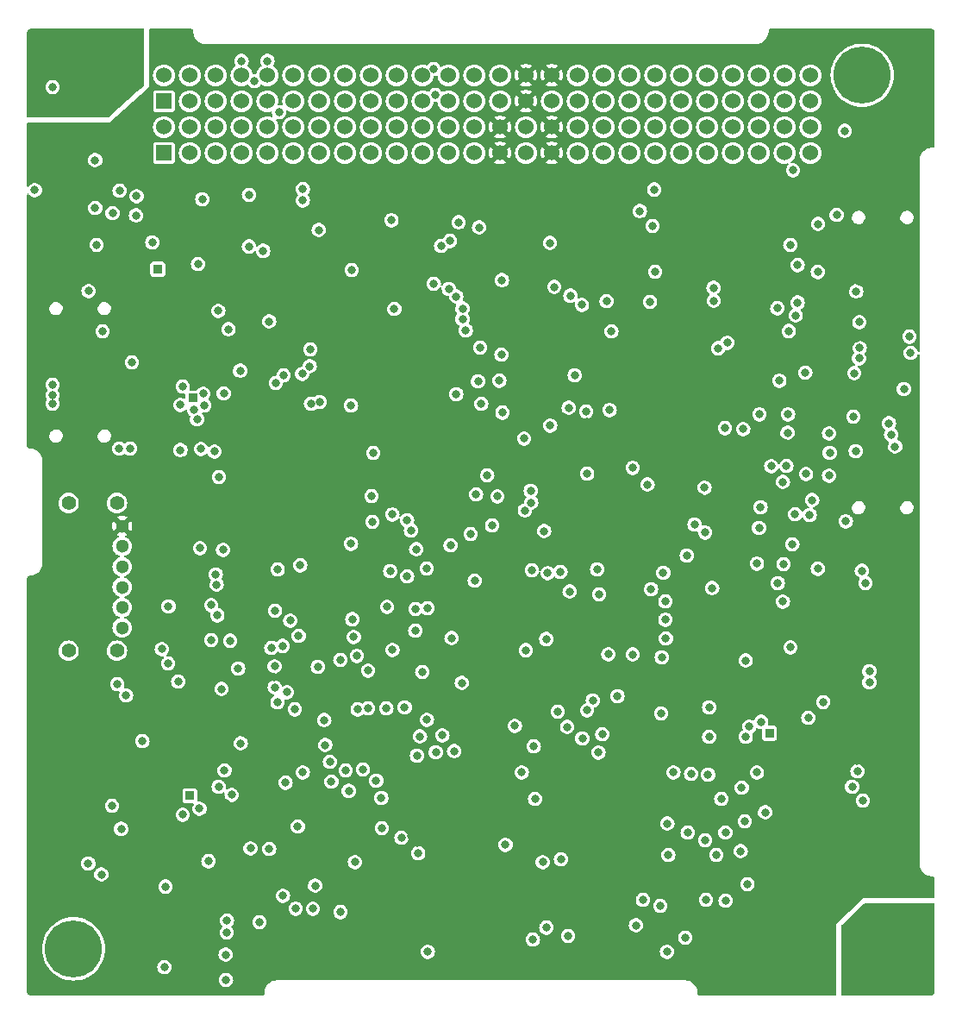
<source format=gbr>
%TF.GenerationSoftware,KiCad,Pcbnew,7.0.5*%
%TF.CreationDate,2024-04-25T22:20:36+03:00*%
%TF.ProjectId,obc-adcs-board,6f62632d-6164-4637-932d-626f6172642e,rev?*%
%TF.SameCoordinates,PX3e2df80PY83e4a60*%
%TF.FileFunction,Copper,L7,Inr*%
%TF.FilePolarity,Positive*%
%FSLAX46Y46*%
G04 Gerber Fmt 4.6, Leading zero omitted, Abs format (unit mm)*
G04 Created by KiCad (PCBNEW 7.0.5) date 2024-04-25 22:20:36*
%MOMM*%
%LPD*%
G01*
G04 APERTURE LIST*
%TA.AperFunction,ComponentPad*%
%ADD10C,5.600000*%
%TD*%
%TA.AperFunction,ComponentPad*%
%ADD11R,0.850000X0.850000*%
%TD*%
%TA.AperFunction,ComponentPad*%
%ADD12R,1.530000X1.530000*%
%TD*%
%TA.AperFunction,ComponentPad*%
%ADD13C,1.530000*%
%TD*%
%TA.AperFunction,ComponentPad*%
%ADD14C,1.300000*%
%TD*%
%TA.AperFunction,ComponentPad*%
%ADD15C,1.400000*%
%TD*%
%TA.AperFunction,ViaPad*%
%ADD16C,0.800000*%
%TD*%
G04 APERTURE END LIST*
D10*
%TO.N,unconnected-(H4-Pad1)*%
%TO.C,H4*%
X82630000Y90930000D03*
%TD*%
%TO.N,unconnected-(H1-Pad1)*%
%TO.C,H1*%
X5180000Y5190000D03*
%TD*%
%TO.N,AC_GND_2*%
%TO.C,H3*%
X85170000Y5210000D03*
%TD*%
D11*
%TO.N,/OBC module/3V3_PROT*%
%TO.C,3V3_PROT*%
X16600000Y20225000D03*
%TD*%
D10*
%TO.N,AC_GND_1*%
%TO.C,H2*%
X8990000Y90930000D03*
%TD*%
D11*
%TO.N,/ADCS_VDD*%
%TO.C,J29*%
X16875000Y59250000D03*
%TD*%
D12*
%TO.N,CAN1-*%
%TO.C,J1*%
X14048000Y83309000D03*
D13*
%TO.N,unconnected-(J1-Pad02)*%
X14048000Y85849000D03*
%TO.N,CAN1+*%
X16588000Y83309000D03*
%TO.N,unconnected-(J1-Pad04)*%
X16588000Y85849000D03*
%TO.N,unconnected-(J1-Pad05)*%
X19128000Y83309000D03*
%TO.N,unconnected-(J1-Pad06)*%
X19128000Y85849000D03*
%TO.N,unconnected-(J1-Pad07)*%
X21668000Y83309000D03*
%TO.N,unconnected-(J1-Pad08)*%
X21668000Y85849000D03*
%TO.N,unconnected-(J1-Pad09)*%
X24208000Y83309000D03*
%TO.N,unconnected-(J1-Pad10)*%
X24208000Y85849000D03*
%TO.N,unconnected-(J1-Pad11)*%
X26748000Y83309000D03*
%TO.N,unconnected-(J1-Pad12)*%
X26748000Y85849000D03*
%TO.N,unconnected-(J1-Pad13)*%
X29288000Y83309000D03*
%TO.N,unconnected-(J1-Pad14)*%
X29288000Y85849000D03*
%TO.N,unconnected-(J1-Pad15)*%
X31828000Y83309000D03*
%TO.N,unconnected-(J1-Pad16)*%
X31828000Y85849000D03*
%TO.N,unconnected-(J1-Pad17)*%
X34368000Y83309000D03*
%TO.N,unconnected-(J1-Pad18)*%
X34368000Y85849000D03*
%TO.N,unconnected-(J1-Pad19)*%
X36908000Y83309000D03*
%TO.N,unconnected-(J1-Pad20)*%
X36908000Y85849000D03*
%TO.N,unconnected-(J1-Pad21)*%
X39448000Y83309000D03*
%TO.N,unconnected-(J1-Pad22)*%
X39448000Y85849000D03*
%TO.N,unconnected-(J1-Pad23)*%
X41988000Y83309000D03*
%TO.N,unconnected-(J1-Pad24)*%
X41988000Y85849000D03*
%TO.N,unconnected-(J1-Pad25)*%
X44528000Y83309000D03*
%TO.N,unconnected-(J1-Pad26)*%
X44528000Y85849000D03*
%TO.N,GND*%
X47068000Y83309000D03*
X47068000Y85849000D03*
%TO.N,unconnected-(J1-Pad29)*%
X49608000Y83309000D03*
%TO.N,unconnected-(J1-Pad30)*%
X49608000Y85849000D03*
%TO.N,GND*%
X52148000Y83309000D03*
X52148000Y85849000D03*
%TO.N,unconnected-(J1-Pad33)*%
X54688000Y83309000D03*
%TO.N,unconnected-(J1-Pad34)*%
X54688000Y85849000D03*
%TO.N,unconnected-(J1-Pad35)*%
X57228000Y83309000D03*
%TO.N,unconnected-(J1-Pad36)*%
X57228000Y85849000D03*
%TO.N,unconnected-(J1-Pad37)*%
X59768000Y83309000D03*
%TO.N,unconnected-(J1-Pad38)*%
X59768000Y85849000D03*
%TO.N,unconnected-(J1-Pad39)*%
X62308000Y83309000D03*
%TO.N,unconnected-(J1-Pad40)*%
X62308000Y85849000D03*
%TO.N,/I2C_MTQ_SDA*%
X64848000Y83309000D03*
%TO.N,unconnected-(J1-Pad42)*%
X64848000Y85849000D03*
%TO.N,/I2C_MTQ_SCK*%
X67388000Y83309000D03*
%TO.N,unconnected-(J1-Pad44)*%
X67388000Y85849000D03*
%TO.N,unconnected-(J1-Pad45)*%
X69928000Y83309000D03*
%TO.N,unconnected-(J1-Pad46)*%
X69928000Y85849000D03*
%TO.N,/EPS_5V_PANELS*%
X72468000Y83309000D03*
%TO.N,/EPS_3V3_OBC*%
X72468000Y85849000D03*
%TO.N,/EPS_5V_ADM*%
X75008000Y83309000D03*
%TO.N,/EPS_3V3_ADCS*%
X75008000Y85849000D03*
%TO.N,unconnected-(J1-Pad51)*%
X77548000Y83309000D03*
%TO.N,unconnected-(J1-Pad52)*%
X77548000Y85849000D03*
%TD*%
D11*
%TO.N,/ADCS_VDD*%
%TO.C,ADCS_VDD*%
X13450000Y71900000D03*
%TD*%
D12*
%TO.N,CAN2-*%
%TO.C,J5*%
X14048000Y88389000D03*
D13*
%TO.N,unconnected-(J5-Pad02)*%
X14048000Y90929000D03*
%TO.N,CAN2+*%
X16588000Y88389000D03*
%TO.N,unconnected-(J5-Pad04)*%
X16588000Y90929000D03*
%TO.N,unconnected-(J5-Pad05)*%
X19128000Y88389000D03*
%TO.N,unconnected-(J5-Pad06)*%
X19128000Y90929000D03*
%TO.N,/COMMS_SWD*%
X21668000Y88389000D03*
%TO.N,/COMMS_SWCLK*%
X21668000Y90929000D03*
%TO.N,/COMMS_RST*%
X24208000Y88389000D03*
%TO.N,/COMMS_3V3_REF*%
X24208000Y90929000D03*
%TO.N,unconnected-(J5-Pad11)*%
X26748000Y88389000D03*
%TO.N,unconnected-(J5-Pad12)*%
X26748000Y90929000D03*
%TO.N,unconnected-(J5-Pad13)*%
X29288000Y88389000D03*
%TO.N,unconnected-(J5-Pad14)*%
X29288000Y90929000D03*
%TO.N,unconnected-(J5-Pad15)*%
X31828000Y88389000D03*
%TO.N,unconnected-(J5-Pad16)*%
X31828000Y90929000D03*
%TO.N,/OBC_UART_TX*%
X34368000Y88389000D03*
%TO.N,/OBC_UART_RX*%
X34368000Y90929000D03*
%TO.N,/ADCS_UART_TX*%
X36908000Y88389000D03*
%TO.N,/ADCS_UART_RX*%
X36908000Y90929000D03*
%TO.N,/COMMS_TX*%
X39448000Y88389000D03*
%TO.N,/COMMS_RX*%
X39448000Y90929000D03*
%TO.N,unconnected-(J5-Pad23)*%
X41988000Y88389000D03*
%TO.N,unconnected-(J5-Pad24)*%
X41988000Y90929000D03*
%TO.N,unconnected-(J5-Pad25)*%
X44528000Y88389000D03*
%TO.N,unconnected-(J5-Pad26)*%
X44528000Y90929000D03*
%TO.N,unconnected-(J5-Pad27)*%
X47068000Y88389000D03*
%TO.N,unconnected-(J5-Pad28)*%
X47068000Y90929000D03*
%TO.N,GND*%
X49608000Y88389000D03*
X49608000Y90929000D03*
%TO.N,unconnected-(J5-Pad31)*%
X52148000Y88389000D03*
%TO.N,GND*%
X52148000Y90929000D03*
%TO.N,unconnected-(J5-Pad33)*%
X54688000Y88389000D03*
%TO.N,unconnected-(J5-Pad34)*%
X54688000Y90929000D03*
%TO.N,unconnected-(J5-Pad35)*%
X57228000Y88389000D03*
%TO.N,unconnected-(J5-Pad36)*%
X57228000Y90929000D03*
%TO.N,GNSS_PPS*%
X59768000Y88389000D03*
%TO.N,unconnected-(J5-Pad38)*%
X59768000Y90929000D03*
%TO.N,unconnected-(J5-Pad39)*%
X62308000Y88389000D03*
%TO.N,unconnected-(J5-Pad40)*%
X62308000Y90929000D03*
%TO.N,unconnected-(J5-Pad41)*%
X64848000Y88389000D03*
%TO.N,unconnected-(J5-Pad42)*%
X64848000Y90929000D03*
%TO.N,unconnected-(J5-Pad43)*%
X67388000Y88389000D03*
%TO.N,unconnected-(J5-Pad44)*%
X67388000Y90929000D03*
%TO.N,unconnected-(J5-Pad45)*%
X69928000Y88389000D03*
%TO.N,unconnected-(J5-Pad46)*%
X69928000Y90929000D03*
%TO.N,unconnected-(J5-Pad47)*%
X72468000Y88389000D03*
%TO.N,unconnected-(J5-Pad48)*%
X72468000Y90929000D03*
%TO.N,unconnected-(J5-Pad49)*%
X75008000Y88389000D03*
%TO.N,unconnected-(J5-Pad50)*%
X75008000Y90929000D03*
%TO.N,unconnected-(J5-Pad51)*%
X77548000Y88389000D03*
%TO.N,unconnected-(J5-Pad52)*%
X77548000Y90929000D03*
%TD*%
D14*
%TO.N,RS422_RX+*%
%TO.C,J12*%
X9940000Y36700000D03*
%TO.N,RS422_RX-*%
X9940000Y38700000D03*
%TO.N,GNSS_PPS*%
X9940000Y40700000D03*
%TO.N,RS422_TX-*%
X9940000Y42700000D03*
%TO.N,RS422_TX+*%
X9940000Y44700000D03*
%TO.N,GND*%
X9940000Y46700000D03*
D15*
%TO.N,unconnected-(J12-Pad7)*%
X9440000Y34450000D03*
%TO.N,unconnected-(J12-Pad8)*%
X9440000Y48950000D03*
%TO.N,unconnected-(J12-Pad9)*%
X4690000Y34450000D03*
%TO.N,unconnected-(J12-Pad10)*%
X4690000Y48950000D03*
%TD*%
D11*
%TO.N,/ADCS_VDD*%
%TO.C,ADCS_VDDIO*%
X73525000Y26350000D03*
%TD*%
D16*
%TO.N,/OBC module/3V3_LCLPROT_NAND*%
X19450000Y51500000D03*
X47298620Y57825500D03*
%TO.N,GND*%
X47600000Y16600000D03*
X33550000Y69400000D03*
X72463082Y63144775D03*
X43411765Y49939356D03*
X48300000Y64200000D03*
X71800000Y66025000D03*
X72600000Y30900000D03*
X11450000Y72650000D03*
X74100000Y47100000D03*
X55000000Y29900000D03*
X23400000Y41500000D03*
X72675000Y66050000D03*
X33550000Y77700000D03*
X67800000Y36500000D03*
X63825000Y66274500D03*
X83300000Y33950000D03*
X44450000Y43474500D03*
X67300000Y60900000D03*
X60825000Y63274500D03*
X30775201Y70850201D03*
X81600000Y44500000D03*
X76775000Y5300000D03*
X69420000Y7840000D03*
X49400000Y57800000D03*
X5200000Y81700000D03*
X43366241Y34898540D03*
X75130000Y54830000D03*
X79690000Y28820000D03*
X50254992Y38855008D03*
X75775500Y43700000D03*
X83300000Y29800000D03*
X68000000Y37700000D03*
X82150000Y23660000D03*
X59360000Y7640000D03*
X15350000Y15025000D03*
X38725000Y42475000D03*
X58599500Y56967278D03*
X58600000Y46400000D03*
X61000000Y61700000D03*
X67550000Y47900000D03*
X67687701Y33787701D03*
X77124702Y59700202D03*
X52275000Y6424500D03*
X6674102Y73623326D03*
X16625000Y63600000D03*
X76475000Y3800000D03*
X59825000Y55525000D03*
X47900000Y74400000D03*
X51390000Y49199989D03*
X35275000Y48825000D03*
X53900000Y29900000D03*
X47690000Y8840000D03*
X55610482Y56930966D03*
X42450000Y8460000D03*
X81800500Y51575000D03*
X48700000Y19826944D03*
X82125500Y65125000D03*
X44710000Y51560000D03*
X35625000Y91600000D03*
X44200000Y54100000D03*
X17250000Y12500000D03*
X47100000Y24800000D03*
X66100000Y10100000D03*
X69600000Y54649500D03*
X45449500Y38925500D03*
X41300000Y62950000D03*
X80070000Y16890000D03*
X36300000Y48850000D03*
X53400000Y56350000D03*
X73200000Y75000000D03*
X20113782Y19490461D03*
X62387701Y55712299D03*
X73600000Y54100000D03*
X53100000Y35700000D03*
X25250000Y65275000D03*
X54830000Y6490000D03*
X66500000Y71500000D03*
X39100000Y76600000D03*
X81575000Y39000000D03*
X49250000Y24174500D03*
X36490742Y45200000D03*
X19500000Y50400000D03*
X64600000Y31100000D03*
X82275000Y70725000D03*
X30250000Y37500000D03*
X1700000Y24625000D03*
X63901953Y64186763D03*
X67100000Y56000000D03*
X72500000Y33438030D03*
X49700000Y35800000D03*
X37600008Y72300000D03*
X3150000Y22750000D03*
X8425000Y59150000D03*
X69756632Y76845193D03*
X44230000Y48000000D03*
X38360903Y16264317D03*
X70950000Y65925000D03*
X8350000Y60100000D03*
X24600000Y22600000D03*
X74222701Y59300000D03*
X31700000Y7400000D03*
X65500000Y44950000D03*
X7875000Y19250000D03*
X18675500Y69800000D03*
X51500000Y37400000D03*
X37300000Y59500000D03*
X86600000Y13600000D03*
X63800000Y26000000D03*
X14525000Y15825000D03*
X20675000Y26675000D03*
X60700000Y42800000D03*
X71850000Y71375000D03*
X27500000Y20000000D03*
X20150000Y32700000D03*
X19300000Y33750000D03*
X1800000Y82700000D03*
X45000000Y47200000D03*
X67400000Y59500000D03*
X31600000Y14700000D03*
X15300000Y5950500D03*
X70360000Y7580000D03*
X85100000Y13600000D03*
X19550000Y12550000D03*
X43373809Y36404080D03*
X73200000Y62275000D03*
X74780505Y49114314D03*
X24700000Y52700000D03*
X79497175Y49973749D03*
X38068983Y89251723D03*
X38917870Y15565529D03*
X24852333Y31870397D03*
X55225000Y66875000D03*
X56670000Y52500998D03*
X51450000Y55350000D03*
X53350000Y63950000D03*
X52600000Y66300000D03*
X46263346Y28317380D03*
X66724115Y49545772D03*
X74550000Y62250000D03*
X17050000Y18000000D03*
X18276668Y20976266D03*
X73050000Y40200000D03*
X63050000Y47675500D03*
X20600000Y12500000D03*
X6800000Y18100000D03*
X73303571Y37000000D03*
X74850000Y46350000D03*
X51549067Y64030103D03*
X68200000Y43600000D03*
X65625000Y61175000D03*
X60598056Y29001944D03*
%TO.N,/ADCS_VDD*%
X7300000Y77900000D03*
X44710000Y49800000D03*
X68025000Y70075000D03*
X56175000Y29575000D03*
X52000000Y56550000D03*
X69150000Y56300000D03*
X75600000Y34780000D03*
X41275000Y74175000D03*
X68050000Y68800000D03*
X17300000Y57175000D03*
X75775500Y44900000D03*
X72725000Y27475000D03*
X17025000Y58100000D03*
X70950000Y56200000D03*
X73700000Y52555500D03*
X76047663Y47847663D03*
X74350000Y41100000D03*
X74847299Y39272701D03*
X23800000Y73700000D03*
X82350000Y66700000D03*
X44575000Y41325000D03*
X75433724Y65827573D03*
X53800000Y58300000D03*
X6649500Y69750000D03*
X71550000Y27000000D03*
X48528357Y27075471D03*
X61800000Y68699500D03*
X62298300Y71630500D03*
X42150000Y74675000D03*
X36400000Y76700000D03*
X72655809Y48537448D03*
%TO.N,/OBC module/3V3_LCLPROT_MRAM*%
X67600000Y26000000D03*
X67600000Y28900000D03*
X62950000Y33800000D03*
%TO.N,/ADCS module/Microcontroller/MCU_VDDCORE*%
X62900000Y28300000D03*
X71200000Y33500000D03*
X45803305Y51672096D03*
X46280000Y46754500D03*
X53650000Y26975500D03*
X55517915Y57926173D03*
X72500000Y46500000D03*
X43300000Y31300000D03*
%TO.N,/OBC module/3V3_PROT*%
X57825000Y58075000D03*
X47600000Y15400000D03*
X72300000Y43000000D03*
X21600000Y25373540D03*
X15674500Y58575000D03*
X67300000Y10000000D03*
X49600000Y34500000D03*
X63100000Y42100000D03*
X61100000Y10000000D03*
X25225000Y42425000D03*
X19700000Y30700000D03*
X20150000Y2150000D03*
X68496928Y64136036D03*
X19924951Y59699952D03*
X63300000Y39300000D03*
X51400000Y46200000D03*
X81850000Y61698370D03*
X28425000Y64025000D03*
X56600000Y42450000D03*
X36680000Y67990000D03*
X60800000Y77600000D03*
X24400000Y15000000D03*
X17550000Y18950000D03*
X46800000Y49599500D03*
X18025500Y58525000D03*
X14467936Y33193337D03*
X14200000Y11300000D03*
X67200000Y46050000D03*
X54400000Y61500000D03*
X20000000Y22700000D03*
X29325000Y58875000D03*
X18700000Y35500000D03*
X21537701Y61937701D03*
X20550000Y35430000D03*
X51975000Y74475000D03*
X45000000Y76000000D03*
X15900000Y18350000D03*
X24394500Y66775000D03*
X45100000Y64200000D03*
X49200000Y22500000D03*
X39852248Y42523153D03*
X43000000Y76500000D03*
X32500000Y71800000D03*
X60100000Y52400000D03*
X67150000Y50450000D03*
X62050000Y76150000D03*
X20250000Y7975000D03*
X63350000Y35650000D03*
X28499500Y58700000D03*
X32425000Y58525000D03*
X50375201Y25075500D03*
X62200498Y79711461D03*
X37375000Y16100000D03*
%TO.N,/OBC module/MCU_VDDCORE*%
X36275500Y42275000D03*
X51600000Y35600000D03*
X39025982Y14571891D03*
X32800000Y13700000D03*
X20700000Y20300000D03*
X50500000Y19900000D03*
X21350000Y32700000D03*
%TO.N,/OBC module/MEM_NAND_ENABLE_1*%
X27437701Y42837701D03*
X19000000Y54000000D03*
%TO.N,/OBC module/MEM_NAND_ENABLE_2*%
X15674500Y54150000D03*
X19850000Y44350000D03*
%TO.N,/OBC module/MEM_NAND_WR_PROTECT*%
X17601153Y44511153D03*
X26450000Y37400000D03*
%TO.N,/OBC module/MEM_D0*%
X38900000Y24150000D03*
X37700000Y28900000D03*
X63500000Y17500000D03*
%TO.N,/OBC module/MEM_D1*%
X65500000Y16600000D03*
X35900000Y28800000D03*
%TO.N,/OBC module/MEM_D2*%
X34100000Y28800000D03*
X67200000Y15850000D03*
%TO.N,/OBC module/MEM_D3*%
X33075000Y28700000D03*
X68300000Y14400000D03*
%TO.N,/OBC module/MEM_D4*%
X58600000Y30000000D03*
X38744503Y36424500D03*
%TO.N,/OBC module/MEM_D5*%
X38306559Y46268441D03*
X31375500Y33550000D03*
X32424500Y44950000D03*
X67500000Y22300000D03*
%TO.N,/OBC module/MEM_D6*%
X34524006Y47100500D03*
X37939742Y47250000D03*
X65831600Y22356199D03*
X32700000Y35800000D03*
%TO.N,/OBC module/MEM_D7*%
X64100000Y22500000D03*
X33009668Y33940332D03*
%TO.N,/OBC module/LCL_MRAM_SET*%
X61900000Y40500000D03*
X57100000Y26250000D03*
%TO.N,/OBC module/LCL_MRAM_RST*%
X63300000Y37500000D03*
X56740000Y24460000D03*
%TO.N,/OBC module/LCL_CAN_1_SET*%
X47004429Y60955706D03*
X38775000Y38549500D03*
X47250000Y70825000D03*
X38825500Y44424500D03*
%TO.N,/OBC module/LCL_CAN_1_RST*%
X42762299Y59637701D03*
X43700000Y65900000D03*
%TO.N,/OBC module/LCL_CAN1_OP-AMP_OUT*%
X58000000Y65800000D03*
X72550000Y57650000D03*
%TO.N,/OBC module/PAYLOAD_RX*%
X36490742Y47825000D03*
%TO.N,/OBC module/PAYLOAD_RX_ENABLE*%
X44169503Y45905497D03*
%TO.N,/OBC module/PAYLOAD_TX_ENABLE*%
X34612701Y53862701D03*
X25700000Y34925000D03*
%TO.N,/I2C_MTQ_SDA*%
X78274500Y42500000D03*
X75850000Y81600000D03*
X65400000Y43800000D03*
X37939742Y41750000D03*
%TO.N,/I2C_MTQ_SCK*%
X53900000Y40275500D03*
X24970104Y38375431D03*
X75198170Y52589129D03*
%TO.N,/OBC module/PAYLOAD_TX*%
X34439735Y49625303D03*
%TO.N,/ADCS_SWDIO*%
X79374278Y55774680D03*
X77725000Y49250000D03*
X14100000Y3400000D03*
%TO.N,/OBC_UART_TX*%
X79375000Y51625000D03*
X27280000Y35910000D03*
%TO.N,/OBC_UART_RX*%
X18699500Y38924500D03*
X77125000Y51800000D03*
%TO.N,/ADCS_UART_TX*%
X78275000Y71625000D03*
%TO.N,/ADCS_UART_RX*%
X82050000Y69725000D03*
%TO.N,/ADCS_SWCLK*%
X74900000Y42950000D03*
X79442368Y53869376D03*
X39970000Y4900000D03*
X85875000Y54500000D03*
%TO.N,/ADCS_RESET*%
X76300000Y68625000D03*
X17700000Y54250000D03*
X56800000Y40000000D03*
X66164025Y46839426D03*
%TO.N,/EPS_5V_PANELS*%
X60410000Y7510000D03*
X82170000Y22620000D03*
X7900000Y12500000D03*
X53740000Y6470000D03*
X6625000Y13575000D03*
%TO.N,/EPS_5V_ADM*%
X3124500Y60550000D03*
X3124500Y58700000D03*
X3124500Y59525000D03*
%TO.N,/OBC module/MCU_SWCLK*%
X26150000Y30375000D03*
X76300000Y72300000D03*
X9475000Y31175000D03*
%TO.N,/OBC module/MCU_SWDIO*%
X24600000Y34724500D03*
X13837701Y34612299D03*
X10342500Y30057500D03*
X75575000Y74275000D03*
%TO.N,/ADM_ENABLE_1*%
X61550000Y50770000D03*
X42200000Y44800000D03*
X75350000Y57650000D03*
X15900000Y60375000D03*
%TO.N,/ADM_ENABLE_2*%
X75300000Y55850000D03*
X17900000Y59675000D03*
X35962500Y38762500D03*
%TO.N,/OBC module/MCU_TRACECLK*%
X27200000Y17200000D03*
X23430000Y7820000D03*
%TO.N,/OBC module/MCU_TRACED_3*%
X26000000Y21500000D03*
X25750000Y10400000D03*
%TO.N,/OBC module/MCU_TRACED_2*%
X27700000Y22500000D03*
X26995000Y9135000D03*
%TO.N,/OBC module/MCU_TRACED_1*%
X28680000Y9130000D03*
X30500000Y21600000D03*
%TO.N,/OBC module/MCU_TRACED_0*%
X32200000Y20700000D03*
X31400000Y8800000D03*
%TO.N,/ADCS module/PAYLOAD_RX_ENABLE*%
X52389650Y70164650D03*
X50075000Y50150000D03*
%TO.N,/OBC module/MEM_MRAM_ENABLE*%
X62800000Y9400000D03*
X31900000Y22700000D03*
%TO.N,/OBC module/MEM_MRAM_WR_ENABLE*%
X33600000Y22800000D03*
X69210000Y9920000D03*
%TO.N,/ADCS module/I2C_SDA_SENS*%
X69375000Y64675500D03*
X74500000Y60950000D03*
X55620000Y51820000D03*
%TO.N,/ADCS module/PAYLOAD_TX_ENABLE*%
X53975000Y69300000D03*
X74850000Y51025000D03*
%TO.N,/ADCS module/PAYLOAD_TX*%
X55112701Y68387701D03*
X57530155Y68755155D03*
%TO.N,/OBC module/I2C_SDA_SENS*%
X19425000Y21100000D03*
X22550000Y15050000D03*
X18425201Y13799799D03*
%TO.N,/OBC module/LCL_PWM_CAN1*%
X44900000Y60900000D03*
X47200000Y63500000D03*
%TO.N,/OBC module/LCL_PWM_MRAM*%
X55150000Y25850000D03*
X60087299Y34087299D03*
%TO.N,/OBC module/LCL_PWM_NAND*%
X57700000Y34100000D03*
X55600000Y28600000D03*
%TO.N,/OBC module/MEM_A20*%
X32550000Y37550000D03*
X28900000Y11400000D03*
%TO.N,/OBC module/MEM_A5*%
X35450000Y17050000D03*
X69200000Y16600000D03*
%TO.N,/OBC module/MEM_A6*%
X35400000Y20000000D03*
X70700960Y14789040D03*
%TO.N,/OBC module/MEM_A7*%
X34900000Y21700000D03*
X71370000Y11540000D03*
%TO.N,/OBC module/MEM_A8*%
X40750000Y24500000D03*
X71100000Y17700000D03*
%TO.N,/OBC module/MEM_A9*%
X73100000Y18600000D03*
X42550000Y24600000D03*
%TO.N,/OBC module/MEM_A10*%
X71200000Y26000000D03*
X34100000Y32500000D03*
%TO.N,/OBC module/MEM_A11*%
X72300000Y22500000D03*
X39887877Y27669050D03*
%TO.N,/OBC module/MEM_A12*%
X39200000Y26050000D03*
X70800000Y21000000D03*
%TO.N,/OBC module/MEM_A13*%
X68800000Y19900000D03*
X41400000Y26150000D03*
%TO.N,/OBC module/MEM_MRAM_OUT_ENABLE*%
X63600000Y14400000D03*
X29800000Y27650000D03*
%TO.N,/OBC module/MEM_A17*%
X53040000Y13980000D03*
X30350000Y23550000D03*
%TO.N,/OBC module/MEM_A18*%
X29900000Y25200000D03*
X51250000Y13700000D03*
%TO.N,/OBC module/MEM_A19*%
X52720273Y28469773D03*
X36500000Y34524598D03*
%TO.N,GNSS_PPS*%
X3125000Y89775000D03*
X1375000Y79650000D03*
X51753412Y42069901D03*
X39937701Y38637299D03*
X14500250Y38800250D03*
%TO.N,/ADCS module/CAN_TX_1*%
X49499002Y48222894D03*
X29255000Y75745000D03*
%TO.N,/ADCS module/CAN_RX_1*%
X50138298Y48991208D03*
X40552129Y70475500D03*
%TO.N,/ADCS module/CAN_TX_2*%
X67900000Y40600000D03*
X11300000Y77175500D03*
%TO.N,/ADCS module/CAN_RX_2*%
X7423942Y74284193D03*
X50200000Y42350000D03*
%TO.N,/ADCS module/CAN_FAULT_2*%
X45225000Y58675000D03*
X49425500Y55270000D03*
%TO.N,/ADCS module/CAN_SILENT_2*%
X53000000Y42200000D03*
X11370000Y79060000D03*
%TO.N,/COMMS_RX*%
X40525000Y91550000D03*
X87275000Y65275000D03*
%TO.N,/COMMS_TX*%
X40725000Y89000500D03*
X87400000Y63675000D03*
%TO.N,/COMMS_3V3_REF*%
X85270577Y56764922D03*
X24225000Y92325500D03*
%TO.N,/COMMS_RST*%
X80925000Y85475000D03*
X85474750Y55650250D03*
X25350000Y87300000D03*
%TO.N,/COMMS_SWCLK*%
X81775000Y57425000D03*
X21675000Y92325500D03*
%TO.N,/COMMS_SWD*%
X22953582Y90374500D03*
X86725000Y60150000D03*
%TO.N,/OBC module/CAN_RX_2*%
X29160000Y32870000D03*
X12910498Y74524500D03*
%TO.N,/OBC module/CAN_FAULT_2*%
X19143501Y41943500D03*
X9700000Y79600000D03*
%TO.N,/OBC module/CAN_TX_1*%
X17400000Y72400000D03*
X39420000Y32380000D03*
%TO.N,/OBC module/CAN_RX_1*%
X42300000Y35700000D03*
X22400000Y74125000D03*
%TO.N,/OBC module/CAN_SILENT_1*%
X17824500Y78775000D03*
X19400000Y67800000D03*
%TO.N,/OBC module/CAN_FAULT_1*%
X22400000Y79200000D03*
X20400000Y66000000D03*
%TO.N,/OBC module/MCU_ERASE*%
X11937232Y25587232D03*
X24925000Y30873540D03*
%TO.N,/OBC module/CAN_TX_2*%
X9000000Y77400000D03*
X26900000Y28700000D03*
%TO.N,/OBC module/CAN_SILENT_2*%
X7300000Y82600000D03*
X19226484Y40947449D03*
%TO.N,CAN1-*%
X74300000Y68068921D03*
X82950000Y41100000D03*
X82385793Y64159986D03*
X27700000Y79750500D03*
%TO.N,CAN1+*%
X27700000Y78650500D03*
X82325500Y63147870D03*
X76109467Y67369421D03*
X82600000Y42300000D03*
%TO.N,CAN2-*%
X78306717Y76343283D03*
X83337163Y32450000D03*
%TO.N,CAN2+*%
X83337163Y31350000D03*
X80124500Y77225000D03*
%TO.N,/OBC module/NRST_OBC*%
X15450500Y31425000D03*
X81023056Y47148056D03*
X77049500Y61750000D03*
X24917931Y32917471D03*
%TO.N,AC_GND_1*%
X4425000Y87400000D03*
X2300000Y87400000D03*
X6450000Y87400000D03*
%TO.N,AC_GND_2*%
X85200000Y9100000D03*
X81275000Y5200000D03*
X86500000Y9100000D03*
X81275000Y3900000D03*
%TO.N,I2C_SDA_PANELS*%
X65250000Y6300000D03*
X10914167Y62751219D03*
X9850000Y16975000D03*
X78820000Y29410000D03*
X81650000Y21100000D03*
X51610000Y7280000D03*
X20225000Y6800000D03*
X25200000Y29400000D03*
%TO.N,I2C_SCK_PANELS*%
X8950000Y19225000D03*
X8025000Y65800000D03*
X82700000Y19740000D03*
X50290000Y6100000D03*
X20100000Y4625000D03*
X77340000Y27870000D03*
X63450000Y4900000D03*
X19299500Y37925000D03*
%TO.N,/ADCS module/MCU_ERASE*%
X81993737Y54035421D03*
X77475000Y47775000D03*
%TO.N,RS422_TX+*%
X25796347Y61470131D03*
X9675000Y54306843D03*
X43380572Y68045000D03*
%TO.N,RS422_TX-*%
X43380572Y66995000D03*
X25053883Y60727667D03*
X10725000Y54306843D03*
%TO.N,RS422_RX+*%
X28371232Y62371232D03*
X42028768Y69971232D03*
%TO.N,RS422_RX-*%
X27628768Y61628768D03*
X42771232Y69228768D03*
%TD*%
%TA.AperFunction,Conductor*%
%TO.N,AC_GND_1*%
G36*
X12059191Y95490593D02*
G01*
X12095155Y95441093D01*
X12100000Y95410500D01*
X12100000Y89944563D01*
X12081093Y89886372D01*
X12066640Y89870453D01*
X11430566Y89307073D01*
X8711775Y86899000D01*
X8628102Y86824890D01*
X8572005Y86800461D01*
X8562462Y86800000D01*
X699500Y86800000D01*
X641309Y86818907D01*
X605345Y86868407D01*
X600500Y86899000D01*
X600500Y89775000D01*
X2419355Y89775000D01*
X2439860Y89606128D01*
X2500182Y89447070D01*
X2596817Y89307071D01*
X2724148Y89194266D01*
X2874775Y89115210D01*
X3039944Y89074500D01*
X3039947Y89074500D01*
X3210053Y89074500D01*
X3210056Y89074500D01*
X3375225Y89115210D01*
X3525852Y89194266D01*
X3653183Y89307071D01*
X3749818Y89447070D01*
X3810140Y89606128D01*
X3830645Y89775000D01*
X3810140Y89943872D01*
X3749818Y90102930D01*
X3653183Y90242929D01*
X3606938Y90283898D01*
X3525853Y90355733D01*
X3525852Y90355734D01*
X3375225Y90434790D01*
X3375224Y90434791D01*
X3375223Y90434791D01*
X3210058Y90475500D01*
X3210056Y90475500D01*
X3039944Y90475500D01*
X3039941Y90475500D01*
X2874776Y90434791D01*
X2724146Y90355733D01*
X2596818Y90242931D01*
X2596816Y90242928D01*
X2505506Y90110643D01*
X2500182Y90102930D01*
X2439860Y89943872D01*
X2419355Y89775000D01*
X600500Y89775000D01*
X600500Y95106753D01*
X600924Y95113220D01*
X605213Y95145800D01*
X612412Y95200484D01*
X619098Y95225434D01*
X649037Y95297715D01*
X661950Y95320081D01*
X709582Y95382157D01*
X727843Y95400418D01*
X789919Y95448050D01*
X812285Y95460963D01*
X884566Y95490902D01*
X909518Y95497588D01*
X978281Y95506641D01*
X996781Y95509076D01*
X1003248Y95509500D01*
X1065892Y95509500D01*
X12001000Y95509500D01*
X12059191Y95490593D01*
G37*
%TD.AperFunction*%
%TD*%
%TA.AperFunction,Conductor*%
%TO.N,AC_GND_2*%
G36*
X89728691Y9681093D02*
G01*
X89764655Y9631593D01*
X89769500Y9601000D01*
X89769500Y1023248D01*
X89769076Y1016780D01*
X89757588Y929523D01*
X89750899Y904561D01*
X89720965Y832293D01*
X89708043Y809910D01*
X89660423Y747851D01*
X89642148Y729577D01*
X89583441Y684528D01*
X89580090Y681957D01*
X89557707Y669035D01*
X89485439Y639101D01*
X89460477Y632412D01*
X89373220Y620924D01*
X89366752Y620500D01*
X80699000Y620500D01*
X80640809Y639407D01*
X80604845Y688907D01*
X80600000Y719500D01*
X80600000Y7457639D01*
X80618907Y7515830D01*
X80630638Y7529246D01*
X82800000Y9600000D01*
X82871004Y9671004D01*
X82925521Y9698781D01*
X82941008Y9700000D01*
X89670500Y9700000D01*
X89728691Y9681093D01*
G37*
%TD.AperFunction*%
%TD*%
%TA.AperFunction,Conductor*%
%TO.N,GND*%
G36*
X16692696Y95508281D02*
G01*
X16700308Y95507076D01*
X16746614Y95499742D01*
X16776067Y95490173D01*
X16817680Y95468969D01*
X16842737Y95450765D01*
X16875764Y95417738D01*
X16893969Y95392680D01*
X16915170Y95351072D01*
X16924742Y95321612D01*
X16933281Y95267697D01*
X16934500Y95252211D01*
X16934500Y95161580D01*
X16965289Y94967179D01*
X16965291Y94967174D01*
X17026116Y94779975D01*
X17115476Y94604595D01*
X17231172Y94445354D01*
X17370354Y94306172D01*
X17529595Y94190476D01*
X17704975Y94101116D01*
X17892174Y94040291D01*
X17892175Y94040291D01*
X17892178Y94040290D01*
X18086580Y94009500D01*
X18086583Y94009500D01*
X72283420Y94009500D01*
X72477821Y94040290D01*
X72477822Y94040291D01*
X72477826Y94040291D01*
X72665025Y94101116D01*
X72840405Y94190476D01*
X72999646Y94306172D01*
X73138828Y94445354D01*
X73254524Y94604595D01*
X73343884Y94779975D01*
X73404709Y94967174D01*
X73426816Y95106753D01*
X73435500Y95161580D01*
X73435500Y95252211D01*
X73436717Y95267685D01*
X73445259Y95321623D01*
X73454826Y95351066D01*
X73476032Y95392684D01*
X73494232Y95417735D01*
X73527265Y95450768D01*
X73552316Y95468968D01*
X73593934Y95490174D01*
X73623377Y95499741D01*
X73677315Y95508283D01*
X73692789Y95509500D01*
X73750892Y95509500D01*
X89304108Y95509500D01*
X89366752Y95509500D01*
X89373219Y95509076D01*
X89391718Y95506641D01*
X89460481Y95497588D01*
X89485435Y95490901D01*
X89557711Y95460964D01*
X89580083Y95448048D01*
X89642152Y95400421D01*
X89660420Y95382153D01*
X89708045Y95320087D01*
X89720965Y95297708D01*
X89750899Y95225440D01*
X89757588Y95200478D01*
X89769076Y95113221D01*
X89769500Y95106753D01*
X89769500Y84072790D01*
X89768281Y84057304D01*
X89759742Y84003389D01*
X89750170Y83973929D01*
X89728969Y83932321D01*
X89710764Y83907263D01*
X89677737Y83874236D01*
X89652679Y83856031D01*
X89611071Y83834830D01*
X89581612Y83825259D01*
X89527695Y83816719D01*
X89512211Y83815500D01*
X89421580Y83815500D01*
X89227178Y83784711D01*
X89039974Y83723884D01*
X88864597Y83634526D01*
X88705355Y83518829D01*
X88566171Y83379645D01*
X88450474Y83220403D01*
X88361116Y83045026D01*
X88300289Y82857822D01*
X88269500Y82663421D01*
X88269500Y63897980D01*
X88250593Y63839789D01*
X88201093Y63803825D01*
X88139907Y63803825D01*
X88090407Y63839789D01*
X88077934Y63862871D01*
X88024818Y64002930D01*
X87928183Y64142929D01*
X87800852Y64255734D01*
X87650225Y64334790D01*
X87650224Y64334791D01*
X87650223Y64334791D01*
X87485058Y64375500D01*
X87485056Y64375500D01*
X87314944Y64375500D01*
X87314941Y64375500D01*
X87149776Y64334791D01*
X86999146Y64255733D01*
X86871818Y64142931D01*
X86871816Y64142928D01*
X86828886Y64080733D01*
X86775182Y64002930D01*
X86722067Y63862874D01*
X86714860Y63843871D01*
X86695951Y63688141D01*
X86694355Y63675000D01*
X86714860Y63506128D01*
X86775182Y63347070D01*
X86871817Y63207071D01*
X86999148Y63094266D01*
X87149775Y63015210D01*
X87314944Y62974500D01*
X87314947Y62974500D01*
X87485053Y62974500D01*
X87485056Y62974500D01*
X87650225Y63015210D01*
X87800852Y63094266D01*
X87928183Y63207071D01*
X88024818Y63347070D01*
X88077934Y63487128D01*
X88116246Y63534831D01*
X88175282Y63550905D01*
X88232492Y63529209D01*
X88266023Y63478030D01*
X88269500Y63452021D01*
X88269500Y13466580D01*
X88300289Y13272179D01*
X88361116Y13084975D01*
X88420753Y12967929D01*
X88450476Y12909595D01*
X88566172Y12750354D01*
X88705354Y12611172D01*
X88864595Y12495476D01*
X89039975Y12406116D01*
X89227174Y12345291D01*
X89227175Y12345291D01*
X89227178Y12345290D01*
X89421580Y12314500D01*
X89421583Y12314500D01*
X89454108Y12314500D01*
X89512211Y12314500D01*
X89527696Y12313281D01*
X89535308Y12312076D01*
X89581614Y12304742D01*
X89611067Y12295173D01*
X89652680Y12273969D01*
X89677737Y12255765D01*
X89710764Y12222738D01*
X89728970Y12197678D01*
X89750170Y12156070D01*
X89759741Y12126614D01*
X89768281Y12072699D01*
X89769500Y12057211D01*
X89769500Y10299000D01*
X89750593Y10240809D01*
X89701093Y10204845D01*
X89670500Y10200000D01*
X82700000Y10200000D01*
X81319269Y8819268D01*
X80100000Y7599999D01*
X80100009Y719500D01*
X80081102Y661309D01*
X80031602Y625345D01*
X80001009Y620500D01*
X66692789Y620500D01*
X66677303Y621719D01*
X66672927Y622412D01*
X66623387Y630259D01*
X66593928Y639830D01*
X66552320Y661031D01*
X66527262Y679236D01*
X66494235Y712263D01*
X66476030Y737321D01*
X66475760Y737851D01*
X66454827Y778933D01*
X66445259Y808380D01*
X66436717Y862315D01*
X66435500Y877790D01*
X66435500Y968421D01*
X66404710Y1162822D01*
X66404709Y1162826D01*
X66343884Y1350025D01*
X66254524Y1525405D01*
X66138828Y1684646D01*
X65999646Y1823828D01*
X65840405Y1939524D01*
X65840404Y1939525D01*
X65840402Y1939526D01*
X65665025Y2028884D01*
X65477821Y2089711D01*
X65283420Y2120500D01*
X65283417Y2120500D01*
X65220799Y2120500D01*
X25250892Y2120500D01*
X25185000Y2120500D01*
X25086583Y2120500D01*
X25086580Y2120500D01*
X24892178Y2089711D01*
X24704974Y2028884D01*
X24529597Y1939526D01*
X24370355Y1823829D01*
X24231171Y1684645D01*
X24115474Y1525403D01*
X24026116Y1350026D01*
X23965289Y1162822D01*
X23934500Y968421D01*
X23934500Y877790D01*
X23933281Y862304D01*
X23924742Y808389D01*
X23915170Y778929D01*
X23893969Y737321D01*
X23875764Y712263D01*
X23842737Y679236D01*
X23817679Y661031D01*
X23776071Y639830D01*
X23746611Y630259D01*
X23692690Y621719D01*
X23677207Y620500D01*
X23616132Y620500D01*
X23615665Y620471D01*
X1003259Y610502D01*
X996769Y610926D01*
X909523Y622412D01*
X884560Y629101D01*
X812292Y659035D01*
X789913Y671955D01*
X727847Y719580D01*
X709579Y737848D01*
X661952Y799917D01*
X649036Y822289D01*
X619099Y894565D01*
X612412Y919519D01*
X600924Y1006781D01*
X600500Y1013248D01*
X600500Y1116888D01*
X600499Y1116900D01*
X600499Y5189996D01*
X2074615Y5189996D01*
X2094139Y4842317D01*
X2094142Y4842297D01*
X2152472Y4498989D01*
X2248878Y4164358D01*
X2382146Y3842620D01*
X2539541Y3557836D01*
X2550595Y3537836D01*
X2752112Y3253824D01*
X2984161Y2994161D01*
X3243824Y2762112D01*
X3527836Y2560595D01*
X3527841Y2560593D01*
X3527840Y2560593D01*
X3832620Y2392147D01*
X3832619Y2392147D01*
X3832624Y2392145D01*
X4154356Y2258879D01*
X4488987Y2162473D01*
X4832307Y2104141D01*
X4832310Y2104141D01*
X4832316Y2104140D01*
X5179995Y2084615D01*
X5180000Y2084615D01*
X5180005Y2084615D01*
X5527683Y2104140D01*
X5527687Y2104141D01*
X5527693Y2104141D01*
X5797602Y2150000D01*
X19444355Y2150000D01*
X19464860Y1981128D01*
X19525182Y1822070D01*
X19621817Y1682071D01*
X19749148Y1569266D01*
X19899775Y1490210D01*
X20064944Y1449500D01*
X20064947Y1449500D01*
X20235053Y1449500D01*
X20235056Y1449500D01*
X20400225Y1490210D01*
X20550852Y1569266D01*
X20678183Y1682071D01*
X20774818Y1822070D01*
X20835140Y1981128D01*
X20855645Y2150000D01*
X20854130Y2162473D01*
X20851702Y2182473D01*
X20835140Y2318872D01*
X20774818Y2477930D01*
X20678183Y2617929D01*
X20550852Y2730734D01*
X20400225Y2809790D01*
X20400224Y2809791D01*
X20400223Y2809791D01*
X20235058Y2850500D01*
X20235056Y2850500D01*
X20064944Y2850500D01*
X20064941Y2850500D01*
X19899776Y2809791D01*
X19749146Y2730733D01*
X19621818Y2617931D01*
X19621816Y2617928D01*
X19525181Y2477931D01*
X19525182Y2477930D01*
X19492649Y2392145D01*
X19464860Y2318871D01*
X19445870Y2162473D01*
X19444355Y2150000D01*
X5797602Y2150000D01*
X5871013Y2162473D01*
X6205644Y2258879D01*
X6527376Y2392145D01*
X6563564Y2412145D01*
X6593308Y2428585D01*
X6832164Y2560595D01*
X7116176Y2762112D01*
X7375839Y2994161D01*
X7607888Y3253824D01*
X7711605Y3400000D01*
X13394355Y3400000D01*
X13414860Y3231128D01*
X13475182Y3072070D01*
X13571817Y2932071D01*
X13699148Y2819266D01*
X13849775Y2740210D01*
X14014944Y2699500D01*
X14014947Y2699500D01*
X14185053Y2699500D01*
X14185056Y2699500D01*
X14350225Y2740210D01*
X14500852Y2819266D01*
X14628183Y2932071D01*
X14724818Y3072070D01*
X14785140Y3231128D01*
X14805645Y3400000D01*
X14785140Y3568872D01*
X14724818Y3727930D01*
X14628183Y3867929D01*
X14500852Y3980734D01*
X14350225Y4059790D01*
X14350224Y4059791D01*
X14350223Y4059791D01*
X14185058Y4100500D01*
X14185056Y4100500D01*
X14014944Y4100500D01*
X14014941Y4100500D01*
X13849776Y4059791D01*
X13699146Y3980733D01*
X13571818Y3867931D01*
X13571816Y3867929D01*
X13571817Y3867929D01*
X13475182Y3727930D01*
X13414860Y3568872D01*
X13394355Y3400000D01*
X7711605Y3400000D01*
X7809405Y3537836D01*
X7977855Y3842624D01*
X8111121Y4164356D01*
X8207527Y4498987D01*
X8228937Y4625000D01*
X19394355Y4625000D01*
X19414860Y4456128D01*
X19475182Y4297070D01*
X19571817Y4157071D01*
X19699148Y4044266D01*
X19849775Y3965210D01*
X20014944Y3924500D01*
X20014947Y3924500D01*
X20185053Y3924500D01*
X20185056Y3924500D01*
X20350225Y3965210D01*
X20500852Y4044266D01*
X20628183Y4157071D01*
X20724818Y4297070D01*
X20785140Y4456128D01*
X20805645Y4625000D01*
X20785140Y4793872D01*
X20744891Y4900000D01*
X39264355Y4900000D01*
X39284860Y4731128D01*
X39345182Y4572070D01*
X39441817Y4432071D01*
X39569148Y4319266D01*
X39719775Y4240210D01*
X39884944Y4199500D01*
X39884947Y4199500D01*
X40055053Y4199500D01*
X40055056Y4199500D01*
X40220225Y4240210D01*
X40370852Y4319266D01*
X40498183Y4432071D01*
X40594818Y4572070D01*
X40655140Y4731128D01*
X40675645Y4900000D01*
X62744355Y4900000D01*
X62764860Y4731128D01*
X62825182Y4572070D01*
X62921817Y4432071D01*
X63049148Y4319266D01*
X63199775Y4240210D01*
X63364944Y4199500D01*
X63364947Y4199500D01*
X63535053Y4199500D01*
X63535056Y4199500D01*
X63700225Y4240210D01*
X63850852Y4319266D01*
X63978183Y4432071D01*
X64074818Y4572070D01*
X64135140Y4731128D01*
X64155645Y4900000D01*
X64135140Y5068872D01*
X64074818Y5227930D01*
X63978183Y5367929D01*
X63942545Y5399501D01*
X63850853Y5480733D01*
X63850852Y5480734D01*
X63700225Y5559790D01*
X63700224Y5559791D01*
X63700223Y5559791D01*
X63535058Y5600500D01*
X63535056Y5600500D01*
X63364944Y5600500D01*
X63364941Y5600500D01*
X63199776Y5559791D01*
X63049146Y5480733D01*
X62921818Y5367931D01*
X62921816Y5367928D01*
X62864430Y5284790D01*
X62825182Y5227930D01*
X62764860Y5068872D01*
X62744355Y4900000D01*
X40675645Y4900000D01*
X40655140Y5068872D01*
X40594818Y5227930D01*
X40498183Y5367929D01*
X40462545Y5399501D01*
X40370853Y5480733D01*
X40370852Y5480734D01*
X40220225Y5559790D01*
X40220224Y5559791D01*
X40220223Y5559791D01*
X40055058Y5600500D01*
X40055056Y5600500D01*
X39884944Y5600500D01*
X39884941Y5600500D01*
X39719776Y5559791D01*
X39569146Y5480733D01*
X39441818Y5367931D01*
X39441816Y5367928D01*
X39384430Y5284790D01*
X39345182Y5227930D01*
X39284860Y5068872D01*
X39264355Y4900000D01*
X20744891Y4900000D01*
X20724818Y4952930D01*
X20628183Y5092929D01*
X20500852Y5205734D01*
X20350225Y5284790D01*
X20350224Y5284791D01*
X20350223Y5284791D01*
X20185058Y5325500D01*
X20185056Y5325500D01*
X20014944Y5325500D01*
X20014941Y5325500D01*
X19849776Y5284791D01*
X19699146Y5205733D01*
X19571818Y5092931D01*
X19571816Y5092928D01*
X19475182Y4952931D01*
X19475182Y4952930D01*
X19414860Y4793872D01*
X19394355Y4625000D01*
X8228937Y4625000D01*
X8265859Y4842307D01*
X8266983Y4862307D01*
X8285385Y5189996D01*
X8285385Y5190005D01*
X8265860Y5537684D01*
X8265857Y5537704D01*
X8262461Y5557693D01*
X8207527Y5881013D01*
X8111121Y6215644D01*
X7977855Y6537376D01*
X7977853Y6537381D01*
X7832708Y6800000D01*
X19519355Y6800000D01*
X19539860Y6631128D01*
X19600182Y6472070D01*
X19696817Y6332071D01*
X19824148Y6219266D01*
X19974775Y6140210D01*
X20139944Y6099500D01*
X20139947Y6099500D01*
X20310053Y6099500D01*
X20310056Y6099500D01*
X20312081Y6099999D01*
X49584355Y6099999D01*
X49584416Y6099500D01*
X49604860Y5931128D01*
X49665182Y5772070D01*
X49761817Y5632071D01*
X49889148Y5519266D01*
X50039775Y5440210D01*
X50204944Y5399500D01*
X50204947Y5399500D01*
X50375053Y5399500D01*
X50375056Y5399500D01*
X50540225Y5440210D01*
X50690852Y5519266D01*
X50818183Y5632071D01*
X50914818Y5772070D01*
X50975140Y5931128D01*
X50995584Y6099500D01*
X50995645Y6099999D01*
X50995645Y6100002D01*
X50991865Y6131130D01*
X50975140Y6268872D01*
X50914818Y6427930D01*
X50885779Y6470000D01*
X53034355Y6470000D01*
X53054860Y6301128D01*
X53115182Y6142070D01*
X53211817Y6002071D01*
X53339148Y5889266D01*
X53489775Y5810210D01*
X53654944Y5769500D01*
X53654947Y5769500D01*
X53825053Y5769500D01*
X53825056Y5769500D01*
X53990225Y5810210D01*
X54140852Y5889266D01*
X54268183Y6002071D01*
X54364818Y6142070D01*
X54424712Y6300000D01*
X64544355Y6300000D01*
X64564860Y6131128D01*
X64625182Y5972070D01*
X64721817Y5832071D01*
X64849148Y5719266D01*
X64999775Y5640210D01*
X65164944Y5599500D01*
X65164947Y5599500D01*
X65335053Y5599500D01*
X65335056Y5599500D01*
X65500225Y5640210D01*
X65650852Y5719266D01*
X65778183Y5832071D01*
X65874818Y5972070D01*
X65935140Y6131128D01*
X65955645Y6300000D01*
X65935140Y6468872D01*
X65874818Y6627930D01*
X65778183Y6767929D01*
X65650852Y6880734D01*
X65500225Y6959790D01*
X65500224Y6959791D01*
X65500223Y6959791D01*
X65335058Y7000500D01*
X65335056Y7000500D01*
X65164944Y7000500D01*
X65164941Y7000500D01*
X64999776Y6959791D01*
X64849146Y6880733D01*
X64721818Y6767931D01*
X64721816Y6767928D01*
X64632735Y6638872D01*
X64625182Y6627930D01*
X64564860Y6468872D01*
X64544355Y6300000D01*
X54424712Y6300000D01*
X54425140Y6301128D01*
X54445645Y6470000D01*
X54425140Y6638872D01*
X54364818Y6797930D01*
X54268183Y6937929D01*
X54233255Y6968872D01*
X54150632Y7042070D01*
X54140852Y7050734D01*
X53990225Y7129790D01*
X53990224Y7129791D01*
X53990223Y7129791D01*
X53825058Y7170500D01*
X53825056Y7170500D01*
X53654944Y7170500D01*
X53654941Y7170500D01*
X53489776Y7129791D01*
X53339146Y7050733D01*
X53211818Y6937931D01*
X53211816Y6937928D01*
X53145715Y6842164D01*
X53115182Y6797930D01*
X53054860Y6638872D01*
X53034355Y6470000D01*
X50885779Y6470000D01*
X50818183Y6567929D01*
X50690852Y6680734D01*
X50540225Y6759790D01*
X50540224Y6759791D01*
X50540223Y6759791D01*
X50375058Y6800500D01*
X50375056Y6800500D01*
X50204944Y6800500D01*
X50204941Y6800500D01*
X50039776Y6759791D01*
X49889146Y6680733D01*
X49761818Y6567931D01*
X49761816Y6567928D01*
X49665182Y6427930D01*
X49604860Y6268871D01*
X49584355Y6100002D01*
X49584355Y6099999D01*
X20312081Y6099999D01*
X20475225Y6140210D01*
X20625852Y6219266D01*
X20753183Y6332071D01*
X20849818Y6472070D01*
X20910140Y6631128D01*
X20930645Y6800000D01*
X20930584Y6800500D01*
X20920842Y6880734D01*
X20910140Y6968872D01*
X20849818Y7127930D01*
X20753183Y7267929D01*
X20753179Y7267933D01*
X20753176Y7267936D01*
X20714359Y7302325D01*
X20683340Y7355065D01*
X20689246Y7415964D01*
X20714355Y7450526D01*
X20778183Y7507071D01*
X20874818Y7647070D01*
X20935140Y7806128D01*
X20936824Y7820000D01*
X22724355Y7820000D01*
X22744860Y7651128D01*
X22805182Y7492070D01*
X22901817Y7352071D01*
X23029148Y7239266D01*
X23179775Y7160210D01*
X23344944Y7119500D01*
X23344947Y7119500D01*
X23515053Y7119500D01*
X23515056Y7119500D01*
X23680225Y7160210D01*
X23830852Y7239266D01*
X23876831Y7280000D01*
X50904355Y7280000D01*
X50924860Y7111128D01*
X50985182Y6952070D01*
X51061048Y6842160D01*
X51081816Y6812073D01*
X51081818Y6812070D01*
X51097779Y6797930D01*
X51209148Y6699266D01*
X51359775Y6620210D01*
X51524944Y6579500D01*
X51524947Y6579500D01*
X51695053Y6579500D01*
X51695056Y6579500D01*
X51860225Y6620210D01*
X52010852Y6699266D01*
X52138183Y6812071D01*
X52234818Y6952070D01*
X52295140Y7111128D01*
X52315645Y7280000D01*
X52295140Y7448872D01*
X52271957Y7510000D01*
X59704355Y7510000D01*
X59724860Y7341128D01*
X59785182Y7182070D01*
X59881817Y7042071D01*
X60009148Y6929266D01*
X60159775Y6850210D01*
X60324944Y6809500D01*
X60324947Y6809500D01*
X60495053Y6809500D01*
X60495056Y6809500D01*
X60660225Y6850210D01*
X60810852Y6929266D01*
X60938183Y7042071D01*
X61034818Y7182070D01*
X61095140Y7341128D01*
X61115645Y7510000D01*
X61095140Y7678872D01*
X61034818Y7837930D01*
X60938183Y7977929D01*
X60904403Y8007855D01*
X60810853Y8090733D01*
X60810852Y8090734D01*
X60660225Y8169790D01*
X60660224Y8169791D01*
X60660223Y8169791D01*
X60495058Y8210500D01*
X60495056Y8210500D01*
X60324944Y8210500D01*
X60324941Y8210500D01*
X60159776Y8169791D01*
X60009146Y8090733D01*
X59881818Y7977931D01*
X59881816Y7977928D01*
X59855492Y7939791D01*
X59785182Y7837930D01*
X59724860Y7678872D01*
X59704355Y7510000D01*
X52271957Y7510000D01*
X52234818Y7607930D01*
X52138183Y7747929D01*
X52010852Y7860734D01*
X51860225Y7939790D01*
X51860224Y7939791D01*
X51860223Y7939791D01*
X51695058Y7980500D01*
X51695056Y7980500D01*
X51524944Y7980500D01*
X51524941Y7980500D01*
X51359776Y7939791D01*
X51209146Y7860733D01*
X51081818Y7747931D01*
X51081816Y7747928D01*
X51005861Y7637888D01*
X50985182Y7607930D01*
X50924860Y7448872D01*
X50920864Y7415964D01*
X50911778Y7341130D01*
X50904355Y7280000D01*
X23876831Y7280000D01*
X23958183Y7352071D01*
X24054818Y7492070D01*
X24115140Y7651128D01*
X24135645Y7820000D01*
X24115140Y7988872D01*
X24054818Y8147930D01*
X23958183Y8287929D01*
X23941250Y8302930D01*
X23830853Y8400733D01*
X23830852Y8400734D01*
X23680225Y8479790D01*
X23680224Y8479791D01*
X23680223Y8479791D01*
X23515058Y8520500D01*
X23515056Y8520500D01*
X23344944Y8520500D01*
X23344941Y8520500D01*
X23179776Y8479791D01*
X23029146Y8400733D01*
X22901818Y8287931D01*
X22901816Y8287928D01*
X22893485Y8275858D01*
X22805182Y8147930D01*
X22744860Y7988872D01*
X22724355Y7820000D01*
X20936824Y7820000D01*
X20955645Y7975000D01*
X20955289Y7977928D01*
X20941592Y8090734D01*
X20935140Y8143872D01*
X20874818Y8302930D01*
X20778183Y8442929D01*
X20745289Y8472070D01*
X20650853Y8555733D01*
X20650852Y8555734D01*
X20500225Y8634790D01*
X20500224Y8634791D01*
X20500223Y8634791D01*
X20335058Y8675500D01*
X20335056Y8675500D01*
X20164944Y8675500D01*
X20164941Y8675500D01*
X19999776Y8634791D01*
X19849146Y8555733D01*
X19721818Y8442931D01*
X19721816Y8442928D01*
X19692691Y8400733D01*
X19625182Y8302930D01*
X19564860Y8143872D01*
X19559472Y8099501D01*
X19544711Y7977928D01*
X19544355Y7975000D01*
X19564860Y7806128D01*
X19625182Y7647070D01*
X19721817Y7507071D01*
X19721820Y7507069D01*
X19721823Y7507065D01*
X19760640Y7472676D01*
X19791659Y7419936D01*
X19785753Y7359037D01*
X19760640Y7324471D01*
X19696818Y7267931D01*
X19696816Y7267928D01*
X19677032Y7239266D01*
X19600182Y7127930D01*
X19567621Y7042071D01*
X19539860Y6968871D01*
X19519416Y6800500D01*
X19519355Y6800000D01*
X7832708Y6800000D01*
X7809407Y6842160D01*
X7809405Y6842164D01*
X7607888Y7126176D01*
X7375839Y7385839D01*
X7116176Y7617888D01*
X6832164Y7819405D01*
X6832159Y7819408D01*
X6527379Y7987854D01*
X6527380Y7987854D01*
X6205642Y8121122D01*
X5871011Y8217528D01*
X5527703Y8275858D01*
X5527683Y8275861D01*
X5180005Y8295385D01*
X5179995Y8295385D01*
X4832316Y8275861D01*
X4832296Y8275858D01*
X4488988Y8217528D01*
X4154357Y8121122D01*
X3832619Y7987854D01*
X3527840Y7819408D01*
X3509124Y7806128D01*
X3243824Y7617888D01*
X3123097Y7510000D01*
X2984168Y7385846D01*
X2984154Y7385832D01*
X2878796Y7267936D01*
X2752112Y7126176D01*
X2752109Y7126173D01*
X2752110Y7126173D01*
X2550592Y6842160D01*
X2382146Y6537381D01*
X2248878Y6215643D01*
X2152472Y5881012D01*
X2094142Y5537704D01*
X2094139Y5537684D01*
X2074615Y5190005D01*
X2074615Y5189996D01*
X600499Y5189996D01*
X600499Y9135000D01*
X26289355Y9135000D01*
X26309860Y8966128D01*
X26370182Y8807070D01*
X26444432Y8699501D01*
X26466816Y8667073D01*
X26466818Y8667070D01*
X26472461Y8662071D01*
X26594148Y8554266D01*
X26744775Y8475210D01*
X26909944Y8434500D01*
X26909947Y8434500D01*
X27080053Y8434500D01*
X27080056Y8434500D01*
X27245225Y8475210D01*
X27395852Y8554266D01*
X27523183Y8667071D01*
X27619818Y8807070D01*
X27680140Y8966128D01*
X27700038Y9130000D01*
X27974355Y9130000D01*
X27994860Y8961128D01*
X28055182Y8802070D01*
X28151817Y8662071D01*
X28279148Y8549266D01*
X28429775Y8470210D01*
X28594944Y8429500D01*
X28594947Y8429500D01*
X28765053Y8429500D01*
X28765056Y8429500D01*
X28930225Y8470210D01*
X29080852Y8549266D01*
X29208183Y8662071D01*
X29303389Y8800000D01*
X30694355Y8800000D01*
X30714860Y8631128D01*
X30775182Y8472070D01*
X30824423Y8400733D01*
X30871816Y8332073D01*
X30871818Y8332070D01*
X30912692Y8295859D01*
X30999148Y8219266D01*
X31149775Y8140210D01*
X31314944Y8099500D01*
X31314947Y8099500D01*
X31485053Y8099500D01*
X31485056Y8099500D01*
X31650225Y8140210D01*
X31800852Y8219266D01*
X31928183Y8332071D01*
X32024818Y8472070D01*
X32085140Y8631128D01*
X32105645Y8800000D01*
X32104786Y8807071D01*
X32100974Y8838471D01*
X32085140Y8968872D01*
X32024818Y9127930D01*
X31928183Y9267929D01*
X31893255Y9298872D01*
X31800853Y9380733D01*
X31800852Y9380734D01*
X31650225Y9459790D01*
X31650224Y9459791D01*
X31650223Y9459791D01*
X31485058Y9500500D01*
X31485056Y9500500D01*
X31314944Y9500500D01*
X31314941Y9500500D01*
X31149776Y9459791D01*
X30999146Y9380733D01*
X30871818Y9267931D01*
X30871816Y9267928D01*
X30775182Y9127930D01*
X30714860Y8968871D01*
X30695214Y8807071D01*
X30694355Y8800000D01*
X29303389Y8800000D01*
X29304818Y8802070D01*
X29365140Y8961128D01*
X29385645Y9130000D01*
X29365140Y9298872D01*
X29304818Y9457930D01*
X29208183Y9597929D01*
X29202540Y9602928D01*
X29080853Y9710733D01*
X29080852Y9710734D01*
X28930225Y9789790D01*
X28930224Y9789791D01*
X28930223Y9789791D01*
X28765058Y9830500D01*
X28765056Y9830500D01*
X28594944Y9830500D01*
X28594941Y9830500D01*
X28429776Y9789791D01*
X28279146Y9710733D01*
X28151818Y9597931D01*
X28151816Y9597928D01*
X28084566Y9500500D01*
X28055182Y9457930D01*
X27995099Y9299500D01*
X27994860Y9298871D01*
X27985223Y9219501D01*
X27974355Y9130000D01*
X27700038Y9130000D01*
X27700645Y9135000D01*
X27680140Y9303872D01*
X27619818Y9462930D01*
X27523183Y9602929D01*
X27395852Y9715734D01*
X27245225Y9794790D01*
X27245224Y9794791D01*
X27245223Y9794791D01*
X27080058Y9835500D01*
X27080056Y9835500D01*
X26909944Y9835500D01*
X26909941Y9835500D01*
X26744776Y9794791D01*
X26594146Y9715733D01*
X26466818Y9602931D01*
X26466816Y9602928D01*
X26443309Y9568872D01*
X26370182Y9462930D01*
X26309860Y9303872D01*
X26289355Y9135000D01*
X600499Y9135000D01*
X600499Y10400000D01*
X25044355Y10400000D01*
X25064860Y10231128D01*
X25125182Y10072070D01*
X25188228Y9980733D01*
X25221816Y9932073D01*
X25221818Y9932070D01*
X25264260Y9894470D01*
X25349148Y9819266D01*
X25499775Y9740210D01*
X25664944Y9699500D01*
X25664947Y9699500D01*
X25835053Y9699500D01*
X25835056Y9699500D01*
X26000225Y9740210D01*
X26150852Y9819266D01*
X26278183Y9932071D01*
X26325071Y10000000D01*
X60394355Y10000000D01*
X60414860Y9831128D01*
X60475182Y9672070D01*
X60571817Y9532071D01*
X60699148Y9419266D01*
X60849775Y9340210D01*
X61014944Y9299500D01*
X61014947Y9299500D01*
X61185053Y9299500D01*
X61185056Y9299500D01*
X61350225Y9340210D01*
X61464144Y9400000D01*
X62094355Y9400000D01*
X62114860Y9231128D01*
X62175182Y9072070D01*
X62271817Y8932071D01*
X62399148Y8819266D01*
X62549775Y8740210D01*
X62714944Y8699500D01*
X62714947Y8699500D01*
X62885053Y8699500D01*
X62885056Y8699500D01*
X63050225Y8740210D01*
X63200852Y8819266D01*
X63328183Y8932071D01*
X63424818Y9072070D01*
X63485140Y9231128D01*
X63505645Y9400000D01*
X63503305Y9419268D01*
X63498004Y9462930D01*
X63485140Y9568872D01*
X63424818Y9727930D01*
X63328183Y9867929D01*
X63200852Y9980734D01*
X63164144Y10000000D01*
X66594355Y10000000D01*
X66614860Y9831128D01*
X66675182Y9672070D01*
X66771817Y9532071D01*
X66899148Y9419266D01*
X67049775Y9340210D01*
X67214944Y9299500D01*
X67214947Y9299500D01*
X67385053Y9299500D01*
X67385056Y9299500D01*
X67550225Y9340210D01*
X67700852Y9419266D01*
X67828183Y9532071D01*
X67924818Y9672070D01*
X67985140Y9831128D01*
X67995931Y9920000D01*
X68504355Y9920000D01*
X68524860Y9751128D01*
X68585182Y9592070D01*
X68681817Y9452071D01*
X68809148Y9339266D01*
X68959775Y9260210D01*
X69124944Y9219500D01*
X69124947Y9219500D01*
X69295053Y9219500D01*
X69295056Y9219500D01*
X69460225Y9260210D01*
X69610852Y9339266D01*
X69738183Y9452071D01*
X69834818Y9592070D01*
X69895140Y9751128D01*
X69915645Y9920000D01*
X69914179Y9932070D01*
X69911994Y9950062D01*
X69895140Y10088872D01*
X69834818Y10247930D01*
X69738183Y10387929D01*
X69724555Y10400002D01*
X69610853Y10500733D01*
X69610852Y10500734D01*
X69460225Y10579790D01*
X69460224Y10579791D01*
X69460223Y10579791D01*
X69295058Y10620500D01*
X69295056Y10620500D01*
X69124944Y10620500D01*
X69124941Y10620500D01*
X68959776Y10579791D01*
X68809146Y10500733D01*
X68681818Y10387931D01*
X68681816Y10387928D01*
X68585182Y10247930D01*
X68524860Y10088871D01*
X68505821Y9932070D01*
X68504355Y9920000D01*
X67995931Y9920000D01*
X68005645Y10000000D01*
X67985140Y10168872D01*
X67924818Y10327930D01*
X67828183Y10467929D01*
X67700852Y10580734D01*
X67550225Y10659790D01*
X67550224Y10659791D01*
X67550223Y10659791D01*
X67385058Y10700500D01*
X67385056Y10700500D01*
X67214944Y10700500D01*
X67214941Y10700500D01*
X67049776Y10659791D01*
X66899146Y10580733D01*
X66771818Y10467931D01*
X66771816Y10467928D01*
X66716596Y10387928D01*
X66675182Y10327930D01*
X66614860Y10168872D01*
X66594355Y10000000D01*
X63164144Y10000000D01*
X63050225Y10059790D01*
X63050224Y10059791D01*
X63050223Y10059791D01*
X62885058Y10100500D01*
X62885056Y10100500D01*
X62714944Y10100500D01*
X62714941Y10100500D01*
X62549776Y10059791D01*
X62399146Y9980733D01*
X62271818Y9867931D01*
X62271816Y9867928D01*
X62183658Y9740210D01*
X62175182Y9727930D01*
X62114860Y9568872D01*
X62110392Y9532073D01*
X62096695Y9419268D01*
X62094355Y9400000D01*
X61464144Y9400000D01*
X61500852Y9419266D01*
X61628183Y9532071D01*
X61724818Y9672070D01*
X61785140Y9831128D01*
X61805645Y10000000D01*
X61785140Y10168872D01*
X61724818Y10327930D01*
X61628183Y10467929D01*
X61500852Y10580734D01*
X61350225Y10659790D01*
X61350224Y10659791D01*
X61350223Y10659791D01*
X61185058Y10700500D01*
X61185056Y10700500D01*
X61014944Y10700500D01*
X61014941Y10700500D01*
X60849776Y10659791D01*
X60699146Y10580733D01*
X60571818Y10467931D01*
X60571816Y10467928D01*
X60516596Y10387928D01*
X60475182Y10327930D01*
X60414860Y10168872D01*
X60394355Y10000000D01*
X26325071Y10000000D01*
X26374818Y10072070D01*
X26435140Y10231128D01*
X26455645Y10400000D01*
X26435140Y10568872D01*
X26374818Y10727930D01*
X26278183Y10867929D01*
X26150852Y10980734D01*
X26000225Y11059790D01*
X26000224Y11059791D01*
X26000223Y11059791D01*
X25835058Y11100500D01*
X25835056Y11100500D01*
X25664944Y11100500D01*
X25664941Y11100500D01*
X25499776Y11059791D01*
X25349146Y10980733D01*
X25221818Y10867931D01*
X25221816Y10867928D01*
X25188227Y10819266D01*
X25125182Y10727930D01*
X25064860Y10568872D01*
X25044355Y10400000D01*
X600499Y10400000D01*
X600499Y11300000D01*
X13494355Y11300000D01*
X13514860Y11131128D01*
X13575182Y10972070D01*
X13671817Y10832071D01*
X13799148Y10719266D01*
X13949775Y10640210D01*
X14114944Y10599500D01*
X14114947Y10599500D01*
X14285053Y10599500D01*
X14285056Y10599500D01*
X14450225Y10640210D01*
X14600852Y10719266D01*
X14728183Y10832071D01*
X14824818Y10972070D01*
X14885140Y11131128D01*
X14905645Y11300000D01*
X14893503Y11400000D01*
X28194355Y11400000D01*
X28214860Y11231128D01*
X28275182Y11072070D01*
X28371817Y10932071D01*
X28499148Y10819266D01*
X28649775Y10740210D01*
X28814944Y10699500D01*
X28814947Y10699500D01*
X28985053Y10699500D01*
X28985056Y10699500D01*
X29150225Y10740210D01*
X29300852Y10819266D01*
X29428183Y10932071D01*
X29524818Y11072070D01*
X29585140Y11231128D01*
X29605645Y11400000D01*
X29588646Y11540000D01*
X70664355Y11540000D01*
X70684860Y11371128D01*
X70745182Y11212070D01*
X70841817Y11072071D01*
X70969148Y10959266D01*
X71119775Y10880210D01*
X71284944Y10839500D01*
X71284947Y10839500D01*
X71455053Y10839500D01*
X71455056Y10839500D01*
X71620225Y10880210D01*
X71770852Y10959266D01*
X71898183Y11072071D01*
X71994818Y11212070D01*
X72055140Y11371128D01*
X72075645Y11540000D01*
X72055140Y11708872D01*
X71994818Y11867930D01*
X71898183Y12007929D01*
X71870933Y12032070D01*
X71813295Y12083133D01*
X71770852Y12120734D01*
X71620225Y12199790D01*
X71620224Y12199791D01*
X71620223Y12199791D01*
X71455058Y12240500D01*
X71455056Y12240500D01*
X71284944Y12240500D01*
X71284941Y12240500D01*
X71119776Y12199791D01*
X70969146Y12120733D01*
X70841818Y12007931D01*
X70841816Y12007928D01*
X70745182Y11867930D01*
X70684860Y11708871D01*
X70667861Y11568871D01*
X70664355Y11540000D01*
X29588646Y11540000D01*
X29585140Y11568872D01*
X29524818Y11727930D01*
X29428183Y11867929D01*
X29300852Y11980734D01*
X29150225Y12059790D01*
X29150224Y12059791D01*
X29150223Y12059791D01*
X28985058Y12100500D01*
X28985056Y12100500D01*
X28814944Y12100500D01*
X28814941Y12100500D01*
X28649776Y12059791D01*
X28499146Y11980733D01*
X28371818Y11867931D01*
X28371816Y11867928D01*
X28302791Y11767928D01*
X28275182Y11727930D01*
X28237258Y11627930D01*
X28214860Y11568871D01*
X28202718Y11468871D01*
X28194355Y11400000D01*
X14893503Y11400000D01*
X14885140Y11468872D01*
X14824818Y11627930D01*
X14728183Y11767929D01*
X14692545Y11799501D01*
X14600853Y11880733D01*
X14600852Y11880734D01*
X14450225Y11959790D01*
X14450224Y11959791D01*
X14450223Y11959791D01*
X14285058Y12000500D01*
X14285056Y12000500D01*
X14114944Y12000500D01*
X14114941Y12000500D01*
X13949776Y11959791D01*
X13799146Y11880733D01*
X13671818Y11767931D01*
X13671816Y11767928D01*
X13631052Y11708871D01*
X13575182Y11627930D01*
X13514860Y11468872D01*
X13494355Y11300000D01*
X600499Y11300000D01*
X600499Y12500000D01*
X7194355Y12500000D01*
X7214860Y12331128D01*
X7275182Y12172070D01*
X7352684Y12059790D01*
X7371816Y12032073D01*
X7371818Y12032070D01*
X7399068Y12007929D01*
X7499148Y11919266D01*
X7649775Y11840210D01*
X7814944Y11799500D01*
X7814947Y11799500D01*
X7985053Y11799500D01*
X7985056Y11799500D01*
X8150225Y11840210D01*
X8300852Y11919266D01*
X8428183Y12032071D01*
X8524818Y12172070D01*
X8585140Y12331128D01*
X8605645Y12500000D01*
X8585140Y12668872D01*
X8524818Y12827930D01*
X8428183Y12967929D01*
X8392545Y12999501D01*
X8300853Y13080733D01*
X8300852Y13080734D01*
X8150225Y13159790D01*
X8150224Y13159791D01*
X8150223Y13159791D01*
X7985058Y13200500D01*
X7985056Y13200500D01*
X7814944Y13200500D01*
X7814941Y13200500D01*
X7649776Y13159791D01*
X7499146Y13080733D01*
X7371818Y12967931D01*
X7371816Y12967928D01*
X7310879Y12879646D01*
X7275182Y12827930D01*
X7214860Y12668872D01*
X7194355Y12500000D01*
X600499Y12500000D01*
X600499Y13575000D01*
X5919355Y13575000D01*
X5939860Y13406128D01*
X6000182Y13247070D01*
X6096817Y13107071D01*
X6224148Y12994266D01*
X6374775Y12915210D01*
X6539944Y12874500D01*
X6539947Y12874500D01*
X6710053Y12874500D01*
X6710056Y12874500D01*
X6875225Y12915210D01*
X7025852Y12994266D01*
X7153183Y13107071D01*
X7249818Y13247070D01*
X7310140Y13406128D01*
X7330645Y13575000D01*
X7310140Y13743872D01*
X7288930Y13799799D01*
X17719556Y13799799D01*
X17740061Y13630927D01*
X17800383Y13471869D01*
X17869270Y13372070D01*
X17897017Y13331872D01*
X17897019Y13331869D01*
X17910179Y13320210D01*
X18024349Y13219065D01*
X18174976Y13140009D01*
X18340145Y13099299D01*
X18340148Y13099299D01*
X18510254Y13099299D01*
X18510257Y13099299D01*
X18675426Y13140009D01*
X18826053Y13219065D01*
X18953384Y13331870D01*
X19050019Y13471869D01*
X19110341Y13630927D01*
X19118728Y13699999D01*
X32094355Y13699999D01*
X32094416Y13699500D01*
X32114860Y13531128D01*
X32175182Y13372070D01*
X32261464Y13247070D01*
X32271816Y13232073D01*
X32271818Y13232070D01*
X32286498Y13219065D01*
X32399148Y13119266D01*
X32549775Y13040210D01*
X32714944Y12999500D01*
X32714947Y12999500D01*
X32885053Y12999500D01*
X32885056Y12999500D01*
X33050225Y13040210D01*
X33200852Y13119266D01*
X33328183Y13232071D01*
X33424818Y13372070D01*
X33485140Y13531128D01*
X33505584Y13699500D01*
X33505645Y13699999D01*
X50544355Y13699999D01*
X50544416Y13699500D01*
X50564860Y13531128D01*
X50625182Y13372070D01*
X50711464Y13247070D01*
X50721816Y13232073D01*
X50721818Y13232070D01*
X50736498Y13219065D01*
X50849148Y13119266D01*
X50999775Y13040210D01*
X51164944Y12999500D01*
X51164947Y12999500D01*
X51335053Y12999500D01*
X51335056Y12999500D01*
X51500225Y13040210D01*
X51650852Y13119266D01*
X51778183Y13232071D01*
X51874818Y13372070D01*
X51935140Y13531128D01*
X51955584Y13699500D01*
X51955645Y13699999D01*
X51955645Y13700002D01*
X51951994Y13730062D01*
X51935140Y13868872D01*
X51892995Y13980000D01*
X52334355Y13980000D01*
X52354860Y13811128D01*
X52415182Y13652070D01*
X52498663Y13531128D01*
X52511816Y13512073D01*
X52511818Y13512070D01*
X52554260Y13474470D01*
X52639148Y13399266D01*
X52789775Y13320210D01*
X52954944Y13279500D01*
X52954947Y13279500D01*
X53125053Y13279500D01*
X53125056Y13279500D01*
X53290225Y13320210D01*
X53440852Y13399266D01*
X53568183Y13512071D01*
X53664818Y13652070D01*
X53725140Y13811128D01*
X53745645Y13980000D01*
X53725140Y14148872D01*
X53664818Y14307930D01*
X53601266Y14400000D01*
X62894355Y14400000D01*
X62914860Y14231128D01*
X62975182Y14072070D01*
X63071816Y13932073D01*
X63071818Y13932070D01*
X63114260Y13894470D01*
X63199148Y13819266D01*
X63349775Y13740210D01*
X63514944Y13699500D01*
X63514947Y13699500D01*
X63685053Y13699500D01*
X63685056Y13699500D01*
X63850225Y13740210D01*
X64000852Y13819266D01*
X64128183Y13932071D01*
X64224818Y14072070D01*
X64285140Y14231128D01*
X64305645Y14400000D01*
X67594355Y14400000D01*
X67614860Y14231128D01*
X67675182Y14072070D01*
X67771816Y13932073D01*
X67771818Y13932070D01*
X67814260Y13894470D01*
X67899148Y13819266D01*
X68049775Y13740210D01*
X68214944Y13699500D01*
X68214947Y13699500D01*
X68385053Y13699500D01*
X68385056Y13699500D01*
X68550225Y13740210D01*
X68700852Y13819266D01*
X68828183Y13932071D01*
X68924818Y14072070D01*
X68985140Y14231128D01*
X69005645Y14400000D01*
X69005584Y14400500D01*
X68999825Y14447931D01*
X68985140Y14568872D01*
X68924818Y14727930D01*
X68882637Y14789040D01*
X69995315Y14789040D01*
X70015820Y14620168D01*
X70076142Y14461110D01*
X70172777Y14321111D01*
X70300108Y14208306D01*
X70450735Y14129250D01*
X70615904Y14088540D01*
X70615907Y14088540D01*
X70786013Y14088540D01*
X70786016Y14088540D01*
X70951185Y14129250D01*
X71101812Y14208306D01*
X71229143Y14321111D01*
X71325778Y14461110D01*
X71386100Y14620168D01*
X71406605Y14789040D01*
X71386100Y14957912D01*
X71325778Y15116970D01*
X71229143Y15256969D01*
X71101812Y15369774D01*
X70951185Y15448830D01*
X70951184Y15448831D01*
X70951183Y15448831D01*
X70786018Y15489540D01*
X70786016Y15489540D01*
X70615904Y15489540D01*
X70615901Y15489540D01*
X70450736Y15448831D01*
X70300106Y15369773D01*
X70172778Y15256971D01*
X70172776Y15256968D01*
X70111967Y15168871D01*
X70076142Y15116970D01*
X70015820Y14957912D01*
X69995315Y14789040D01*
X68882637Y14789040D01*
X68828183Y14867929D01*
X68813284Y14881128D01*
X68700853Y14980733D01*
X68700852Y14980734D01*
X68550225Y15059790D01*
X68550224Y15059791D01*
X68550223Y15059791D01*
X68385058Y15100500D01*
X68385056Y15100500D01*
X68214944Y15100500D01*
X68214941Y15100500D01*
X68049776Y15059791D01*
X67899146Y14980733D01*
X67771818Y14867931D01*
X67771816Y14867928D01*
X67738227Y14819266D01*
X67675182Y14727930D01*
X67619866Y14582070D01*
X67614860Y14568871D01*
X67594416Y14400500D01*
X67594355Y14400000D01*
X64305645Y14400000D01*
X64305584Y14400500D01*
X64299825Y14447931D01*
X64285140Y14568872D01*
X64224818Y14727930D01*
X64128183Y14867929D01*
X64113284Y14881128D01*
X64000853Y14980733D01*
X64000852Y14980734D01*
X63850225Y15059790D01*
X63850224Y15059791D01*
X63850223Y15059791D01*
X63685058Y15100500D01*
X63685056Y15100500D01*
X63514944Y15100500D01*
X63514941Y15100500D01*
X63349776Y15059791D01*
X63199146Y14980733D01*
X63071818Y14867931D01*
X63071816Y14867928D01*
X63038227Y14819266D01*
X62975182Y14727930D01*
X62919866Y14582070D01*
X62914860Y14568871D01*
X62894416Y14400500D01*
X62894355Y14400000D01*
X53601266Y14400000D01*
X53568183Y14447929D01*
X53555020Y14459590D01*
X53440853Y14560733D01*
X53440852Y14560734D01*
X53290225Y14639790D01*
X53290224Y14639791D01*
X53290223Y14639791D01*
X53125058Y14680500D01*
X53125056Y14680500D01*
X52954944Y14680500D01*
X52954941Y14680500D01*
X52789776Y14639791D01*
X52639146Y14560733D01*
X52511818Y14447931D01*
X52511816Y14447928D01*
X52443876Y14349500D01*
X52415182Y14307930D01*
X52354860Y14148872D01*
X52334355Y13980000D01*
X51892995Y13980000D01*
X51874818Y14027930D01*
X51778183Y14167929D01*
X51650852Y14280734D01*
X51500225Y14359790D01*
X51500224Y14359791D01*
X51500223Y14359791D01*
X51335058Y14400500D01*
X51335056Y14400500D01*
X51164944Y14400500D01*
X51164941Y14400500D01*
X50999776Y14359791D01*
X50849146Y14280733D01*
X50721818Y14167931D01*
X50721816Y14167928D01*
X50635535Y14042929D01*
X50625182Y14027930D01*
X50565816Y13871391D01*
X50564860Y13868871D01*
X50544355Y13700002D01*
X50544355Y13699999D01*
X33505645Y13699999D01*
X33505645Y13700002D01*
X33501994Y13730062D01*
X33485140Y13868872D01*
X33424818Y14027930D01*
X33328183Y14167929D01*
X33200852Y14280734D01*
X33050225Y14359790D01*
X33050224Y14359791D01*
X33050223Y14359791D01*
X32885058Y14400500D01*
X32885056Y14400500D01*
X32714944Y14400500D01*
X32714941Y14400500D01*
X32549776Y14359791D01*
X32399146Y14280733D01*
X32271818Y14167931D01*
X32271816Y14167928D01*
X32185535Y14042929D01*
X32175182Y14027930D01*
X32115816Y13871391D01*
X32114860Y13868871D01*
X32094355Y13700002D01*
X32094355Y13699999D01*
X19118728Y13699999D01*
X19130846Y13799799D01*
X19129470Y13811128D01*
X19118323Y13902930D01*
X19110341Y13968671D01*
X19050019Y14127729D01*
X18953384Y14267728D01*
X18938704Y14280733D01*
X18826054Y14380532D01*
X18826053Y14380533D01*
X18675426Y14459589D01*
X18675425Y14459590D01*
X18675424Y14459590D01*
X18510259Y14500299D01*
X18510257Y14500299D01*
X18340145Y14500299D01*
X18340142Y14500299D01*
X18174977Y14459590D01*
X18024347Y14380532D01*
X17897019Y14267730D01*
X17897017Y14267727D01*
X17819714Y14155734D01*
X17800383Y14127729D01*
X17744358Y13980000D01*
X17740061Y13968670D01*
X17720932Y13811128D01*
X17719556Y13799799D01*
X7288930Y13799799D01*
X7249818Y13902930D01*
X7153183Y14042929D01*
X7120289Y14072070D01*
X7025853Y14155733D01*
X7025852Y14155734D01*
X6875225Y14234790D01*
X6875224Y14234791D01*
X6875223Y14234791D01*
X6710058Y14275500D01*
X6710056Y14275500D01*
X6539944Y14275500D01*
X6539941Y14275500D01*
X6374776Y14234791D01*
X6224146Y14155733D01*
X6096818Y14042931D01*
X6096816Y14042928D01*
X6000182Y13902930D01*
X5939860Y13743871D01*
X5926142Y13630892D01*
X5919355Y13575000D01*
X600499Y13575000D01*
X600499Y15050000D01*
X21844355Y15050000D01*
X21864860Y14881128D01*
X21925182Y14722070D01*
X22021817Y14582071D01*
X22149148Y14469266D01*
X22299775Y14390210D01*
X22464944Y14349500D01*
X22464947Y14349500D01*
X22635053Y14349500D01*
X22635056Y14349500D01*
X22800225Y14390210D01*
X22950852Y14469266D01*
X23078183Y14582071D01*
X23174818Y14722070D01*
X23235140Y14881128D01*
X23249574Y15000000D01*
X23694355Y15000000D01*
X23714860Y14831128D01*
X23775182Y14672070D01*
X23871817Y14532071D01*
X23999148Y14419266D01*
X24149775Y14340210D01*
X24314944Y14299500D01*
X24314947Y14299500D01*
X24485053Y14299500D01*
X24485056Y14299500D01*
X24650225Y14340210D01*
X24800852Y14419266D01*
X24928183Y14532071D01*
X24955668Y14571890D01*
X38320337Y14571890D01*
X38320704Y14568871D01*
X38340842Y14403019D01*
X38401164Y14243961D01*
X38497799Y14103962D01*
X38625130Y13991157D01*
X38775757Y13912101D01*
X38940926Y13871391D01*
X38940929Y13871391D01*
X39111035Y13871391D01*
X39111038Y13871391D01*
X39276207Y13912101D01*
X39426834Y13991157D01*
X39554165Y14103962D01*
X39650800Y14243961D01*
X39711122Y14403019D01*
X39731260Y14568871D01*
X39731627Y14571890D01*
X39731627Y14571893D01*
X39723382Y14639791D01*
X39711122Y14740763D01*
X39650800Y14899821D01*
X39554165Y15039820D01*
X39531623Y15059790D01*
X39426835Y15152624D01*
X39426834Y15152625D01*
X39276207Y15231681D01*
X39276206Y15231682D01*
X39276205Y15231682D01*
X39111040Y15272391D01*
X39111038Y15272391D01*
X38940926Y15272391D01*
X38940923Y15272391D01*
X38775758Y15231682D01*
X38625128Y15152624D01*
X38497800Y15039822D01*
X38497798Y15039819D01*
X38441261Y14957911D01*
X38401164Y14899821D01*
X38359151Y14789039D01*
X38340842Y14740762D01*
X38320337Y14571893D01*
X38320337Y14571890D01*
X24955668Y14571890D01*
X25024818Y14672070D01*
X25085140Y14831128D01*
X25105645Y15000000D01*
X25085140Y15168872D01*
X25024818Y15327930D01*
X24928183Y15467929D01*
X24871744Y15517929D01*
X24800853Y15580733D01*
X24800852Y15580734D01*
X24650225Y15659790D01*
X24650224Y15659791D01*
X24650223Y15659791D01*
X24485058Y15700500D01*
X24485056Y15700500D01*
X24314944Y15700500D01*
X24314941Y15700500D01*
X24149776Y15659791D01*
X23999146Y15580733D01*
X23871818Y15467931D01*
X23871816Y15467928D01*
X23812554Y15382073D01*
X23775182Y15327930D01*
X23714860Y15168872D01*
X23694355Y15000000D01*
X23249574Y15000000D01*
X23255645Y15050000D01*
X23235140Y15218872D01*
X23174818Y15377930D01*
X23078183Y15517929D01*
X22950852Y15630734D01*
X22800225Y15709790D01*
X22800224Y15709791D01*
X22800223Y15709791D01*
X22635058Y15750500D01*
X22635056Y15750500D01*
X22464944Y15750500D01*
X22464941Y15750500D01*
X22299776Y15709791D01*
X22149146Y15630733D01*
X22021818Y15517931D01*
X22021816Y15517928D01*
X21974122Y15448831D01*
X21925182Y15377930D01*
X21864860Y15218872D01*
X21844355Y15050000D01*
X600499Y15050000D01*
X600499Y16100000D01*
X36669355Y16100000D01*
X36689860Y15931128D01*
X36750182Y15772070D01*
X36846817Y15632071D01*
X36974148Y15519266D01*
X37124775Y15440210D01*
X37289944Y15399500D01*
X37289947Y15399500D01*
X37460053Y15399500D01*
X37460056Y15399500D01*
X37462081Y15399999D01*
X46894355Y15399999D01*
X46894416Y15399500D01*
X46914860Y15231128D01*
X46975182Y15072070D01*
X47071817Y14932071D01*
X47199148Y14819266D01*
X47349775Y14740210D01*
X47514944Y14699500D01*
X47514947Y14699500D01*
X47685053Y14699500D01*
X47685056Y14699500D01*
X47850225Y14740210D01*
X48000852Y14819266D01*
X48128183Y14932071D01*
X48224818Y15072070D01*
X48285140Y15231128D01*
X48305584Y15399500D01*
X48305645Y15399999D01*
X48305645Y15400002D01*
X48301994Y15430062D01*
X48285140Y15568872D01*
X48224818Y15727930D01*
X48140559Y15850000D01*
X66494355Y15850000D01*
X66514860Y15681128D01*
X66575182Y15522070D01*
X66671817Y15382071D01*
X66799148Y15269266D01*
X66949775Y15190210D01*
X67114944Y15149500D01*
X67114947Y15149500D01*
X67285053Y15149500D01*
X67285056Y15149500D01*
X67450225Y15190210D01*
X67600852Y15269266D01*
X67728183Y15382071D01*
X67824818Y15522070D01*
X67885140Y15681128D01*
X67905645Y15850000D01*
X67885140Y16018872D01*
X67824818Y16177930D01*
X67728183Y16317929D01*
X67692545Y16349501D01*
X67600853Y16430733D01*
X67600852Y16430734D01*
X67450225Y16509790D01*
X67450224Y16509791D01*
X67450223Y16509791D01*
X67285058Y16550500D01*
X67285056Y16550500D01*
X67114944Y16550500D01*
X67114941Y16550500D01*
X66949776Y16509791D01*
X66799146Y16430733D01*
X66671818Y16317931D01*
X66671816Y16317928D01*
X66637955Y16268872D01*
X66575182Y16177930D01*
X66515010Y16019266D01*
X66514860Y16018871D01*
X66500366Y15899501D01*
X66494355Y15850000D01*
X48140559Y15850000D01*
X48128183Y15867929D01*
X48092545Y15899501D01*
X48000853Y15980733D01*
X48000852Y15980734D01*
X47850225Y16059790D01*
X47850224Y16059791D01*
X47850223Y16059791D01*
X47685058Y16100500D01*
X47685056Y16100500D01*
X47514944Y16100500D01*
X47514941Y16100500D01*
X47349776Y16059791D01*
X47199146Y15980733D01*
X47071818Y15867931D01*
X47071816Y15867928D01*
X47005650Y15772070D01*
X46975182Y15727930D01*
X46919359Y15580733D01*
X46914860Y15568871D01*
X46894355Y15400002D01*
X46894355Y15399999D01*
X37462081Y15399999D01*
X37625225Y15440210D01*
X37775852Y15519266D01*
X37903183Y15632071D01*
X37999818Y15772070D01*
X38060140Y15931128D01*
X38080645Y16100000D01*
X38080584Y16100500D01*
X38071182Y16177930D01*
X38060140Y16268872D01*
X37999818Y16427930D01*
X37903183Y16567929D01*
X37866982Y16600000D01*
X64794355Y16600000D01*
X64814860Y16431128D01*
X64875182Y16272070D01*
X64971817Y16132071D01*
X65099148Y16019266D01*
X65249775Y15940210D01*
X65414944Y15899500D01*
X65414947Y15899500D01*
X65585053Y15899500D01*
X65585056Y15899500D01*
X65750225Y15940210D01*
X65900852Y16019266D01*
X66028183Y16132071D01*
X66124818Y16272070D01*
X66185140Y16431128D01*
X66205645Y16600000D01*
X68494355Y16600000D01*
X68514860Y16431128D01*
X68575182Y16272070D01*
X68671817Y16132071D01*
X68799148Y16019266D01*
X68949775Y15940210D01*
X69114944Y15899500D01*
X69114947Y15899500D01*
X69285053Y15899500D01*
X69285056Y15899500D01*
X69450225Y15940210D01*
X69600852Y16019266D01*
X69728183Y16132071D01*
X69824818Y16272070D01*
X69885140Y16431128D01*
X69905645Y16600000D01*
X69903305Y16619268D01*
X69901994Y16630062D01*
X69885140Y16768872D01*
X69824818Y16927930D01*
X69728183Y17067929D01*
X69600852Y17180734D01*
X69450225Y17259790D01*
X69450224Y17259791D01*
X69450223Y17259791D01*
X69285058Y17300500D01*
X69285056Y17300500D01*
X69114944Y17300500D01*
X69114941Y17300500D01*
X68949776Y17259791D01*
X68799146Y17180733D01*
X68671818Y17067931D01*
X68671816Y17067928D01*
X68575182Y16927930D01*
X68514860Y16768871D01*
X68496695Y16619268D01*
X68494355Y16600000D01*
X66205645Y16600000D01*
X66203305Y16619268D01*
X66201994Y16630062D01*
X66185140Y16768872D01*
X66124818Y16927930D01*
X66028183Y17067929D01*
X65900852Y17180734D01*
X65750225Y17259790D01*
X65750224Y17259791D01*
X65750223Y17259791D01*
X65585058Y17300500D01*
X65585056Y17300500D01*
X65414944Y17300500D01*
X65414941Y17300500D01*
X65249776Y17259791D01*
X65099146Y17180733D01*
X64971818Y17067931D01*
X64971816Y17067928D01*
X64875182Y16927930D01*
X64814860Y16768871D01*
X64796695Y16619268D01*
X64794355Y16600000D01*
X37866982Y16600000D01*
X37775852Y16680734D01*
X37625225Y16759790D01*
X37625224Y16759791D01*
X37625223Y16759791D01*
X37460058Y16800500D01*
X37460056Y16800500D01*
X37289944Y16800500D01*
X37289941Y16800500D01*
X37124776Y16759791D01*
X36974146Y16680733D01*
X36846818Y16567931D01*
X36846816Y16567928D01*
X36778716Y16469268D01*
X36750182Y16427930D01*
X36691074Y16272071D01*
X36689860Y16268871D01*
X36669416Y16100500D01*
X36669355Y16100000D01*
X600499Y16100000D01*
X600499Y16975000D01*
X9144355Y16975000D01*
X9164860Y16806128D01*
X9225182Y16647070D01*
X9321817Y16507071D01*
X9449148Y16394266D01*
X9599775Y16315210D01*
X9764944Y16274500D01*
X9764947Y16274500D01*
X9935053Y16274500D01*
X9935056Y16274500D01*
X10100225Y16315210D01*
X10250852Y16394266D01*
X10378183Y16507071D01*
X10474818Y16647070D01*
X10535140Y16806128D01*
X10555645Y16975000D01*
X10535140Y17143872D01*
X10513854Y17200000D01*
X26494355Y17200000D01*
X26514860Y17031128D01*
X26575182Y16872070D01*
X26671817Y16732071D01*
X26799148Y16619266D01*
X26949775Y16540210D01*
X27114944Y16499500D01*
X27114947Y16499500D01*
X27285053Y16499500D01*
X27285056Y16499500D01*
X27450225Y16540210D01*
X27600852Y16619266D01*
X27728183Y16732071D01*
X27824818Y16872070D01*
X27885140Y17031128D01*
X27887431Y17049999D01*
X34744355Y17049999D01*
X34750487Y16999501D01*
X34764860Y16881128D01*
X34825182Y16722070D01*
X34921817Y16582071D01*
X35049148Y16469266D01*
X35199775Y16390210D01*
X35364944Y16349500D01*
X35364947Y16349500D01*
X35535053Y16349500D01*
X35535056Y16349500D01*
X35700225Y16390210D01*
X35850852Y16469266D01*
X35978183Y16582071D01*
X36074818Y16722070D01*
X36135140Y16881128D01*
X36155645Y17050000D01*
X36135140Y17218872D01*
X36074818Y17377930D01*
X35990559Y17500000D01*
X62794355Y17500000D01*
X62814860Y17331128D01*
X62875182Y17172070D01*
X62971817Y17032071D01*
X63099148Y16919266D01*
X63249775Y16840210D01*
X63414944Y16799500D01*
X63414947Y16799500D01*
X63585053Y16799500D01*
X63585056Y16799500D01*
X63750225Y16840210D01*
X63900852Y16919266D01*
X64028183Y17032071D01*
X64124818Y17172070D01*
X64185140Y17331128D01*
X64205645Y17500000D01*
X64185140Y17668872D01*
X64173335Y17700000D01*
X70394355Y17700000D01*
X70414860Y17531128D01*
X70475182Y17372070D01*
X70571817Y17232071D01*
X70699148Y17119266D01*
X70849775Y17040210D01*
X71014944Y16999500D01*
X71014947Y16999500D01*
X71185053Y16999500D01*
X71185056Y16999500D01*
X71350225Y17040210D01*
X71500852Y17119266D01*
X71628183Y17232071D01*
X71724818Y17372070D01*
X71785140Y17531128D01*
X71805645Y17700000D01*
X71785140Y17868872D01*
X71724818Y18027930D01*
X71628183Y18167929D01*
X71613284Y18181128D01*
X71510632Y18272070D01*
X71500852Y18280734D01*
X71350225Y18359790D01*
X71350224Y18359791D01*
X71350223Y18359791D01*
X71185058Y18400500D01*
X71185056Y18400500D01*
X71014944Y18400500D01*
X71014941Y18400500D01*
X70849776Y18359791D01*
X70699146Y18280733D01*
X70571818Y18167931D01*
X70571816Y18167928D01*
X70475182Y18027930D01*
X70419866Y17882070D01*
X70414860Y17868871D01*
X70402766Y17769266D01*
X70394355Y17700000D01*
X64173335Y17700000D01*
X64124818Y17827930D01*
X64028183Y17967929D01*
X63900852Y18080734D01*
X63750225Y18159790D01*
X63750224Y18159791D01*
X63750223Y18159791D01*
X63585058Y18200500D01*
X63585056Y18200500D01*
X63414944Y18200500D01*
X63414941Y18200500D01*
X63249776Y18159791D01*
X63099146Y18080733D01*
X62971818Y17967931D01*
X62971816Y17967928D01*
X62875182Y17827931D01*
X62875182Y17827930D01*
X62814860Y17668872D01*
X62814745Y17667928D01*
X62798135Y17531128D01*
X62794355Y17500000D01*
X35990559Y17500000D01*
X35978183Y17517929D01*
X35963284Y17531128D01*
X35850853Y17630733D01*
X35850852Y17630734D01*
X35700225Y17709790D01*
X35700224Y17709791D01*
X35700223Y17709791D01*
X35535058Y17750500D01*
X35535056Y17750500D01*
X35364944Y17750500D01*
X35364941Y17750500D01*
X35199776Y17709791D01*
X35049146Y17630733D01*
X34921818Y17517931D01*
X34921816Y17517928D01*
X34870049Y17442931D01*
X34825182Y17377930D01*
X34764860Y17218872D01*
X34762568Y17199999D01*
X34744355Y17050002D01*
X34744355Y17049999D01*
X27887431Y17049999D01*
X27905645Y17200000D01*
X27903353Y17218872D01*
X27898385Y17259791D01*
X27885140Y17368872D01*
X27824818Y17527930D01*
X27728183Y17667929D01*
X27680930Y17709791D01*
X27600853Y17780733D01*
X27600852Y17780734D01*
X27450225Y17859790D01*
X27450224Y17859791D01*
X27450223Y17859791D01*
X27285058Y17900500D01*
X27285056Y17900500D01*
X27114944Y17900500D01*
X27114941Y17900500D01*
X26949776Y17859791D01*
X26799146Y17780733D01*
X26671818Y17667931D01*
X26671816Y17667928D01*
X26646143Y17630734D01*
X26575182Y17527930D01*
X26516074Y17372071D01*
X26514860Y17368871D01*
X26496647Y17218872D01*
X26494355Y17200000D01*
X10513854Y17200000D01*
X10474818Y17302930D01*
X10378183Y17442929D01*
X10250852Y17555734D01*
X10100225Y17634790D01*
X10100224Y17634791D01*
X10100223Y17634791D01*
X9935058Y17675500D01*
X9935056Y17675500D01*
X9764944Y17675500D01*
X9764941Y17675500D01*
X9599776Y17634791D01*
X9449146Y17555733D01*
X9321818Y17442931D01*
X9321816Y17442929D01*
X9321817Y17442929D01*
X9225182Y17302930D01*
X9164860Y17143872D01*
X9144355Y16975000D01*
X600499Y16975000D01*
X600499Y18350000D01*
X15194355Y18350000D01*
X15214860Y18181128D01*
X15275182Y18022070D01*
X15371817Y17882071D01*
X15499148Y17769266D01*
X15649775Y17690210D01*
X15814944Y17649500D01*
X15814947Y17649500D01*
X15985053Y17649500D01*
X15985056Y17649500D01*
X16150225Y17690210D01*
X16300852Y17769266D01*
X16428183Y17882071D01*
X16524818Y18022070D01*
X16585140Y18181128D01*
X16605645Y18350000D01*
X16603305Y18369268D01*
X16595794Y18431130D01*
X16585140Y18518872D01*
X16524818Y18677930D01*
X16428183Y18817929D01*
X16300852Y18930734D01*
X16150225Y19009790D01*
X16150224Y19009791D01*
X16150223Y19009791D01*
X15985058Y19050500D01*
X15985056Y19050500D01*
X15814944Y19050500D01*
X15814941Y19050500D01*
X15649776Y19009791D01*
X15499146Y18930733D01*
X15371818Y18817931D01*
X15371816Y18817929D01*
X15371817Y18817929D01*
X15275182Y18677930D01*
X15216995Y18524500D01*
X15214860Y18518871D01*
X15196695Y18369268D01*
X15194355Y18350000D01*
X600499Y18350000D01*
X600499Y19225000D01*
X8244355Y19225000D01*
X8264860Y19056128D01*
X8325182Y18897070D01*
X8421817Y18757071D01*
X8549148Y18644266D01*
X8699775Y18565210D01*
X8864944Y18524500D01*
X8864947Y18524500D01*
X9035053Y18524500D01*
X9035056Y18524500D01*
X9200225Y18565210D01*
X9350852Y18644266D01*
X9478183Y18757071D01*
X9574818Y18897070D01*
X9635140Y19056128D01*
X9655645Y19225000D01*
X9635140Y19393872D01*
X9574818Y19552930D01*
X9478183Y19692929D01*
X9407961Y19755140D01*
X15874500Y19755140D01*
X15874501Y19755137D01*
X15877414Y19730010D01*
X15882158Y19719266D01*
X15922794Y19627235D01*
X16002235Y19547794D01*
X16105009Y19502415D01*
X16130135Y19499500D01*
X16889493Y19499501D01*
X16947684Y19480594D01*
X16983648Y19431094D01*
X16983648Y19369908D01*
X16970968Y19344263D01*
X16925184Y19277935D01*
X16925182Y19277930D01*
X16880180Y19159266D01*
X16864860Y19118871D01*
X16855223Y19039501D01*
X16844355Y18950000D01*
X16864860Y18781128D01*
X16925182Y18622070D01*
X17021817Y18482071D01*
X17149148Y18369266D01*
X17299775Y18290210D01*
X17464944Y18249500D01*
X17464947Y18249500D01*
X17635053Y18249500D01*
X17635056Y18249500D01*
X17800225Y18290210D01*
X17950852Y18369266D01*
X18078183Y18482071D01*
X18159584Y18600000D01*
X72394355Y18600000D01*
X72414860Y18431128D01*
X72475182Y18272070D01*
X72571817Y18132071D01*
X72699148Y18019266D01*
X72849775Y17940210D01*
X73014944Y17899500D01*
X73014947Y17899500D01*
X73185053Y17899500D01*
X73185056Y17899500D01*
X73350225Y17940210D01*
X73500852Y18019266D01*
X73628183Y18132071D01*
X73724818Y18272070D01*
X73785140Y18431128D01*
X73805645Y18600000D01*
X73785140Y18768872D01*
X73724818Y18927930D01*
X73628183Y19067929D01*
X73500852Y19180734D01*
X73350225Y19259790D01*
X73350224Y19259791D01*
X73350223Y19259791D01*
X73185058Y19300500D01*
X73185056Y19300500D01*
X73014944Y19300500D01*
X73014941Y19300500D01*
X72849776Y19259791D01*
X72699146Y19180733D01*
X72571818Y19067931D01*
X72571816Y19067928D01*
X72531687Y19009791D01*
X72475182Y18927930D01*
X72433465Y18817928D01*
X72414860Y18768871D01*
X72403818Y18677930D01*
X72394355Y18600000D01*
X18159584Y18600000D01*
X18174818Y18622070D01*
X18235140Y18781128D01*
X18255645Y18950000D01*
X18235140Y19118872D01*
X18174818Y19277930D01*
X18078183Y19417929D01*
X17950852Y19530734D01*
X17800225Y19609790D01*
X17800224Y19609791D01*
X17800223Y19609791D01*
X17635058Y19650500D01*
X17635056Y19650500D01*
X17464944Y19650500D01*
X17464941Y19650500D01*
X17447362Y19646167D01*
X17386337Y19650601D01*
X17339574Y19690058D01*
X17324933Y19749465D01*
X17325329Y19753669D01*
X17325500Y19755135D01*
X17325499Y20694864D01*
X17322585Y20719991D01*
X17277206Y20822765D01*
X17197765Y20902206D01*
X17094991Y20947585D01*
X17094990Y20947586D01*
X17094988Y20947586D01*
X17069868Y20950500D01*
X16130139Y20950500D01*
X16130136Y20950499D01*
X16105009Y20947586D01*
X16002235Y20902206D01*
X15922794Y20822765D01*
X15877414Y20719989D01*
X15874500Y20694870D01*
X15874500Y19755140D01*
X9407961Y19755140D01*
X9350852Y19805734D01*
X9200225Y19884790D01*
X9200224Y19884791D01*
X9200223Y19884791D01*
X9035058Y19925500D01*
X9035056Y19925500D01*
X8864944Y19925500D01*
X8864941Y19925500D01*
X8699776Y19884791D01*
X8549146Y19805733D01*
X8421818Y19692931D01*
X8421816Y19692928D01*
X8364430Y19609790D01*
X8325182Y19552930D01*
X8273985Y19417931D01*
X8264860Y19393871D01*
X8250071Y19272071D01*
X8244355Y19225000D01*
X600499Y19225000D01*
X600499Y21100000D01*
X18719355Y21100000D01*
X18739860Y20931128D01*
X18800182Y20772070D01*
X18896817Y20632071D01*
X19024148Y20519266D01*
X19174775Y20440210D01*
X19339944Y20399500D01*
X19339947Y20399500D01*
X19510053Y20399500D01*
X19510056Y20399500D01*
X19675225Y20440210D01*
X19825852Y20519266D01*
X19849105Y20539867D01*
X19905198Y20564303D01*
X19964942Y20551101D01*
X20005517Y20505304D01*
X20013033Y20453832D01*
X19994355Y20300002D01*
X19994355Y20299999D01*
X19994416Y20299500D01*
X20014860Y20131128D01*
X20075182Y19972070D01*
X20171817Y19832071D01*
X20299148Y19719266D01*
X20449775Y19640210D01*
X20614944Y19599500D01*
X20614947Y19599500D01*
X20785053Y19599500D01*
X20785056Y19599500D01*
X20950225Y19640210D01*
X21100852Y19719266D01*
X21228183Y19832071D01*
X21324818Y19972070D01*
X21385140Y20131128D01*
X21405584Y20299500D01*
X21405645Y20299999D01*
X21405645Y20300002D01*
X21401994Y20330062D01*
X21385140Y20468872D01*
X21324818Y20627930D01*
X21275072Y20699999D01*
X31494355Y20699999D01*
X31494979Y20694864D01*
X31514860Y20531128D01*
X31575182Y20372070D01*
X31625274Y20299500D01*
X31671816Y20232073D01*
X31671818Y20232070D01*
X31699068Y20207929D01*
X31799148Y20119266D01*
X31949775Y20040210D01*
X32114944Y19999500D01*
X32114947Y19999500D01*
X32285053Y19999500D01*
X32285056Y19999500D01*
X32287081Y19999999D01*
X34694355Y19999999D01*
X34694416Y19999500D01*
X34714860Y19831128D01*
X34775182Y19672070D01*
X34871817Y19532071D01*
X34999148Y19419266D01*
X35149775Y19340210D01*
X35314944Y19299500D01*
X35314947Y19299500D01*
X35485053Y19299500D01*
X35485056Y19299500D01*
X35650225Y19340210D01*
X35800852Y19419266D01*
X35928183Y19532071D01*
X36024818Y19672070D01*
X36085140Y19831128D01*
X36093503Y19900000D01*
X49794355Y19900000D01*
X49814860Y19731128D01*
X49875182Y19572070D01*
X49925274Y19499500D01*
X49971816Y19432073D01*
X49971818Y19432070D01*
X50014260Y19394470D01*
X50099148Y19319266D01*
X50249775Y19240210D01*
X50414944Y19199500D01*
X50414947Y19199500D01*
X50585053Y19199500D01*
X50585056Y19199500D01*
X50750225Y19240210D01*
X50900852Y19319266D01*
X51028183Y19432071D01*
X51124818Y19572070D01*
X51185140Y19731128D01*
X51205645Y19900000D01*
X68094355Y19900000D01*
X68114860Y19731128D01*
X68175182Y19572070D01*
X68225274Y19499500D01*
X68271816Y19432073D01*
X68271818Y19432070D01*
X68314260Y19394470D01*
X68399148Y19319266D01*
X68549775Y19240210D01*
X68714944Y19199500D01*
X68714947Y19199500D01*
X68885053Y19199500D01*
X68885056Y19199500D01*
X69050225Y19240210D01*
X69200852Y19319266D01*
X69328183Y19432071D01*
X69424818Y19572070D01*
X69485140Y19731128D01*
X69486217Y19739999D01*
X81994355Y19739999D01*
X82000071Y19692928D01*
X82014860Y19571128D01*
X82075182Y19412070D01*
X82171817Y19272071D01*
X82299148Y19159266D01*
X82449775Y19080210D01*
X82614944Y19039500D01*
X82614947Y19039500D01*
X82785053Y19039500D01*
X82785056Y19039500D01*
X82950225Y19080210D01*
X83100852Y19159266D01*
X83228183Y19272071D01*
X83324818Y19412070D01*
X83385140Y19571128D01*
X83405645Y19740000D01*
X83385140Y19908872D01*
X83324818Y20067930D01*
X83228183Y20207929D01*
X83205606Y20227930D01*
X83100853Y20320733D01*
X83100852Y20320734D01*
X82950225Y20399790D01*
X82950224Y20399791D01*
X82950223Y20399791D01*
X82785058Y20440500D01*
X82785056Y20440500D01*
X82614944Y20440500D01*
X82614941Y20440500D01*
X82449776Y20399791D01*
X82299146Y20320733D01*
X82171818Y20207931D01*
X82171816Y20207928D01*
X82144857Y20168871D01*
X82075182Y20067930D01*
X82049420Y19999999D01*
X82014860Y19908871D01*
X81994355Y19740002D01*
X81994355Y19739999D01*
X69486217Y19739999D01*
X69505645Y19900000D01*
X69485140Y20068872D01*
X69424818Y20227930D01*
X69328183Y20367929D01*
X69292545Y20399501D01*
X69200853Y20480733D01*
X69200852Y20480734D01*
X69050225Y20559790D01*
X69050224Y20559791D01*
X69050223Y20559791D01*
X68885058Y20600500D01*
X68885056Y20600500D01*
X68714944Y20600500D01*
X68714941Y20600500D01*
X68549776Y20559791D01*
X68399146Y20480733D01*
X68271818Y20367931D01*
X68271816Y20367928D01*
X68178042Y20232073D01*
X68175182Y20227930D01*
X68114860Y20068872D01*
X68094355Y19900000D01*
X51205645Y19900000D01*
X51185140Y20068872D01*
X51124818Y20227930D01*
X51028183Y20367929D01*
X50992545Y20399501D01*
X50900853Y20480733D01*
X50900852Y20480734D01*
X50750225Y20559790D01*
X50750224Y20559791D01*
X50750223Y20559791D01*
X50585058Y20600500D01*
X50585056Y20600500D01*
X50414944Y20600500D01*
X50414941Y20600500D01*
X50249776Y20559791D01*
X50099146Y20480733D01*
X49971818Y20367931D01*
X49971816Y20367928D01*
X49878042Y20232073D01*
X49875182Y20227930D01*
X49814860Y20068872D01*
X49794355Y19900000D01*
X36093503Y19900000D01*
X36105584Y19999500D01*
X36105645Y19999999D01*
X36105645Y20000002D01*
X36101994Y20030062D01*
X36085140Y20168872D01*
X36024818Y20327930D01*
X35928183Y20467929D01*
X35800852Y20580734D01*
X35650225Y20659790D01*
X35650224Y20659791D01*
X35650223Y20659791D01*
X35485058Y20700500D01*
X35485056Y20700500D01*
X35314944Y20700500D01*
X35314941Y20700500D01*
X35149776Y20659791D01*
X34999146Y20580733D01*
X34871818Y20467931D01*
X34871816Y20467928D01*
X34802791Y20367928D01*
X34775182Y20327930D01*
X34737258Y20227930D01*
X34714860Y20168871D01*
X34694355Y20000002D01*
X34694355Y19999999D01*
X32287081Y19999999D01*
X32450225Y20040210D01*
X32600852Y20119266D01*
X32728183Y20232071D01*
X32824818Y20372070D01*
X32885140Y20531128D01*
X32905021Y20694864D01*
X32905645Y20699999D01*
X32905645Y20700002D01*
X32897397Y20767929D01*
X32885140Y20868872D01*
X32824818Y21027930D01*
X32728183Y21167929D01*
X32600852Y21280734D01*
X32450225Y21359790D01*
X32450224Y21359791D01*
X32450223Y21359791D01*
X32285058Y21400500D01*
X32285056Y21400500D01*
X32114944Y21400500D01*
X32114941Y21400500D01*
X31949776Y21359791D01*
X31799146Y21280733D01*
X31671818Y21167931D01*
X31671816Y21167928D01*
X31638227Y21119266D01*
X31575182Y21027930D01*
X31519359Y20880733D01*
X31514860Y20868871D01*
X31494355Y20700002D01*
X31494355Y20699999D01*
X21275072Y20699999D01*
X21228183Y20767929D01*
X21192545Y20799501D01*
X21100853Y20880733D01*
X21100852Y20880734D01*
X20950225Y20959790D01*
X20950224Y20959791D01*
X20950223Y20959791D01*
X20785058Y21000500D01*
X20785056Y21000500D01*
X20614944Y21000500D01*
X20614941Y21000500D01*
X20449776Y20959791D01*
X20299146Y20880733D01*
X20275892Y20860132D01*
X20219797Y20835698D01*
X20160054Y20848902D01*
X20119481Y20894700D01*
X20111966Y20946170D01*
X20118503Y20999999D01*
X20130645Y21100000D01*
X20128305Y21119268D01*
X20122397Y21167929D01*
X20110140Y21268872D01*
X20049818Y21427930D01*
X20000071Y21500000D01*
X25294355Y21500000D01*
X25314860Y21331128D01*
X25375182Y21172070D01*
X25471817Y21032071D01*
X25599148Y20919266D01*
X25749775Y20840210D01*
X25914944Y20799500D01*
X25914947Y20799500D01*
X26085053Y20799500D01*
X26085056Y20799500D01*
X26250225Y20840210D01*
X26400852Y20919266D01*
X26528183Y21032071D01*
X26624818Y21172070D01*
X26685140Y21331128D01*
X26705645Y21500000D01*
X26693503Y21599999D01*
X29794355Y21599999D01*
X29794416Y21599500D01*
X29814860Y21431128D01*
X29875182Y21272070D01*
X29971817Y21132071D01*
X30099148Y21019266D01*
X30249775Y20940210D01*
X30414944Y20899500D01*
X30414947Y20899500D01*
X30585053Y20899500D01*
X30585056Y20899500D01*
X30750225Y20940210D01*
X30900852Y21019266D01*
X31028183Y21132071D01*
X31124818Y21272070D01*
X31185140Y21431128D01*
X31205584Y21599500D01*
X31205645Y21599999D01*
X31205645Y21600002D01*
X31201994Y21630062D01*
X31193502Y21700000D01*
X34194355Y21700000D01*
X34214860Y21531128D01*
X34275182Y21372070D01*
X34371817Y21232071D01*
X34499148Y21119266D01*
X34649775Y21040210D01*
X34814944Y20999500D01*
X34814947Y20999500D01*
X34985053Y20999500D01*
X34985056Y20999500D01*
X34987081Y20999999D01*
X70094355Y20999999D01*
X70094416Y20999500D01*
X70114860Y20831128D01*
X70175182Y20672070D01*
X70271817Y20532071D01*
X70399148Y20419266D01*
X70549775Y20340210D01*
X70714944Y20299500D01*
X70714947Y20299500D01*
X70885053Y20299500D01*
X70885056Y20299500D01*
X71050225Y20340210D01*
X71200852Y20419266D01*
X71328183Y20532071D01*
X71424818Y20672070D01*
X71485140Y20831128D01*
X71505584Y20999500D01*
X71505645Y20999999D01*
X71505645Y21000002D01*
X71501751Y21032073D01*
X71493503Y21100000D01*
X80944355Y21100000D01*
X80964860Y20931128D01*
X81025182Y20772070D01*
X81121817Y20632071D01*
X81249148Y20519266D01*
X81399775Y20440210D01*
X81564944Y20399500D01*
X81564947Y20399500D01*
X81735053Y20399500D01*
X81735056Y20399500D01*
X81900225Y20440210D01*
X82050852Y20519266D01*
X82178183Y20632071D01*
X82274818Y20772070D01*
X82335140Y20931128D01*
X82355645Y21100000D01*
X82353305Y21119268D01*
X82347397Y21167929D01*
X82335140Y21268872D01*
X82274818Y21427930D01*
X82178183Y21567929D01*
X82142545Y21599501D01*
X82050853Y21680733D01*
X82050852Y21680734D01*
X81900225Y21759790D01*
X81900224Y21759791D01*
X81900223Y21759791D01*
X81735058Y21800500D01*
X81735056Y21800500D01*
X81564944Y21800500D01*
X81564941Y21800500D01*
X81399776Y21759791D01*
X81249146Y21680733D01*
X81121818Y21567931D01*
X81121816Y21567928D01*
X81052791Y21467928D01*
X81025182Y21427930D01*
X80966074Y21272071D01*
X80964860Y21268871D01*
X80946695Y21119268D01*
X80944355Y21100000D01*
X71493503Y21100000D01*
X71485140Y21168872D01*
X71424818Y21327930D01*
X71328183Y21467929D01*
X71200852Y21580734D01*
X71050225Y21659790D01*
X71050224Y21659791D01*
X71050223Y21659791D01*
X70885058Y21700500D01*
X70885056Y21700500D01*
X70714944Y21700500D01*
X70714941Y21700500D01*
X70549776Y21659791D01*
X70399146Y21580733D01*
X70271818Y21467931D01*
X70271816Y21467928D01*
X70177391Y21331130D01*
X70175182Y21327930D01*
X70114860Y21168872D01*
X70114745Y21167928D01*
X70094355Y21000002D01*
X70094355Y20999999D01*
X34987081Y20999999D01*
X35150225Y21040210D01*
X35300852Y21119266D01*
X35428183Y21232071D01*
X35524818Y21372070D01*
X35585140Y21531128D01*
X35605645Y21700000D01*
X35605584Y21700500D01*
X35597282Y21768872D01*
X35585140Y21868872D01*
X35524818Y22027930D01*
X35428183Y22167929D01*
X35300852Y22280734D01*
X35150225Y22359790D01*
X35150224Y22359791D01*
X35150223Y22359791D01*
X34985058Y22400500D01*
X34985056Y22400500D01*
X34814944Y22400500D01*
X34814941Y22400500D01*
X34649776Y22359791D01*
X34499146Y22280733D01*
X34371818Y22167931D01*
X34371816Y22167928D01*
X34302791Y22067928D01*
X34275182Y22027930D01*
X34222217Y21888269D01*
X34214860Y21868871D01*
X34194416Y21700500D01*
X34194355Y21700000D01*
X31193502Y21700000D01*
X31185140Y21768872D01*
X31124818Y21927930D01*
X31028183Y22067929D01*
X30992545Y22099501D01*
X30910632Y22172070D01*
X30900852Y22180734D01*
X30750225Y22259790D01*
X30750224Y22259791D01*
X30750223Y22259791D01*
X30585058Y22300500D01*
X30585056Y22300500D01*
X30414944Y22300500D01*
X30414941Y22300500D01*
X30249776Y22259791D01*
X30099146Y22180733D01*
X29971818Y22067931D01*
X29971816Y22067928D01*
X29902791Y21967928D01*
X29875182Y21927930D01*
X29817361Y21775465D01*
X29814860Y21768871D01*
X29794355Y21600002D01*
X29794355Y21599999D01*
X26693503Y21599999D01*
X26685140Y21668872D01*
X26624818Y21827930D01*
X26528183Y21967929D01*
X26492545Y21999501D01*
X26400853Y22080733D01*
X26400852Y22080734D01*
X26250225Y22159790D01*
X26250224Y22159791D01*
X26250223Y22159791D01*
X26085058Y22200500D01*
X26085056Y22200500D01*
X25914944Y22200500D01*
X25914941Y22200500D01*
X25749776Y22159791D01*
X25599146Y22080733D01*
X25471818Y21967931D01*
X25471816Y21967928D01*
X25438227Y21919266D01*
X25375182Y21827930D01*
X25314860Y21668872D01*
X25311380Y21640210D01*
X25298135Y21531128D01*
X25294355Y21500000D01*
X20000071Y21500000D01*
X19953183Y21567929D01*
X19917545Y21599501D01*
X19825853Y21680733D01*
X19825852Y21680734D01*
X19675225Y21759790D01*
X19675224Y21759791D01*
X19675223Y21759791D01*
X19510058Y21800500D01*
X19510056Y21800500D01*
X19339944Y21800500D01*
X19339941Y21800500D01*
X19174776Y21759791D01*
X19024146Y21680733D01*
X18896818Y21567931D01*
X18896816Y21567928D01*
X18827791Y21467928D01*
X18800182Y21427930D01*
X18741074Y21272071D01*
X18739860Y21268871D01*
X18721695Y21119268D01*
X18719355Y21100000D01*
X600499Y21100000D01*
X600499Y21280734D01*
X600499Y22700000D01*
X19294355Y22700000D01*
X19314860Y22531128D01*
X19375182Y22372070D01*
X19471817Y22232071D01*
X19599148Y22119266D01*
X19749775Y22040210D01*
X19914944Y21999500D01*
X19914947Y21999500D01*
X20085053Y21999500D01*
X20085056Y21999500D01*
X20250225Y22040210D01*
X20400852Y22119266D01*
X20528183Y22232071D01*
X20624818Y22372070D01*
X20673335Y22500000D01*
X26994355Y22500000D01*
X27014860Y22331128D01*
X27075182Y22172070D01*
X27166851Y22039266D01*
X27171816Y22032073D01*
X27171818Y22032070D01*
X27176491Y22027930D01*
X27299148Y21919266D01*
X27449775Y21840210D01*
X27614944Y21799500D01*
X27614947Y21799500D01*
X27785053Y21799500D01*
X27785056Y21799500D01*
X27950225Y21840210D01*
X28100852Y21919266D01*
X28228183Y22032071D01*
X28324818Y22172070D01*
X28385140Y22331128D01*
X28405645Y22500000D01*
X28385140Y22668872D01*
X28373335Y22700000D01*
X31194355Y22700000D01*
X31214860Y22531128D01*
X31275182Y22372070D01*
X31371817Y22232071D01*
X31499148Y22119266D01*
X31649775Y22040210D01*
X31814944Y21999500D01*
X31814947Y21999500D01*
X31985053Y21999500D01*
X31985056Y21999500D01*
X32150225Y22040210D01*
X32300852Y22119266D01*
X32428183Y22232071D01*
X32524818Y22372070D01*
X32585140Y22531128D01*
X32605645Y22700000D01*
X32593503Y22800000D01*
X32894355Y22800000D01*
X32914860Y22631128D01*
X32975182Y22472070D01*
X33071817Y22332071D01*
X33199148Y22219266D01*
X33349775Y22140210D01*
X33514944Y22099500D01*
X33514947Y22099500D01*
X33685053Y22099500D01*
X33685056Y22099500D01*
X33850225Y22140210D01*
X34000852Y22219266D01*
X34128183Y22332071D01*
X34224818Y22472070D01*
X34235410Y22500000D01*
X48494355Y22500000D01*
X48514860Y22331128D01*
X48575182Y22172070D01*
X48666851Y22039266D01*
X48671816Y22032073D01*
X48671818Y22032070D01*
X48676491Y22027930D01*
X48799148Y21919266D01*
X48949775Y21840210D01*
X49114944Y21799500D01*
X49114947Y21799500D01*
X49285053Y21799500D01*
X49285056Y21799500D01*
X49450225Y21840210D01*
X49600852Y21919266D01*
X49728183Y22032071D01*
X49824818Y22172070D01*
X49885140Y22331128D01*
X49905645Y22500000D01*
X63394355Y22500000D01*
X63414860Y22331128D01*
X63475182Y22172070D01*
X63566851Y22039266D01*
X63571816Y22032073D01*
X63571818Y22032070D01*
X63576491Y22027930D01*
X63699148Y21919266D01*
X63849775Y21840210D01*
X64014944Y21799500D01*
X64014947Y21799500D01*
X64185053Y21799500D01*
X64185056Y21799500D01*
X64350225Y21840210D01*
X64500852Y21919266D01*
X64628183Y22032071D01*
X64724818Y22172070D01*
X64785140Y22331128D01*
X64788184Y22356199D01*
X65125955Y22356199D01*
X65146460Y22187327D01*
X65206782Y22028269D01*
X65303417Y21888270D01*
X65430748Y21775465D01*
X65581375Y21696409D01*
X65746544Y21655699D01*
X65746547Y21655699D01*
X65916653Y21655699D01*
X65916656Y21655699D01*
X66081825Y21696409D01*
X66232452Y21775465D01*
X66359783Y21888270D01*
X66456418Y22028269D01*
X66516740Y22187327D01*
X66530421Y22300000D01*
X66794355Y22300000D01*
X66814860Y22131128D01*
X66875182Y21972070D01*
X66971817Y21832071D01*
X67099148Y21719266D01*
X67249775Y21640210D01*
X67414944Y21599500D01*
X67414947Y21599500D01*
X67585053Y21599500D01*
X67585056Y21599500D01*
X67750225Y21640210D01*
X67900852Y21719266D01*
X68028183Y21832071D01*
X68124818Y21972070D01*
X68185140Y22131128D01*
X68205645Y22300000D01*
X68205584Y22300500D01*
X68196894Y22372071D01*
X68185140Y22468872D01*
X68173335Y22500000D01*
X71594355Y22500000D01*
X71614860Y22331128D01*
X71675182Y22172070D01*
X71766851Y22039266D01*
X71771816Y22032073D01*
X71771818Y22032070D01*
X71776491Y22027930D01*
X71899148Y21919266D01*
X72049775Y21840210D01*
X72214944Y21799500D01*
X72214947Y21799500D01*
X72385053Y21799500D01*
X72385056Y21799500D01*
X72550225Y21840210D01*
X72700852Y21919266D01*
X72828183Y22032071D01*
X72924818Y22172070D01*
X72985140Y22331128D01*
X73005645Y22500000D01*
X72991074Y22620000D01*
X81464355Y22620000D01*
X81484860Y22451128D01*
X81545182Y22292070D01*
X81641817Y22152071D01*
X81769148Y22039266D01*
X81919775Y21960210D01*
X82084944Y21919500D01*
X82084947Y21919500D01*
X82255053Y21919500D01*
X82255056Y21919500D01*
X82420225Y21960210D01*
X82570852Y22039266D01*
X82698183Y22152071D01*
X82794818Y22292070D01*
X82855140Y22451128D01*
X82875645Y22620000D01*
X82855140Y22788872D01*
X82794818Y22947930D01*
X82698183Y23087929D01*
X82570852Y23200734D01*
X82420225Y23279790D01*
X82420224Y23279791D01*
X82420223Y23279791D01*
X82255058Y23320500D01*
X82255056Y23320500D01*
X82084944Y23320500D01*
X82084941Y23320500D01*
X81919776Y23279791D01*
X81769146Y23200733D01*
X81641818Y23087931D01*
X81641816Y23087928D01*
X81636850Y23080733D01*
X81545182Y22947930D01*
X81484860Y22788872D01*
X81464355Y22620000D01*
X72991074Y22620000D01*
X72985140Y22668872D01*
X72924818Y22827930D01*
X72828183Y22967929D01*
X72700852Y23080734D01*
X72550225Y23159790D01*
X72550224Y23159791D01*
X72550223Y23159791D01*
X72385058Y23200500D01*
X72385056Y23200500D01*
X72214944Y23200500D01*
X72214941Y23200500D01*
X72049776Y23159791D01*
X71899146Y23080733D01*
X71771818Y22967931D01*
X71771816Y22967928D01*
X71703442Y22868872D01*
X71675182Y22827930D01*
X71660370Y22788872D01*
X71614860Y22668871D01*
X71598135Y22531128D01*
X71594355Y22500000D01*
X68173335Y22500000D01*
X68124818Y22627930D01*
X68028183Y22767929D01*
X67900852Y22880734D01*
X67750225Y22959790D01*
X67750224Y22959791D01*
X67750223Y22959791D01*
X67585058Y23000500D01*
X67585056Y23000500D01*
X67414944Y23000500D01*
X67414941Y23000500D01*
X67249776Y22959791D01*
X67099146Y22880733D01*
X66971818Y22767931D01*
X66971816Y22767929D01*
X66971817Y22767929D01*
X66875182Y22627930D01*
X66814860Y22468872D01*
X66808024Y22412582D01*
X66794416Y22300500D01*
X66794355Y22300000D01*
X66530421Y22300000D01*
X66537245Y22356199D01*
X66516740Y22525071D01*
X66456418Y22684129D01*
X66359783Y22824128D01*
X66355491Y22827930D01*
X66232453Y22936932D01*
X66232452Y22936933D01*
X66081825Y23015989D01*
X66081824Y23015990D01*
X66081823Y23015990D01*
X65916658Y23056699D01*
X65916656Y23056699D01*
X65746544Y23056699D01*
X65746541Y23056699D01*
X65581376Y23015990D01*
X65430746Y22936932D01*
X65303418Y22824130D01*
X65303416Y22824127D01*
X65217738Y22700002D01*
X65206782Y22684129D01*
X65146460Y22525071D01*
X65125955Y22356199D01*
X64788184Y22356199D01*
X64805645Y22500000D01*
X64785140Y22668872D01*
X64724818Y22827930D01*
X64628183Y22967929D01*
X64500852Y23080734D01*
X64350225Y23159790D01*
X64350224Y23159791D01*
X64350223Y23159791D01*
X64185058Y23200500D01*
X64185056Y23200500D01*
X64014944Y23200500D01*
X64014941Y23200500D01*
X63849776Y23159791D01*
X63699146Y23080733D01*
X63571818Y22967931D01*
X63571816Y22967928D01*
X63503442Y22868872D01*
X63475182Y22827930D01*
X63460370Y22788872D01*
X63414860Y22668871D01*
X63398135Y22531128D01*
X63394355Y22500000D01*
X49905645Y22500000D01*
X49885140Y22668872D01*
X49824818Y22827930D01*
X49728183Y22967929D01*
X49600852Y23080734D01*
X49450225Y23159790D01*
X49450224Y23159791D01*
X49450223Y23159791D01*
X49285058Y23200500D01*
X49285056Y23200500D01*
X49114944Y23200500D01*
X49114941Y23200500D01*
X48949776Y23159791D01*
X48799146Y23080733D01*
X48671818Y22967931D01*
X48671816Y22967928D01*
X48603442Y22868872D01*
X48575182Y22827930D01*
X48560370Y22788872D01*
X48514860Y22668871D01*
X48498135Y22531128D01*
X48494355Y22500000D01*
X34235410Y22500000D01*
X34285140Y22631128D01*
X34305645Y22800000D01*
X34285140Y22968872D01*
X34224818Y23127930D01*
X34128183Y23267929D01*
X34000852Y23380734D01*
X33850225Y23459790D01*
X33850224Y23459791D01*
X33850223Y23459791D01*
X33685058Y23500500D01*
X33685056Y23500500D01*
X33514944Y23500500D01*
X33514941Y23500500D01*
X33349776Y23459791D01*
X33199146Y23380733D01*
X33071818Y23267931D01*
X33071816Y23267928D01*
X32975181Y23127930D01*
X32975182Y23127930D01*
X32914860Y22968872D01*
X32914745Y22967928D01*
X32897285Y22824127D01*
X32894355Y22800000D01*
X32593503Y22800000D01*
X32585140Y22868872D01*
X32524818Y23027930D01*
X32428183Y23167929D01*
X32300852Y23280734D01*
X32150225Y23359790D01*
X32150224Y23359791D01*
X32150223Y23359791D01*
X31985058Y23400500D01*
X31985056Y23400500D01*
X31814944Y23400500D01*
X31814941Y23400500D01*
X31649776Y23359791D01*
X31499146Y23280733D01*
X31371818Y23167931D01*
X31371816Y23167928D01*
X31295040Y23056699D01*
X31275182Y23027930D01*
X31214860Y22868872D01*
X31194355Y22700000D01*
X28373335Y22700000D01*
X28324818Y22827930D01*
X28228183Y22967929D01*
X28100852Y23080734D01*
X27950225Y23159790D01*
X27950224Y23159791D01*
X27950223Y23159791D01*
X27785058Y23200500D01*
X27785056Y23200500D01*
X27614944Y23200500D01*
X27614941Y23200500D01*
X27449776Y23159791D01*
X27299146Y23080733D01*
X27171818Y22967931D01*
X27171816Y22967928D01*
X27103442Y22868872D01*
X27075182Y22827930D01*
X27060370Y22788872D01*
X27014860Y22668871D01*
X26998135Y22531128D01*
X26994355Y22500000D01*
X20673335Y22500000D01*
X20685140Y22531128D01*
X20705645Y22700000D01*
X20685140Y22868872D01*
X20624818Y23027930D01*
X20528183Y23167929D01*
X20400852Y23280734D01*
X20250225Y23359790D01*
X20250224Y23359791D01*
X20250223Y23359791D01*
X20085058Y23400500D01*
X20085056Y23400500D01*
X19914944Y23400500D01*
X19914941Y23400500D01*
X19749776Y23359791D01*
X19599146Y23280733D01*
X19471818Y23167931D01*
X19471816Y23167928D01*
X19395040Y23056699D01*
X19375182Y23027930D01*
X19314860Y22868872D01*
X19294355Y22700000D01*
X600499Y22700000D01*
X600499Y23550000D01*
X29644355Y23550000D01*
X29664860Y23381128D01*
X29725182Y23222070D01*
X29821817Y23082071D01*
X29949148Y22969266D01*
X30099775Y22890210D01*
X30264944Y22849500D01*
X30264947Y22849500D01*
X30435053Y22849500D01*
X30435056Y22849500D01*
X30600225Y22890210D01*
X30750852Y22969266D01*
X30878183Y23082071D01*
X30974818Y23222070D01*
X31035140Y23381128D01*
X31055645Y23550000D01*
X31053305Y23569268D01*
X31051994Y23580062D01*
X31035140Y23718872D01*
X30974818Y23877930D01*
X30878183Y24017929D01*
X30750852Y24130734D01*
X30714144Y24150000D01*
X38194355Y24150000D01*
X38214860Y23981128D01*
X38275182Y23822070D01*
X38371817Y23682071D01*
X38499148Y23569266D01*
X38649775Y23490210D01*
X38814944Y23449500D01*
X38814947Y23449500D01*
X38985053Y23449500D01*
X38985056Y23449500D01*
X39150225Y23490210D01*
X39300852Y23569266D01*
X39428183Y23682071D01*
X39524818Y23822070D01*
X39585140Y23981128D01*
X39605645Y24150000D01*
X39585140Y24318872D01*
X39524818Y24477930D01*
X39509585Y24499999D01*
X40044355Y24499999D01*
X40047035Y24477930D01*
X40064860Y24331128D01*
X40125182Y24172070D01*
X40221817Y24032071D01*
X40349148Y23919266D01*
X40499775Y23840210D01*
X40664944Y23799500D01*
X40664947Y23799500D01*
X40835053Y23799500D01*
X40835056Y23799500D01*
X41000225Y23840210D01*
X41150852Y23919266D01*
X41278183Y24032071D01*
X41374818Y24172070D01*
X41435140Y24331128D01*
X41453819Y24484970D01*
X41455645Y24499999D01*
X41455645Y24500002D01*
X41451994Y24530062D01*
X41443502Y24600000D01*
X41844355Y24600000D01*
X41864860Y24431128D01*
X41925182Y24272070D01*
X42021817Y24132071D01*
X42149148Y24019266D01*
X42299775Y23940210D01*
X42464944Y23899500D01*
X42464947Y23899500D01*
X42635053Y23899500D01*
X42635056Y23899500D01*
X42800225Y23940210D01*
X42950852Y24019266D01*
X43078183Y24132071D01*
X43174818Y24272070D01*
X43235140Y24431128D01*
X43255645Y24600000D01*
X43254725Y24607573D01*
X43246776Y24673041D01*
X43235140Y24768872D01*
X43174818Y24927930D01*
X43078183Y25067929D01*
X43069638Y25075499D01*
X49669556Y25075499D01*
X49674944Y25031130D01*
X49690061Y24906628D01*
X49750383Y24747570D01*
X49847018Y24607571D01*
X49974349Y24494766D01*
X50124976Y24415710D01*
X50290145Y24375000D01*
X50290148Y24375000D01*
X50460254Y24375000D01*
X50460257Y24375000D01*
X50625426Y24415710D01*
X50709813Y24460000D01*
X56034355Y24460000D01*
X56054860Y24291128D01*
X56115182Y24132070D01*
X56211817Y23992071D01*
X56339148Y23879266D01*
X56489775Y23800210D01*
X56654944Y23759500D01*
X56654947Y23759500D01*
X56825053Y23759500D01*
X56825056Y23759500D01*
X56990225Y23800210D01*
X57140852Y23879266D01*
X57268183Y23992071D01*
X57364818Y24132070D01*
X57425140Y24291128D01*
X57445645Y24460000D01*
X57425140Y24628872D01*
X57364818Y24787930D01*
X57268183Y24927929D01*
X57140852Y25040734D01*
X56990225Y25119790D01*
X56990224Y25119791D01*
X56990223Y25119791D01*
X56825058Y25160500D01*
X56825056Y25160500D01*
X56654944Y25160500D01*
X56654941Y25160500D01*
X56489776Y25119791D01*
X56339146Y25040733D01*
X56211818Y24927931D01*
X56211816Y24927928D01*
X56173261Y24872071D01*
X56115182Y24787930D01*
X56054860Y24628872D01*
X56051355Y24600002D01*
X56038577Y24494768D01*
X56034355Y24460000D01*
X50709813Y24460000D01*
X50776053Y24494766D01*
X50903384Y24607571D01*
X51000019Y24747570D01*
X51060341Y24906628D01*
X51080846Y25075500D01*
X51080210Y25080734D01*
X51075468Y25119791D01*
X51060341Y25244372D01*
X51000019Y25403430D01*
X50903384Y25543429D01*
X50853940Y25587232D01*
X50776054Y25656233D01*
X50776053Y25656234D01*
X50625426Y25735290D01*
X50625425Y25735291D01*
X50625424Y25735291D01*
X50460259Y25776000D01*
X50460257Y25776000D01*
X50290145Y25776000D01*
X50290142Y25776000D01*
X50124977Y25735291D01*
X49974347Y25656233D01*
X49847019Y25543431D01*
X49847017Y25543428D01*
X49750382Y25403430D01*
X49750383Y25403430D01*
X49695909Y25259790D01*
X49690061Y25244371D01*
X49669556Y25075502D01*
X49669556Y25075499D01*
X43069638Y25075499D01*
X42950852Y25180734D01*
X42800225Y25259790D01*
X42800224Y25259791D01*
X42800223Y25259791D01*
X42635058Y25300500D01*
X42635056Y25300500D01*
X42464944Y25300500D01*
X42464941Y25300500D01*
X42299776Y25259791D01*
X42149146Y25180733D01*
X42021818Y25067931D01*
X42021816Y25067928D01*
X41952791Y24967928D01*
X41925182Y24927930D01*
X41864860Y24768872D01*
X41860392Y24732073D01*
X41845275Y24607573D01*
X41844355Y24600000D01*
X41443502Y24600000D01*
X41435140Y24668872D01*
X41374818Y24827930D01*
X41278183Y24967929D01*
X41234647Y25006498D01*
X41150853Y25080733D01*
X41150852Y25080734D01*
X41000225Y25159790D01*
X41000224Y25159791D01*
X41000223Y25159791D01*
X40835058Y25200500D01*
X40835056Y25200500D01*
X40664944Y25200500D01*
X40664941Y25200500D01*
X40499776Y25159791D01*
X40349146Y25080733D01*
X40221818Y24967931D01*
X40221816Y24967928D01*
X40155650Y24872070D01*
X40125182Y24827930D01*
X40088321Y24730733D01*
X40064860Y24668871D01*
X40044355Y24500002D01*
X40044355Y24499999D01*
X39509585Y24499999D01*
X39428183Y24617929D01*
X39300852Y24730734D01*
X39150225Y24809790D01*
X39150224Y24809791D01*
X39150223Y24809791D01*
X38985058Y24850500D01*
X38985056Y24850500D01*
X38814944Y24850500D01*
X38814941Y24850500D01*
X38649776Y24809791D01*
X38499146Y24730733D01*
X38371818Y24617931D01*
X38371816Y24617928D01*
X38286803Y24494766D01*
X38275182Y24477930D01*
X38214860Y24318872D01*
X38194355Y24150000D01*
X30714144Y24150000D01*
X30600225Y24209790D01*
X30600224Y24209791D01*
X30600223Y24209791D01*
X30435058Y24250500D01*
X30435056Y24250500D01*
X30264944Y24250500D01*
X30264941Y24250500D01*
X30099776Y24209791D01*
X29949146Y24130733D01*
X29821818Y24017931D01*
X29821816Y24017928D01*
X29796416Y23981130D01*
X29725182Y23877930D01*
X29680269Y23759501D01*
X29664860Y23718871D01*
X29646695Y23569268D01*
X29644355Y23550000D01*
X600499Y23550000D01*
X600499Y25587232D01*
X11231587Y25587232D01*
X11252092Y25418360D01*
X11312414Y25259302D01*
X11409049Y25119303D01*
X11536380Y25006498D01*
X11687007Y24927442D01*
X11852176Y24886732D01*
X11852179Y24886732D01*
X12022285Y24886732D01*
X12022288Y24886732D01*
X12187457Y24927442D01*
X12338084Y25006498D01*
X12465415Y25119303D01*
X12562050Y25259302D01*
X12605374Y25373540D01*
X20894355Y25373540D01*
X20914860Y25204668D01*
X20975182Y25045610D01*
X21071817Y24905611D01*
X21199148Y24792806D01*
X21349775Y24713750D01*
X21514944Y24673040D01*
X21514947Y24673040D01*
X21685053Y24673040D01*
X21685056Y24673040D01*
X21850225Y24713750D01*
X22000852Y24792806D01*
X22128183Y24905611D01*
X22224818Y25045610D01*
X22283370Y25200000D01*
X29194355Y25200000D01*
X29214860Y25031128D01*
X29275182Y24872070D01*
X29371817Y24732071D01*
X29499148Y24619266D01*
X29649775Y24540210D01*
X29814944Y24499500D01*
X29814947Y24499500D01*
X29985053Y24499500D01*
X29985056Y24499500D01*
X30150225Y24540210D01*
X30300852Y24619266D01*
X30428183Y24732071D01*
X30524818Y24872070D01*
X30585140Y25031128D01*
X30605645Y25200000D01*
X30605584Y25200500D01*
X30593563Y25299501D01*
X30585140Y25368872D01*
X30524818Y25527930D01*
X30428183Y25667929D01*
X30422690Y25672795D01*
X30328654Y25756104D01*
X30300852Y25780734D01*
X30150225Y25859790D01*
X30150224Y25859791D01*
X30150223Y25859791D01*
X29985058Y25900500D01*
X29985056Y25900500D01*
X29814944Y25900500D01*
X29814941Y25900500D01*
X29649776Y25859791D01*
X29499146Y25780733D01*
X29371818Y25667931D01*
X29371816Y25667928D01*
X29341840Y25624500D01*
X29275182Y25527930D01*
X29216631Y25373540D01*
X29214860Y25368871D01*
X29194416Y25200500D01*
X29194355Y25200000D01*
X22283370Y25200000D01*
X22285140Y25204668D01*
X22305645Y25373540D01*
X22285140Y25542412D01*
X22224818Y25701470D01*
X22128183Y25841469D01*
X22118553Y25850000D01*
X22000853Y25954273D01*
X22000852Y25954274D01*
X21850225Y26033330D01*
X21850224Y26033331D01*
X21850223Y26033331D01*
X21782593Y26050000D01*
X38494355Y26050000D01*
X38514860Y25881128D01*
X38575182Y25722070D01*
X38671817Y25582071D01*
X38799148Y25469266D01*
X38949775Y25390210D01*
X39114944Y25349500D01*
X39114947Y25349500D01*
X39285053Y25349500D01*
X39285056Y25349500D01*
X39450225Y25390210D01*
X39600852Y25469266D01*
X39728183Y25582071D01*
X39824818Y25722070D01*
X39885140Y25881128D01*
X39905645Y26050000D01*
X39905018Y26055160D01*
X39901865Y26081130D01*
X39893503Y26150000D01*
X40694355Y26150000D01*
X40714860Y25981128D01*
X40775182Y25822070D01*
X40871817Y25682071D01*
X40999148Y25569266D01*
X41149775Y25490210D01*
X41314944Y25449500D01*
X41314947Y25449500D01*
X41485053Y25449500D01*
X41485056Y25449500D01*
X41650225Y25490210D01*
X41800852Y25569266D01*
X41928183Y25682071D01*
X42024818Y25822070D01*
X42035410Y25849999D01*
X54444355Y25849999D01*
X54447746Y25822071D01*
X54464860Y25681128D01*
X54525182Y25522070D01*
X54607074Y25403430D01*
X54621816Y25382073D01*
X54621818Y25382070D01*
X54631448Y25373539D01*
X54749148Y25269266D01*
X54899775Y25190210D01*
X55064944Y25149500D01*
X55064947Y25149500D01*
X55235053Y25149500D01*
X55235056Y25149500D01*
X55400225Y25190210D01*
X55550852Y25269266D01*
X55678183Y25382071D01*
X55774818Y25522070D01*
X55835140Y25681128D01*
X55855645Y25850000D01*
X55855036Y25855012D01*
X55846894Y25922071D01*
X55835140Y26018872D01*
X55774818Y26177930D01*
X55725072Y26249999D01*
X56394355Y26249999D01*
X56398135Y26218872D01*
X56414860Y26081128D01*
X56475182Y25922070D01*
X56571817Y25782071D01*
X56699148Y25669266D01*
X56849775Y25590210D01*
X57014944Y25549500D01*
X57014947Y25549500D01*
X57185053Y25549500D01*
X57185056Y25549500D01*
X57350225Y25590210D01*
X57500852Y25669266D01*
X57628183Y25782071D01*
X57724818Y25922070D01*
X57754372Y25999999D01*
X66894355Y25999999D01*
X66899907Y25954274D01*
X66914860Y25831128D01*
X66975182Y25672070D01*
X67071817Y25532071D01*
X67199148Y25419266D01*
X67349775Y25340210D01*
X67514944Y25299500D01*
X67514947Y25299500D01*
X67685053Y25299500D01*
X67685056Y25299500D01*
X67850225Y25340210D01*
X68000852Y25419266D01*
X68128183Y25532071D01*
X68224818Y25672070D01*
X68285140Y25831128D01*
X68305645Y25999999D01*
X70494355Y25999999D01*
X70499907Y25954274D01*
X70514860Y25831128D01*
X70575182Y25672070D01*
X70671817Y25532071D01*
X70799148Y25419266D01*
X70949775Y25340210D01*
X71114944Y25299500D01*
X71114947Y25299500D01*
X71285053Y25299500D01*
X71285056Y25299500D01*
X71450225Y25340210D01*
X71600852Y25419266D01*
X71728183Y25532071D01*
X71824818Y25672070D01*
X71885140Y25831128D01*
X71905645Y26000000D01*
X71903353Y26018872D01*
X71899574Y26050000D01*
X71885140Y26168872D01*
X71847950Y26266933D01*
X71844995Y26328046D01*
X71878526Y26379225D01*
X71894501Y26389691D01*
X71950852Y26419266D01*
X72078183Y26532071D01*
X72174818Y26672070D01*
X72230260Y26818263D01*
X72268571Y26865964D01*
X72327607Y26882038D01*
X72368830Y26870815D01*
X72474775Y26815210D01*
X72639944Y26774500D01*
X72700500Y26774500D01*
X72758691Y26755593D01*
X72794655Y26706093D01*
X72799500Y26675500D01*
X72799500Y25880140D01*
X72799501Y25880137D01*
X72802414Y25855010D01*
X72812959Y25831128D01*
X72847794Y25752235D01*
X72927235Y25672794D01*
X73030009Y25627415D01*
X73055135Y25624500D01*
X73994864Y25624501D01*
X74019991Y25627415D01*
X74122765Y25672794D01*
X74202206Y25752235D01*
X74247585Y25855009D01*
X74250500Y25880135D01*
X74250499Y26819864D01*
X74247585Y26844991D01*
X74202206Y26947765D01*
X74122765Y27027206D01*
X74019991Y27072585D01*
X74019990Y27072586D01*
X74019988Y27072586D01*
X73994869Y27075500D01*
X73994865Y27075500D01*
X73466101Y27075500D01*
X73407910Y27094407D01*
X73371946Y27143907D01*
X73371946Y27205093D01*
X73373534Y27209605D01*
X73410140Y27306128D01*
X73430645Y27475000D01*
X73410140Y27643872D01*
X73349818Y27802930D01*
X73303523Y27870000D01*
X76634355Y27870000D01*
X76654860Y27701128D01*
X76715182Y27542070D01*
X76811817Y27402071D01*
X76939148Y27289266D01*
X77089775Y27210210D01*
X77254944Y27169500D01*
X77254947Y27169500D01*
X77425053Y27169500D01*
X77425056Y27169500D01*
X77590225Y27210210D01*
X77740852Y27289266D01*
X77868183Y27402071D01*
X77964818Y27542070D01*
X78025140Y27701128D01*
X78045645Y27870000D01*
X78025140Y28038872D01*
X77964818Y28197930D01*
X77868183Y28337929D01*
X77740852Y28450734D01*
X77590225Y28529790D01*
X77590224Y28529791D01*
X77590223Y28529791D01*
X77425058Y28570500D01*
X77425056Y28570500D01*
X77254944Y28570500D01*
X77254941Y28570500D01*
X77089776Y28529791D01*
X76939146Y28450733D01*
X76811818Y28337931D01*
X76811816Y28337928D01*
X76750974Y28249784D01*
X76715182Y28197930D01*
X76655368Y28040210D01*
X76654860Y28038871D01*
X76643211Y27942931D01*
X76634355Y27870000D01*
X73303523Y27870000D01*
X73253183Y27942929D01*
X73220289Y27972070D01*
X73125853Y28055733D01*
X73125852Y28055734D01*
X72975225Y28134790D01*
X72975224Y28134791D01*
X72975223Y28134791D01*
X72810058Y28175500D01*
X72810056Y28175500D01*
X72639944Y28175500D01*
X72639941Y28175500D01*
X72474776Y28134791D01*
X72324146Y28055733D01*
X72196818Y27942931D01*
X72196816Y27942928D01*
X72120297Y27832071D01*
X72100182Y27802930D01*
X72045898Y27659791D01*
X72044741Y27656741D01*
X72006428Y27609037D01*
X71947391Y27592963D01*
X71906167Y27604187D01*
X71800225Y27659790D01*
X71800224Y27659791D01*
X71800223Y27659791D01*
X71635058Y27700500D01*
X71635056Y27700500D01*
X71464944Y27700500D01*
X71464941Y27700500D01*
X71299776Y27659791D01*
X71149146Y27580733D01*
X71021818Y27467931D01*
X71021816Y27467928D01*
X70934287Y27341121D01*
X70925182Y27327930D01*
X70865099Y27169500D01*
X70864860Y27168871D01*
X70852766Y27069266D01*
X70844355Y27000000D01*
X70864860Y26831128D01*
X70874151Y26806630D01*
X70902048Y26733070D01*
X70905003Y26671956D01*
X70871473Y26620777D01*
X70855490Y26610306D01*
X70799147Y26580735D01*
X70671818Y26467931D01*
X70671816Y26467928D01*
X70621317Y26394768D01*
X70575182Y26327930D01*
X70514860Y26168872D01*
X70512568Y26149999D01*
X70494355Y26000002D01*
X70494355Y25999999D01*
X68305645Y25999999D01*
X68305645Y26000000D01*
X68303353Y26018872D01*
X68299574Y26050000D01*
X68285140Y26168872D01*
X68224818Y26327930D01*
X68128183Y26467929D01*
X68083437Y26507570D01*
X68000853Y26580733D01*
X68000852Y26580734D01*
X67850225Y26659790D01*
X67850224Y26659791D01*
X67850223Y26659791D01*
X67685058Y26700500D01*
X67685056Y26700500D01*
X67514944Y26700500D01*
X67514941Y26700500D01*
X67349776Y26659791D01*
X67199146Y26580733D01*
X67071818Y26467931D01*
X67071816Y26467928D01*
X67021317Y26394768D01*
X66975182Y26327930D01*
X66914860Y26168872D01*
X66912568Y26149999D01*
X66894355Y26000002D01*
X66894355Y25999999D01*
X57754372Y25999999D01*
X57785140Y26081128D01*
X57805645Y26250000D01*
X57785140Y26418872D01*
X57724818Y26577930D01*
X57628183Y26717929D01*
X57500852Y26830734D01*
X57350225Y26909790D01*
X57350224Y26909791D01*
X57350223Y26909791D01*
X57185058Y26950500D01*
X57185056Y26950500D01*
X57014944Y26950500D01*
X57014941Y26950500D01*
X56849776Y26909791D01*
X56699146Y26830733D01*
X56571818Y26717931D01*
X56571816Y26717928D01*
X56502791Y26617928D01*
X56475182Y26577930D01*
X56415010Y26419266D01*
X56414860Y26418871D01*
X56394355Y26250002D01*
X56394355Y26249999D01*
X55725072Y26249999D01*
X55678183Y26317929D01*
X55550852Y26430734D01*
X55400225Y26509790D01*
X55400224Y26509791D01*
X55400223Y26509791D01*
X55235058Y26550500D01*
X55235056Y26550500D01*
X55064944Y26550500D01*
X55064941Y26550500D01*
X54899776Y26509791D01*
X54749146Y26430733D01*
X54621818Y26317931D01*
X54621816Y26317929D01*
X54621817Y26317929D01*
X54525182Y26177930D01*
X54464860Y26018872D01*
X54462568Y25999999D01*
X54444355Y25850002D01*
X54444355Y25849999D01*
X42035410Y25849999D01*
X42085140Y25981128D01*
X42105645Y26150000D01*
X42103353Y26168872D01*
X42093864Y26247023D01*
X42085140Y26318872D01*
X42024818Y26477930D01*
X41928183Y26617929D01*
X41924968Y26620777D01*
X41800853Y26730733D01*
X41800852Y26730734D01*
X41650225Y26809790D01*
X41650224Y26809791D01*
X41650223Y26809791D01*
X41485058Y26850500D01*
X41485056Y26850500D01*
X41314944Y26850500D01*
X41314941Y26850500D01*
X41149776Y26809791D01*
X40999146Y26730733D01*
X40871818Y26617931D01*
X40871816Y26617928D01*
X40795643Y26507573D01*
X40775182Y26477930D01*
X40714860Y26318872D01*
X40714745Y26317928D01*
X40696647Y26168872D01*
X40694355Y26150000D01*
X39893503Y26150000D01*
X39885140Y26218872D01*
X39824818Y26377930D01*
X39728183Y26517929D01*
X39600852Y26630734D01*
X39450225Y26709790D01*
X39450224Y26709791D01*
X39450223Y26709791D01*
X39285058Y26750500D01*
X39285056Y26750500D01*
X39114944Y26750500D01*
X39114941Y26750500D01*
X38949776Y26709791D01*
X38799146Y26630733D01*
X38671818Y26517931D01*
X38671816Y26517928D01*
X38586803Y26394766D01*
X38575182Y26377930D01*
X38536147Y26275000D01*
X38514860Y26218871D01*
X38494982Y26055160D01*
X38494355Y26050000D01*
X21782593Y26050000D01*
X21685058Y26074040D01*
X21685056Y26074040D01*
X21514944Y26074040D01*
X21514941Y26074040D01*
X21349776Y26033331D01*
X21199146Y25954273D01*
X21071818Y25841471D01*
X21071816Y25841468D01*
X21029894Y25780734D01*
X20975182Y25701470D01*
X20914860Y25542412D01*
X20894355Y25373540D01*
X12605374Y25373540D01*
X12622372Y25418360D01*
X12642877Y25587232D01*
X12642515Y25590210D01*
X12638352Y25624501D01*
X12622372Y25756104D01*
X12562050Y25915162D01*
X12465415Y26055161D01*
X12338084Y26167966D01*
X12187457Y26247022D01*
X12187456Y26247023D01*
X12187455Y26247023D01*
X12022290Y26287732D01*
X12022288Y26287732D01*
X11852176Y26287732D01*
X11852173Y26287732D01*
X11687008Y26247023D01*
X11536378Y26167965D01*
X11409050Y26055163D01*
X11409048Y26055160D01*
X11317183Y25922071D01*
X11312414Y25915162D01*
X11252092Y25756104D01*
X11245458Y25701470D01*
X11231949Y25590210D01*
X11231587Y25587232D01*
X600499Y25587232D01*
X600499Y27650000D01*
X29094355Y27650000D01*
X29114860Y27481128D01*
X29175182Y27322070D01*
X29271817Y27182071D01*
X29399148Y27069266D01*
X29549775Y26990210D01*
X29714944Y26949500D01*
X29714947Y26949500D01*
X29885053Y26949500D01*
X29885056Y26949500D01*
X30050225Y26990210D01*
X30200852Y27069266D01*
X30328183Y27182071D01*
X30424818Y27322070D01*
X30485140Y27481128D01*
X30505645Y27650000D01*
X30504826Y27656741D01*
X30503332Y27669050D01*
X39182232Y27669050D01*
X39202737Y27500178D01*
X39263059Y27341120D01*
X39359694Y27201121D01*
X39487025Y27088316D01*
X39637652Y27009260D01*
X39802821Y26968550D01*
X39802824Y26968550D01*
X39972930Y26968550D01*
X39972933Y26968550D01*
X40138102Y27009260D01*
X40264255Y27075471D01*
X47822712Y27075471D01*
X47843217Y26906599D01*
X47903539Y26747541D01*
X48000174Y26607542D01*
X48127505Y26494737D01*
X48278132Y26415681D01*
X48443301Y26374971D01*
X48443304Y26374971D01*
X48613410Y26374971D01*
X48613413Y26374971D01*
X48778582Y26415681D01*
X48929209Y26494737D01*
X49056540Y26607542D01*
X49153175Y26747541D01*
X49213497Y26906599D01*
X49221863Y26975500D01*
X52944355Y26975500D01*
X52964860Y26806628D01*
X53025182Y26647570D01*
X53121817Y26507571D01*
X53249148Y26394766D01*
X53399775Y26315710D01*
X53564944Y26275000D01*
X53564947Y26275000D01*
X53735053Y26275000D01*
X53735056Y26275000D01*
X53900225Y26315710D01*
X54050852Y26394766D01*
X54178183Y26507571D01*
X54274818Y26647570D01*
X54335140Y26806628D01*
X54355645Y26975500D01*
X54335140Y27144372D01*
X54274818Y27303430D01*
X54178183Y27443429D01*
X54135629Y27481128D01*
X54050853Y27556233D01*
X54050852Y27556234D01*
X53900225Y27635290D01*
X53900224Y27635291D01*
X53900223Y27635291D01*
X53735058Y27676000D01*
X53735056Y27676000D01*
X53564944Y27676000D01*
X53564941Y27676000D01*
X53399776Y27635291D01*
X53249146Y27556233D01*
X53121818Y27443431D01*
X53121816Y27443429D01*
X53121817Y27443429D01*
X53025182Y27303430D01*
X52965884Y27147070D01*
X52964860Y27144371D01*
X52956144Y27072586D01*
X52944355Y26975500D01*
X49221863Y26975500D01*
X49234002Y27075471D01*
X49233998Y27075500D01*
X49225636Y27144371D01*
X49213497Y27244343D01*
X49153175Y27403401D01*
X49056540Y27543400D01*
X49042054Y27556233D01*
X48929210Y27656204D01*
X48929209Y27656205D01*
X48778582Y27735261D01*
X48778581Y27735262D01*
X48778580Y27735262D01*
X48613415Y27775971D01*
X48613413Y27775971D01*
X48443301Y27775971D01*
X48443298Y27775971D01*
X48278133Y27735262D01*
X48127503Y27656204D01*
X48000175Y27543402D01*
X48000173Y27543399D01*
X47931168Y27443428D01*
X47903539Y27403401D01*
X47843217Y27244343D01*
X47838999Y27209605D01*
X47822716Y27075500D01*
X47822712Y27075471D01*
X40264255Y27075471D01*
X40288729Y27088316D01*
X40416060Y27201121D01*
X40512695Y27341120D01*
X40573017Y27500178D01*
X40593522Y27669050D01*
X40573017Y27837922D01*
X40512695Y27996980D01*
X40416060Y28136979D01*
X40288729Y28249784D01*
X40138102Y28328840D01*
X40138101Y28328841D01*
X40138100Y28328841D01*
X39972935Y28369550D01*
X39972933Y28369550D01*
X39802821Y28369550D01*
X39802818Y28369550D01*
X39637653Y28328841D01*
X39487023Y28249783D01*
X39359695Y28136981D01*
X39359693Y28136978D01*
X39292899Y28040210D01*
X39263059Y27996980D01*
X39202737Y27837922D01*
X39200424Y27818872D01*
X39190272Y27735261D01*
X39182232Y27669050D01*
X30503332Y27669050D01*
X30499437Y27701128D01*
X30485140Y27818872D01*
X30424818Y27977930D01*
X30328183Y28117929D01*
X30326670Y28119269D01*
X30213794Y28219268D01*
X30200852Y28230734D01*
X30050225Y28309790D01*
X30050224Y28309791D01*
X30050223Y28309791D01*
X29885058Y28350500D01*
X29885056Y28350500D01*
X29714944Y28350500D01*
X29714941Y28350500D01*
X29549776Y28309791D01*
X29399146Y28230733D01*
X29271818Y28117931D01*
X29271816Y28117928D01*
X29217247Y28038871D01*
X29175182Y27977930D01*
X29119866Y27832070D01*
X29114860Y27818871D01*
X29095174Y27656741D01*
X29094355Y27650000D01*
X600499Y27650000D01*
X600499Y31174999D01*
X8769355Y31174999D01*
X8770214Y31167928D01*
X8789860Y31006128D01*
X8850182Y30847070D01*
X8946816Y30707073D01*
X8946818Y30707070D01*
X8954800Y30699999D01*
X9074148Y30594266D01*
X9224775Y30515210D01*
X9389944Y30474500D01*
X9389947Y30474500D01*
X9560053Y30474500D01*
X9560056Y30474500D01*
X9588053Y30481401D01*
X9649073Y30476970D01*
X9695839Y30437516D01*
X9710483Y30378109D01*
X9704310Y30350173D01*
X9660553Y30234791D01*
X9657360Y30226372D01*
X9636855Y30057500D01*
X9657360Y29888628D01*
X9717682Y29729570D01*
X9814316Y29589573D01*
X9814318Y29589570D01*
X9837690Y29568864D01*
X9941648Y29476766D01*
X10092275Y29397710D01*
X10257444Y29357000D01*
X10257447Y29357000D01*
X10427553Y29357000D01*
X10427556Y29357000D01*
X10592725Y29397710D01*
X10743352Y29476766D01*
X10870683Y29589571D01*
X10967318Y29729570D01*
X11027640Y29888628D01*
X11048145Y30057500D01*
X11027640Y30226372D01*
X10967318Y30385430D01*
X10870683Y30525429D01*
X10808257Y30580733D01*
X10743353Y30638233D01*
X10743352Y30638234D01*
X10625668Y30700000D01*
X18994355Y30700000D01*
X19014860Y30531128D01*
X19075182Y30372070D01*
X19171817Y30232071D01*
X19299148Y30119266D01*
X19449775Y30040210D01*
X19614944Y29999500D01*
X19614947Y29999500D01*
X19785053Y29999500D01*
X19785056Y29999500D01*
X19950225Y30040210D01*
X20100852Y30119266D01*
X20228183Y30232071D01*
X20324818Y30372070D01*
X20385140Y30531128D01*
X20405645Y30700000D01*
X20405584Y30700500D01*
X20394111Y30794988D01*
X20385140Y30868872D01*
X20383370Y30873539D01*
X24219355Y30873539D01*
X24223072Y30842931D01*
X24239860Y30704668D01*
X24300182Y30545610D01*
X24396817Y30405611D01*
X24524148Y30292806D01*
X24639864Y30232073D01*
X24674777Y30213749D01*
X24746201Y30196146D01*
X24808049Y30180902D01*
X24860024Y30148619D01*
X24883097Y30091951D01*
X24868455Y30032543D01*
X24830367Y29997120D01*
X24799146Y29980734D01*
X24671818Y29867931D01*
X24671816Y29867929D01*
X24671817Y29867929D01*
X24575182Y29727930D01*
X24515099Y29569500D01*
X24514860Y29568871D01*
X24494355Y29400002D01*
X24494355Y29399999D01*
X24494633Y29397710D01*
X24514860Y29231128D01*
X24575182Y29072070D01*
X24671817Y28932071D01*
X24799148Y28819266D01*
X24949775Y28740210D01*
X25114944Y28699500D01*
X25114947Y28699500D01*
X25285053Y28699500D01*
X25285056Y28699500D01*
X25287081Y28699999D01*
X26194355Y28699999D01*
X26194416Y28699500D01*
X26214860Y28531128D01*
X26275182Y28372070D01*
X26371817Y28232071D01*
X26499148Y28119266D01*
X26649775Y28040210D01*
X26814944Y27999500D01*
X26814947Y27999500D01*
X26985053Y27999500D01*
X26985056Y27999500D01*
X27150225Y28040210D01*
X27300852Y28119266D01*
X27428183Y28232071D01*
X27524818Y28372070D01*
X27585140Y28531128D01*
X27605584Y28699500D01*
X27605645Y28699999D01*
X32369355Y28699999D01*
X32369416Y28699500D01*
X32389860Y28531128D01*
X32450182Y28372070D01*
X32546817Y28232071D01*
X32674148Y28119266D01*
X32824775Y28040210D01*
X32989944Y27999500D01*
X32989947Y27999500D01*
X33160053Y27999500D01*
X33160056Y27999500D01*
X33325225Y28040210D01*
X33475852Y28119266D01*
X33475854Y28119269D01*
X33475856Y28119269D01*
X33579029Y28210672D01*
X33635123Y28235108D01*
X33694867Y28221905D01*
X33698331Y28219695D01*
X33699147Y28219267D01*
X33699148Y28219266D01*
X33849775Y28140210D01*
X34014944Y28099500D01*
X34014947Y28099500D01*
X34185053Y28099500D01*
X34185056Y28099500D01*
X34350225Y28140210D01*
X34500852Y28219266D01*
X34628183Y28332071D01*
X34724818Y28472070D01*
X34785140Y28631128D01*
X34805645Y28800000D01*
X35194355Y28800000D01*
X35214860Y28631128D01*
X35275182Y28472070D01*
X35371817Y28332071D01*
X35499148Y28219266D01*
X35649775Y28140210D01*
X35814944Y28099500D01*
X35814947Y28099500D01*
X35985053Y28099500D01*
X35985056Y28099500D01*
X36150225Y28140210D01*
X36300852Y28219266D01*
X36428183Y28332071D01*
X36524818Y28472070D01*
X36585140Y28631128D01*
X36605645Y28800000D01*
X36603305Y28819268D01*
X36596599Y28874500D01*
X36593503Y28900000D01*
X36994355Y28900000D01*
X37014860Y28731128D01*
X37075182Y28572070D01*
X37171817Y28432071D01*
X37299148Y28319266D01*
X37449775Y28240210D01*
X37614944Y28199500D01*
X37614947Y28199500D01*
X37785053Y28199500D01*
X37785056Y28199500D01*
X37950225Y28240210D01*
X38100852Y28319266D01*
X38228183Y28432071D01*
X38254206Y28469772D01*
X52014628Y28469772D01*
X52016940Y28450734D01*
X52035133Y28300901D01*
X52095455Y28141843D01*
X52192090Y28001844D01*
X52319421Y27889039D01*
X52470048Y27809983D01*
X52635217Y27769273D01*
X52635220Y27769273D01*
X52805326Y27769273D01*
X52805329Y27769273D01*
X52970498Y27809983D01*
X53121125Y27889039D01*
X53248456Y28001844D01*
X53345091Y28141843D01*
X53405413Y28300901D01*
X53424092Y28454743D01*
X53425918Y28469772D01*
X53425918Y28469775D01*
X53422267Y28499835D01*
X53410105Y28600000D01*
X54894355Y28600000D01*
X54914860Y28431128D01*
X54975182Y28272070D01*
X55071816Y28132073D01*
X55071818Y28132070D01*
X55086269Y28119268D01*
X55199148Y28019266D01*
X55349775Y27940210D01*
X55514944Y27899500D01*
X55514947Y27899500D01*
X55685053Y27899500D01*
X55685056Y27899500D01*
X55850225Y27940210D01*
X56000852Y28019266D01*
X56128183Y28132071D01*
X56224818Y28272070D01*
X56235410Y28300000D01*
X62194355Y28300000D01*
X62214860Y28131128D01*
X62275182Y27972070D01*
X62367779Y27837921D01*
X62371816Y27832073D01*
X62371818Y27832070D01*
X62414260Y27794470D01*
X62499148Y27719266D01*
X62649775Y27640210D01*
X62814944Y27599500D01*
X62814947Y27599500D01*
X62985053Y27599500D01*
X62985056Y27599500D01*
X63150225Y27640210D01*
X63300852Y27719266D01*
X63428183Y27832071D01*
X63524818Y27972070D01*
X63585140Y28131128D01*
X63605645Y28300000D01*
X63605535Y28300903D01*
X63601040Y28337928D01*
X63585140Y28468872D01*
X63524818Y28627930D01*
X63428183Y28767929D01*
X63427116Y28768874D01*
X63300853Y28880733D01*
X63300852Y28880734D01*
X63264144Y28900000D01*
X66894355Y28900000D01*
X66914860Y28731128D01*
X66975182Y28572070D01*
X67071817Y28432071D01*
X67199148Y28319266D01*
X67349775Y28240210D01*
X67514944Y28199500D01*
X67514947Y28199500D01*
X67685053Y28199500D01*
X67685056Y28199500D01*
X67850225Y28240210D01*
X68000852Y28319266D01*
X68128183Y28432071D01*
X68224818Y28572070D01*
X68285140Y28731128D01*
X68305645Y28900000D01*
X68285140Y29068872D01*
X68224818Y29227930D01*
X68128183Y29367929D01*
X68080695Y29409999D01*
X78114355Y29409999D01*
X78120452Y29359791D01*
X78134860Y29241128D01*
X78195182Y29082070D01*
X78291816Y28942073D01*
X78291818Y28942070D01*
X78296750Y28937701D01*
X78419148Y28829266D01*
X78569775Y28750210D01*
X78734944Y28709500D01*
X78734947Y28709500D01*
X78905053Y28709500D01*
X78905056Y28709500D01*
X79070225Y28750210D01*
X79220852Y28829266D01*
X79348183Y28942071D01*
X79444818Y29082070D01*
X79505140Y29241128D01*
X79524469Y29400314D01*
X79525645Y29409999D01*
X79525645Y29410002D01*
X79514656Y29500500D01*
X79505140Y29578872D01*
X79444818Y29737930D01*
X79348183Y29877929D01*
X79336106Y29888628D01*
X79220853Y29990733D01*
X79220852Y29990734D01*
X79070225Y30069790D01*
X79070224Y30069791D01*
X79070223Y30069791D01*
X78905058Y30110500D01*
X78905056Y30110500D01*
X78734944Y30110500D01*
X78734941Y30110500D01*
X78569776Y30069791D01*
X78419146Y29990733D01*
X78291818Y29877931D01*
X78291816Y29877928D01*
X78234068Y29794266D01*
X78195182Y29737930D01*
X78138918Y29589570D01*
X78134860Y29578871D01*
X78114355Y29410002D01*
X78114355Y29409999D01*
X68080695Y29409999D01*
X68080694Y29410000D01*
X68000853Y29480733D01*
X68000852Y29480734D01*
X67850225Y29559790D01*
X67850224Y29559791D01*
X67850223Y29559791D01*
X67685058Y29600500D01*
X67685056Y29600500D01*
X67514944Y29600500D01*
X67514941Y29600500D01*
X67349776Y29559791D01*
X67199146Y29480733D01*
X67071818Y29367931D01*
X67071816Y29367928D01*
X66988394Y29247071D01*
X66975182Y29227930D01*
X66914860Y29068872D01*
X66914745Y29067928D01*
X66899464Y28942073D01*
X66894355Y28900000D01*
X63264144Y28900000D01*
X63150225Y28959790D01*
X63150224Y28959791D01*
X63150223Y28959791D01*
X62985058Y29000500D01*
X62985056Y29000500D01*
X62814944Y29000500D01*
X62814941Y29000500D01*
X62649776Y28959791D01*
X62499146Y28880733D01*
X62371818Y28767931D01*
X62371816Y28767928D01*
X62282578Y28638645D01*
X62275182Y28627930D01*
X62215202Y28469772D01*
X62214860Y28468871D01*
X62194465Y28300903D01*
X62194355Y28300000D01*
X56235410Y28300000D01*
X56285140Y28431128D01*
X56305645Y28600000D01*
X56285140Y28768872D01*
X56285138Y28768876D01*
X56283707Y28774686D01*
X56285575Y28775147D01*
X56283030Y28827751D01*
X56316559Y28878932D01*
X56354855Y28897866D01*
X56425225Y28915210D01*
X56575852Y28994266D01*
X56703183Y29107071D01*
X56799818Y29247070D01*
X56860140Y29406128D01*
X56880645Y29575000D01*
X56878875Y29589573D01*
X56866445Y29691943D01*
X56860140Y29743872D01*
X56799818Y29902930D01*
X56732816Y29999999D01*
X57894355Y29999999D01*
X57894416Y29999500D01*
X57914860Y29831128D01*
X57975182Y29672070D01*
X58071817Y29532071D01*
X58199148Y29419266D01*
X58349775Y29340210D01*
X58514944Y29299500D01*
X58514947Y29299500D01*
X58685053Y29299500D01*
X58685056Y29299500D01*
X58850225Y29340210D01*
X59000852Y29419266D01*
X59128183Y29532071D01*
X59224818Y29672070D01*
X59285140Y29831128D01*
X59305584Y29999500D01*
X59305645Y29999999D01*
X59305645Y30000002D01*
X59301694Y30032543D01*
X59285140Y30168872D01*
X59224818Y30327930D01*
X59128183Y30467929D01*
X59000852Y30580734D01*
X58850225Y30659790D01*
X58850224Y30659791D01*
X58850223Y30659791D01*
X58685058Y30700500D01*
X58685056Y30700500D01*
X58514944Y30700500D01*
X58514941Y30700500D01*
X58349776Y30659791D01*
X58199146Y30580733D01*
X58071818Y30467931D01*
X58071816Y30467928D01*
X58005650Y30372070D01*
X57975182Y30327930D01*
X57919423Y30180902D01*
X57914860Y30168871D01*
X57894355Y30000002D01*
X57894355Y29999999D01*
X56732816Y29999999D01*
X56703183Y30042929D01*
X56686733Y30057502D01*
X56575853Y30155733D01*
X56575852Y30155734D01*
X56425225Y30234790D01*
X56425224Y30234791D01*
X56425223Y30234791D01*
X56260058Y30275500D01*
X56260056Y30275500D01*
X56089944Y30275500D01*
X56089941Y30275500D01*
X55924776Y30234791D01*
X55774146Y30155733D01*
X55646818Y30042931D01*
X55646816Y30042928D01*
X55553042Y29907073D01*
X55550182Y29902930D01*
X55499646Y29769674D01*
X55489860Y29743871D01*
X55469355Y29575002D01*
X55469355Y29574999D01*
X55489860Y29406127D01*
X55491293Y29400314D01*
X55489427Y29399855D01*
X55491965Y29347234D01*
X55458427Y29296059D01*
X55420138Y29277133D01*
X55349776Y29259791D01*
X55199146Y29180733D01*
X55071818Y29067931D01*
X55071816Y29067928D01*
X54984944Y28942073D01*
X54975182Y28927930D01*
X54914860Y28768872D01*
X54914745Y28767928D01*
X54898135Y28631128D01*
X54894355Y28600000D01*
X53410105Y28600000D01*
X53405413Y28638645D01*
X53345091Y28797703D01*
X53248456Y28937702D01*
X53243524Y28942071D01*
X53121126Y29050506D01*
X53121125Y29050507D01*
X52970498Y29129563D01*
X52970497Y29129564D01*
X52970496Y29129564D01*
X52805331Y29170273D01*
X52805329Y29170273D01*
X52635217Y29170273D01*
X52635214Y29170273D01*
X52470049Y29129564D01*
X52319419Y29050506D01*
X52192091Y28937704D01*
X52192089Y28937701D01*
X52116196Y28827751D01*
X52095455Y28797703D01*
X52035133Y28638645D01*
X52028298Y28582355D01*
X52014628Y28469775D01*
X52014628Y28469772D01*
X38254206Y28469772D01*
X38324818Y28572070D01*
X38385140Y28731128D01*
X38405645Y28900000D01*
X38385140Y29068872D01*
X38324818Y29227930D01*
X38228183Y29367929D01*
X38180694Y29410000D01*
X38100853Y29480733D01*
X38100852Y29480734D01*
X37950225Y29559790D01*
X37950224Y29559791D01*
X37950223Y29559791D01*
X37785058Y29600500D01*
X37785056Y29600500D01*
X37614944Y29600500D01*
X37614941Y29600500D01*
X37449776Y29559791D01*
X37299146Y29480733D01*
X37171818Y29367931D01*
X37171816Y29367928D01*
X37088394Y29247071D01*
X37075182Y29227930D01*
X37014860Y29068872D01*
X37014745Y29067928D01*
X36999464Y28942073D01*
X36994355Y28900000D01*
X36593503Y28900000D01*
X36585140Y28968872D01*
X36524818Y29127930D01*
X36428183Y29267929D01*
X36414213Y29280305D01*
X36300853Y29380733D01*
X36300852Y29380734D01*
X36150225Y29459790D01*
X36150224Y29459791D01*
X36150223Y29459791D01*
X35985058Y29500500D01*
X35985056Y29500500D01*
X35814944Y29500500D01*
X35814941Y29500500D01*
X35649776Y29459791D01*
X35499146Y29380733D01*
X35371818Y29267931D01*
X35371816Y29267928D01*
X35302791Y29167928D01*
X35275182Y29127930D01*
X35214860Y28968872D01*
X35211075Y28937702D01*
X35196695Y28819268D01*
X35194355Y28800000D01*
X34805645Y28800000D01*
X34803305Y28819268D01*
X34796599Y28874500D01*
X34785140Y28968872D01*
X34724818Y29127930D01*
X34628183Y29267929D01*
X34614213Y29280305D01*
X34500853Y29380733D01*
X34500852Y29380734D01*
X34350225Y29459790D01*
X34350224Y29459791D01*
X34350223Y29459791D01*
X34185058Y29500500D01*
X34185056Y29500500D01*
X34014944Y29500500D01*
X34014941Y29500500D01*
X33849776Y29459791D01*
X33699146Y29380733D01*
X33595970Y29289328D01*
X33539875Y29264893D01*
X33480131Y29278096D01*
X33476669Y29280305D01*
X33459477Y29289328D01*
X33325225Y29359790D01*
X33325224Y29359791D01*
X33325223Y29359791D01*
X33160058Y29400500D01*
X33160056Y29400500D01*
X32989944Y29400500D01*
X32989941Y29400500D01*
X32824776Y29359791D01*
X32674146Y29280733D01*
X32546818Y29167931D01*
X32546816Y29167928D01*
X32477791Y29067928D01*
X32450182Y29027930D01*
X32391995Y28874500D01*
X32389860Y28868871D01*
X32369355Y28700002D01*
X32369355Y28699999D01*
X27605645Y28699999D01*
X27605645Y28700002D01*
X27601865Y28731130D01*
X27585140Y28868872D01*
X27524818Y29027930D01*
X27428183Y29167929D01*
X27300852Y29280734D01*
X27150225Y29359790D01*
X27150224Y29359791D01*
X27150223Y29359791D01*
X26985058Y29400500D01*
X26985056Y29400500D01*
X26814944Y29400500D01*
X26814941Y29400500D01*
X26649776Y29359791D01*
X26499146Y29280733D01*
X26371818Y29167931D01*
X26371816Y29167928D01*
X26302791Y29067928D01*
X26275182Y29027930D01*
X26216995Y28874500D01*
X26214860Y28868871D01*
X26194355Y28700002D01*
X26194355Y28699999D01*
X25287081Y28699999D01*
X25450225Y28740210D01*
X25600852Y28819266D01*
X25728183Y28932071D01*
X25824818Y29072070D01*
X25885140Y29231128D01*
X25905367Y29397710D01*
X25905645Y29399999D01*
X25905645Y29400002D01*
X25896324Y29476766D01*
X25885140Y29568872D01*
X25885134Y29568887D01*
X25884984Y29569500D01*
X25885013Y29569911D01*
X25884418Y29574817D01*
X25885378Y29574934D01*
X25889410Y29630525D01*
X25928860Y29677294D01*
X25988266Y29691943D01*
X26004793Y29689326D01*
X26064944Y29674500D01*
X26064947Y29674500D01*
X26235053Y29674500D01*
X26235056Y29674500D01*
X26400225Y29715210D01*
X26550852Y29794266D01*
X26678183Y29907071D01*
X26774818Y30047070D01*
X26835140Y30206128D01*
X26855645Y30375000D01*
X26855267Y30378109D01*
X26842725Y30481401D01*
X26835140Y30543872D01*
X26774818Y30702930D01*
X26678183Y30842929D01*
X26648900Y30868871D01*
X26550853Y30955733D01*
X26550852Y30955734D01*
X26400225Y31034790D01*
X26400224Y31034791D01*
X26400223Y31034791D01*
X26235058Y31075500D01*
X26235056Y31075500D01*
X26064944Y31075500D01*
X26064941Y31075500D01*
X25899776Y31034791D01*
X25755359Y30958994D01*
X25695047Y30948693D01*
X25640199Y30975810D01*
X25611764Y31029986D01*
X25611079Y31034675D01*
X25610140Y31042412D01*
X25549818Y31201470D01*
X25481807Y31300000D01*
X42594355Y31300000D01*
X42614860Y31131128D01*
X42675182Y30972070D01*
X42771817Y30832071D01*
X42899148Y30719266D01*
X43049775Y30640210D01*
X43214944Y30599500D01*
X43214947Y30599500D01*
X43385053Y30599500D01*
X43385056Y30599500D01*
X43550225Y30640210D01*
X43700852Y30719266D01*
X43828183Y30832071D01*
X43924818Y30972070D01*
X43985140Y31131128D01*
X44005645Y31300000D01*
X43999574Y31350000D01*
X82631518Y31350000D01*
X82652023Y31181128D01*
X82712345Y31022070D01*
X82762994Y30948693D01*
X82808979Y30882073D01*
X82808981Y30882070D01*
X82818611Y30873539D01*
X82936311Y30769266D01*
X83086938Y30690210D01*
X83252107Y30649500D01*
X83252110Y30649500D01*
X83422216Y30649500D01*
X83422219Y30649500D01*
X83587388Y30690210D01*
X83738015Y30769266D01*
X83865346Y30882071D01*
X83961981Y31022070D01*
X84022303Y31181128D01*
X84042808Y31350000D01*
X84022303Y31518872D01*
X83961981Y31677930D01*
X83865346Y31817929D01*
X83865342Y31817932D01*
X83865341Y31817934D01*
X83856353Y31825896D01*
X83825333Y31878635D01*
X83831237Y31939535D01*
X83856353Y31974104D01*
X83865341Y31982067D01*
X83865346Y31982071D01*
X83961981Y32122070D01*
X84022303Y32281128D01*
X84042752Y32449541D01*
X84042808Y32449999D01*
X84042808Y32450002D01*
X84039157Y32480062D01*
X84022303Y32618872D01*
X83961981Y32777930D01*
X83865346Y32917929D01*
X83808907Y32967929D01*
X83738016Y33030733D01*
X83738015Y33030734D01*
X83587388Y33109790D01*
X83587387Y33109791D01*
X83587386Y33109791D01*
X83422221Y33150500D01*
X83422219Y33150500D01*
X83252107Y33150500D01*
X83252104Y33150500D01*
X83086939Y33109791D01*
X82936309Y33030733D01*
X82808981Y32917931D01*
X82808979Y32917928D01*
X82760662Y32847929D01*
X82712345Y32777930D01*
X82670986Y32668872D01*
X82652023Y32618871D01*
X82631518Y32450002D01*
X82631518Y32449999D01*
X82631574Y32449541D01*
X82652023Y32281128D01*
X82712345Y32122070D01*
X82796949Y31999501D01*
X82808979Y31982073D01*
X82808982Y31982069D01*
X82817975Y31974102D01*
X82848993Y31921361D01*
X82843087Y31860462D01*
X82817975Y31825898D01*
X82808982Y31817932D01*
X82808979Y31817928D01*
X82766049Y31755733D01*
X82712345Y31677930D01*
X82652023Y31518872D01*
X82631518Y31350000D01*
X43999574Y31350000D01*
X43985140Y31468872D01*
X43924818Y31627930D01*
X43828183Y31767929D01*
X43792808Y31799268D01*
X43700853Y31880733D01*
X43700852Y31880734D01*
X43550225Y31959790D01*
X43550224Y31959791D01*
X43550223Y31959791D01*
X43385058Y32000500D01*
X43385056Y32000500D01*
X43214944Y32000500D01*
X43214941Y32000500D01*
X43049776Y31959791D01*
X42899146Y31880733D01*
X42771818Y31767931D01*
X42771816Y31767928D01*
X42685535Y31642929D01*
X42675182Y31627930D01*
X42614860Y31468872D01*
X42613087Y31454273D01*
X42599391Y31341471D01*
X42594355Y31300000D01*
X25481807Y31300000D01*
X25453183Y31341469D01*
X25443553Y31350000D01*
X25325853Y31454273D01*
X25325852Y31454274D01*
X25175225Y31533330D01*
X25175224Y31533331D01*
X25175223Y31533331D01*
X25010058Y31574040D01*
X25010056Y31574040D01*
X24839944Y31574040D01*
X24839941Y31574040D01*
X24674776Y31533331D01*
X24524146Y31454273D01*
X24396818Y31341471D01*
X24396816Y31341469D01*
X24396817Y31341469D01*
X24300182Y31201470D01*
X24252409Y31075500D01*
X24239860Y31042411D01*
X24219355Y30873542D01*
X24219355Y30873539D01*
X20383370Y30873539D01*
X20324818Y31027930D01*
X20228183Y31167929D01*
X20220201Y31175000D01*
X20143295Y31243133D01*
X20100852Y31280734D01*
X19950225Y31359790D01*
X19950224Y31359791D01*
X19950223Y31359791D01*
X19785058Y31400500D01*
X19785056Y31400500D01*
X19614944Y31400500D01*
X19614941Y31400500D01*
X19449776Y31359791D01*
X19299146Y31280733D01*
X19171818Y31167931D01*
X19171816Y31167929D01*
X19171817Y31167929D01*
X19075182Y31027930D01*
X19016631Y30873540D01*
X19014860Y30868871D01*
X18994416Y30700500D01*
X18994355Y30700000D01*
X10625668Y30700000D01*
X10592725Y30717290D01*
X10592724Y30717291D01*
X10592723Y30717291D01*
X10427558Y30758000D01*
X10427556Y30758000D01*
X10257444Y30758000D01*
X10229445Y30751100D01*
X10168423Y30755532D01*
X10121658Y30794988D01*
X10107016Y30854395D01*
X10113187Y30882324D01*
X10160140Y31006128D01*
X10179786Y31167928D01*
X10180645Y31174999D01*
X10180645Y31175002D01*
X10170794Y31256130D01*
X10160140Y31343872D01*
X10129373Y31425000D01*
X14744855Y31425000D01*
X14765360Y31256128D01*
X14825682Y31097070D01*
X14922317Y30957071D01*
X15049648Y30844266D01*
X15200275Y30765210D01*
X15365444Y30724500D01*
X15365447Y30724500D01*
X15535553Y30724500D01*
X15535556Y30724500D01*
X15700725Y30765210D01*
X15851352Y30844266D01*
X15978683Y30957071D01*
X16075318Y31097070D01*
X16135640Y31256128D01*
X16156145Y31425000D01*
X16135640Y31593872D01*
X16075318Y31752930D01*
X15978683Y31892929D01*
X15970701Y31900000D01*
X15851353Y32005733D01*
X15851352Y32005734D01*
X15700725Y32084790D01*
X15700724Y32084791D01*
X15700723Y32084791D01*
X15535558Y32125500D01*
X15535556Y32125500D01*
X15365444Y32125500D01*
X15365441Y32125500D01*
X15200276Y32084791D01*
X15049646Y32005733D01*
X14922318Y31892931D01*
X14922316Y31892928D01*
X14836035Y31767929D01*
X14825682Y31752930D01*
X14778277Y31627930D01*
X14765360Y31593871D01*
X14748410Y31454274D01*
X14744855Y31425000D01*
X10129373Y31425000D01*
X10099818Y31502930D01*
X10003183Y31642929D01*
X9875852Y31755734D01*
X9725225Y31834790D01*
X9725224Y31834791D01*
X9725223Y31834791D01*
X9560058Y31875500D01*
X9560056Y31875500D01*
X9389944Y31875500D01*
X9389941Y31875500D01*
X9224776Y31834791D01*
X9074146Y31755733D01*
X8946818Y31642931D01*
X8946816Y31642929D01*
X8946817Y31642929D01*
X8850182Y31502930D01*
X8789860Y31343872D01*
X8789568Y31341469D01*
X8769355Y31175002D01*
X8769355Y31174999D01*
X600499Y31174999D01*
X600499Y34449997D01*
X3684659Y34449997D01*
X3703974Y34253874D01*
X3703975Y34253871D01*
X3728789Y34172071D01*
X3754504Y34087299D01*
X3761187Y34065270D01*
X3761188Y34065268D01*
X3827967Y33940334D01*
X3854090Y33891462D01*
X3854092Y33891460D01*
X3854093Y33891458D01*
X3979112Y33739122D01*
X3979121Y33739113D01*
X4126733Y33617971D01*
X4131462Y33614090D01*
X4305273Y33521186D01*
X4493868Y33463976D01*
X4493870Y33463976D01*
X4493873Y33463975D01*
X4689997Y33444659D01*
X4690000Y33444659D01*
X4690003Y33444659D01*
X4886126Y33463975D01*
X4886127Y33463976D01*
X4886132Y33463976D01*
X5074727Y33521186D01*
X5248538Y33614090D01*
X5400883Y33739117D01*
X5525910Y33891462D01*
X5618814Y34065273D01*
X5676024Y34253868D01*
X5676291Y34256570D01*
X5695341Y34449997D01*
X8434659Y34449997D01*
X8453974Y34253874D01*
X8453975Y34253871D01*
X8478789Y34172071D01*
X8504504Y34087299D01*
X8511187Y34065270D01*
X8511188Y34065268D01*
X8577967Y33940334D01*
X8604090Y33891462D01*
X8604092Y33891460D01*
X8604093Y33891458D01*
X8729112Y33739122D01*
X8729121Y33739113D01*
X8876733Y33617971D01*
X8881462Y33614090D01*
X9055273Y33521186D01*
X9243868Y33463976D01*
X9243870Y33463976D01*
X9243873Y33463975D01*
X9439997Y33444659D01*
X9440000Y33444659D01*
X9440003Y33444659D01*
X9636126Y33463975D01*
X9636127Y33463976D01*
X9636132Y33463976D01*
X9824727Y33521186D01*
X9998538Y33614090D01*
X10150883Y33739117D01*
X10275910Y33891462D01*
X10368814Y34065273D01*
X10426024Y34253868D01*
X10426291Y34256570D01*
X10445341Y34449997D01*
X10445341Y34450004D01*
X10429357Y34612298D01*
X13132056Y34612298D01*
X13133905Y34597071D01*
X13152561Y34443427D01*
X13212883Y34284369D01*
X13309517Y34144372D01*
X13309519Y34144369D01*
X13310200Y34143766D01*
X13436849Y34031565D01*
X13587476Y33952509D01*
X13752645Y33911799D01*
X13752648Y33911799D01*
X13922754Y33911799D01*
X13922757Y33911799D01*
X13948113Y33918049D01*
X14009136Y33913619D01*
X14055902Y33874166D01*
X14070546Y33814759D01*
X14047475Y33758090D01*
X14037456Y33747825D01*
X13939755Y33661269D01*
X13939752Y33661265D01*
X13907188Y33614088D01*
X13843118Y33521267D01*
X13782796Y33362209D01*
X13782502Y33359790D01*
X13762849Y33197930D01*
X13762291Y33193337D01*
X13782796Y33024465D01*
X13843118Y32865407D01*
X13939753Y32725408D01*
X14067084Y32612603D01*
X14217711Y32533547D01*
X14382880Y32492837D01*
X14382883Y32492837D01*
X14552989Y32492837D01*
X14552992Y32492837D01*
X14718161Y32533547D01*
X14868788Y32612603D01*
X14967439Y32700000D01*
X20644355Y32700000D01*
X20664860Y32531128D01*
X20725182Y32372070D01*
X20821817Y32232071D01*
X20949148Y32119266D01*
X21099775Y32040210D01*
X21264944Y31999500D01*
X21264947Y31999500D01*
X21435053Y31999500D01*
X21435056Y31999500D01*
X21600225Y32040210D01*
X21750852Y32119266D01*
X21878183Y32232071D01*
X21974818Y32372070D01*
X22035140Y32531128D01*
X22055645Y32700000D01*
X22035140Y32868872D01*
X22016709Y32917471D01*
X24212286Y32917471D01*
X24232791Y32748599D01*
X24293113Y32589541D01*
X24389748Y32449542D01*
X24517079Y32336737D01*
X24667706Y32257681D01*
X24832875Y32216971D01*
X24832878Y32216971D01*
X25002984Y32216971D01*
X25002987Y32216971D01*
X25168156Y32257681D01*
X25318783Y32336737D01*
X25446114Y32449542D01*
X25542749Y32589541D01*
X25603071Y32748599D01*
X25617812Y32869999D01*
X28454355Y32869999D01*
X28454913Y32865407D01*
X28474860Y32701128D01*
X28535182Y32542070D01*
X28631817Y32402071D01*
X28759148Y32289266D01*
X28909775Y32210210D01*
X29074944Y32169500D01*
X29074947Y32169500D01*
X29245053Y32169500D01*
X29245056Y32169500D01*
X29410225Y32210210D01*
X29560852Y32289266D01*
X29688183Y32402071D01*
X29755779Y32500000D01*
X33394355Y32500000D01*
X33414860Y32331128D01*
X33475182Y32172070D01*
X33571817Y32032071D01*
X33699148Y31919266D01*
X33849775Y31840210D01*
X34014944Y31799500D01*
X34014947Y31799500D01*
X34185053Y31799500D01*
X34185056Y31799500D01*
X34350225Y31840210D01*
X34500852Y31919266D01*
X34628183Y32032071D01*
X34724818Y32172070D01*
X34785140Y32331128D01*
X34791074Y32380000D01*
X38714355Y32380000D01*
X38734860Y32211128D01*
X38795182Y32052070D01*
X38891817Y31912071D01*
X39019148Y31799266D01*
X39169775Y31720210D01*
X39334944Y31679500D01*
X39334947Y31679500D01*
X39505053Y31679500D01*
X39505056Y31679500D01*
X39670225Y31720210D01*
X39820852Y31799266D01*
X39948183Y31912071D01*
X40044818Y32052070D01*
X40105140Y32211128D01*
X40125645Y32380000D01*
X40105140Y32548872D01*
X40044818Y32707930D01*
X39948183Y32847929D01*
X39928454Y32865407D01*
X39820853Y32960733D01*
X39820852Y32960734D01*
X39670225Y33039790D01*
X39670224Y33039791D01*
X39670223Y33039791D01*
X39505058Y33080500D01*
X39505056Y33080500D01*
X39334944Y33080500D01*
X39334941Y33080500D01*
X39169776Y33039791D01*
X39019146Y32960733D01*
X38891818Y32847931D01*
X38891816Y32847928D01*
X38843500Y32777930D01*
X38795182Y32707930D01*
X38734860Y32548872D01*
X38728926Y32500002D01*
X38722855Y32449999D01*
X38714355Y32380000D01*
X34791074Y32380000D01*
X34805645Y32500000D01*
X34785140Y32668872D01*
X34724818Y32827930D01*
X34628183Y32967929D01*
X34500852Y33080734D01*
X34350225Y33159790D01*
X34350224Y33159791D01*
X34350223Y33159791D01*
X34185058Y33200500D01*
X34185056Y33200500D01*
X34014944Y33200500D01*
X34014941Y33200500D01*
X33849776Y33159791D01*
X33699146Y33080733D01*
X33571818Y32967931D01*
X33571816Y32967928D01*
X33536989Y32917473D01*
X33475182Y32827930D01*
X33464401Y32799501D01*
X33414860Y32668871D01*
X33398135Y32531128D01*
X33394355Y32500000D01*
X29755779Y32500000D01*
X29784818Y32542070D01*
X29845140Y32701128D01*
X29865087Y32865407D01*
X29865645Y32869999D01*
X29865645Y32870002D01*
X29859663Y32919268D01*
X29845140Y33038872D01*
X29784818Y33197930D01*
X29688183Y33337929D01*
X29663721Y33359600D01*
X29560853Y33450733D01*
X29560852Y33450734D01*
X29410225Y33529790D01*
X29410224Y33529791D01*
X29410223Y33529791D01*
X29328231Y33550000D01*
X30669855Y33550000D01*
X30690360Y33381128D01*
X30750682Y33222070D01*
X30847317Y33082071D01*
X30974648Y32969266D01*
X31125275Y32890210D01*
X31290444Y32849500D01*
X31290447Y32849500D01*
X31460553Y32849500D01*
X31460556Y32849500D01*
X31625725Y32890210D01*
X31776352Y32969266D01*
X31903683Y33082071D01*
X32000318Y33222070D01*
X32060640Y33381128D01*
X32081145Y33550000D01*
X32060640Y33718872D01*
X32000318Y33877930D01*
X31957245Y33940331D01*
X32304023Y33940331D01*
X32306683Y33918427D01*
X32324528Y33771460D01*
X32384850Y33612402D01*
X32481485Y33472403D01*
X32608816Y33359598D01*
X32759443Y33280542D01*
X32924612Y33239832D01*
X32924615Y33239832D01*
X33094721Y33239832D01*
X33094724Y33239832D01*
X33259893Y33280542D01*
X33410520Y33359598D01*
X33537851Y33472403D01*
X33634486Y33612402D01*
X33694808Y33771460D01*
X33715313Y33940332D01*
X33713834Y33952509D01*
X33705891Y34017929D01*
X33694808Y34109204D01*
X33634486Y34268262D01*
X33537851Y34408261D01*
X33498154Y34443429D01*
X33410521Y34521065D01*
X33410520Y34521066D01*
X33403792Y34524597D01*
X35794355Y34524597D01*
X35797342Y34500000D01*
X35814860Y34355726D01*
X35875182Y34196668D01*
X35971816Y34056671D01*
X35971818Y34056668D01*
X35999584Y34032070D01*
X36099148Y33943864D01*
X36249775Y33864808D01*
X36414944Y33824098D01*
X36414947Y33824098D01*
X36585053Y33824098D01*
X36585056Y33824098D01*
X36750225Y33864808D01*
X36900852Y33943864D01*
X37028183Y34056669D01*
X37124818Y34196668D01*
X37185140Y34355726D01*
X37202658Y34500000D01*
X48894355Y34500000D01*
X48914860Y34331128D01*
X48975182Y34172070D01*
X49071817Y34032071D01*
X49199148Y33919266D01*
X49349775Y33840210D01*
X49514944Y33799500D01*
X49514947Y33799500D01*
X49685053Y33799500D01*
X49685056Y33799500D01*
X49850225Y33840210D01*
X50000852Y33919266D01*
X50128183Y34032071D01*
X50175071Y34099999D01*
X56994355Y34099999D01*
X57000724Y34047550D01*
X57014860Y33931128D01*
X57075182Y33772070D01*
X57111903Y33718871D01*
X57171816Y33632073D01*
X57171818Y33632070D01*
X57186155Y33619369D01*
X57299148Y33519266D01*
X57449775Y33440210D01*
X57614944Y33399500D01*
X57614947Y33399500D01*
X57785053Y33399500D01*
X57785056Y33399500D01*
X57950225Y33440210D01*
X58100852Y33519266D01*
X58228183Y33632071D01*
X58324818Y33772070D01*
X58385140Y33931128D01*
X58404103Y34087299D01*
X59381654Y34087299D01*
X59402159Y33918427D01*
X59462481Y33759369D01*
X59559116Y33619370D01*
X59686447Y33506565D01*
X59837074Y33427509D01*
X60002243Y33386799D01*
X60002246Y33386799D01*
X60172352Y33386799D01*
X60172355Y33386799D01*
X60337524Y33427509D01*
X60488151Y33506565D01*
X60615482Y33619370D01*
X60712117Y33759369D01*
X60727526Y33799999D01*
X62244355Y33799999D01*
X62247746Y33772071D01*
X62264860Y33631128D01*
X62325182Y33472070D01*
X62421817Y33332071D01*
X62549148Y33219266D01*
X62699775Y33140210D01*
X62864944Y33099500D01*
X62864947Y33099500D01*
X63035053Y33099500D01*
X63035056Y33099500D01*
X63200225Y33140210D01*
X63350852Y33219266D01*
X63478183Y33332071D01*
X63574818Y33472070D01*
X63585410Y33500000D01*
X70494355Y33500000D01*
X70514860Y33331128D01*
X70575182Y33172070D01*
X70671817Y33032071D01*
X70799148Y32919266D01*
X70949775Y32840210D01*
X71114944Y32799500D01*
X71114947Y32799500D01*
X71285053Y32799500D01*
X71285056Y32799500D01*
X71450225Y32840210D01*
X71600852Y32919266D01*
X71728183Y33032071D01*
X71824818Y33172070D01*
X71885140Y33331128D01*
X71905645Y33500000D01*
X71903305Y33519268D01*
X71899574Y33550000D01*
X71885140Y33668872D01*
X71824818Y33827930D01*
X71728183Y33967929D01*
X71702274Y33990882D01*
X71618939Y34064710D01*
X71600852Y34080734D01*
X71450225Y34159790D01*
X71450224Y34159791D01*
X71450223Y34159791D01*
X71285058Y34200500D01*
X71285056Y34200500D01*
X71114944Y34200500D01*
X71114941Y34200500D01*
X70949776Y34159791D01*
X70799146Y34080733D01*
X70671818Y33967931D01*
X70671816Y33967928D01*
X70609695Y33877930D01*
X70575182Y33827930D01*
X70514860Y33668872D01*
X70513936Y33661265D01*
X70496695Y33519268D01*
X70494355Y33500000D01*
X63585410Y33500000D01*
X63635140Y33631128D01*
X63655584Y33799500D01*
X63655645Y33799999D01*
X63655645Y33800002D01*
X63651994Y33830062D01*
X63635140Y33968872D01*
X63574818Y34127930D01*
X63478183Y34267929D01*
X63350852Y34380734D01*
X63200225Y34459790D01*
X63200224Y34459791D01*
X63200223Y34459791D01*
X63035058Y34500500D01*
X63035056Y34500500D01*
X62864944Y34500500D01*
X62864941Y34500500D01*
X62699776Y34459791D01*
X62549146Y34380733D01*
X62421818Y34267931D01*
X62421816Y34267928D01*
X62336531Y34144372D01*
X62325182Y34127930D01*
X62264860Y33968872D01*
X62260319Y33931474D01*
X62244355Y33800002D01*
X62244355Y33799999D01*
X60727526Y33799999D01*
X60772439Y33918427D01*
X60792944Y34087299D01*
X60772439Y34256171D01*
X60712117Y34415229D01*
X60615482Y34555228D01*
X60615030Y34555628D01*
X60488152Y34668032D01*
X60488151Y34668033D01*
X60337524Y34747089D01*
X60337523Y34747090D01*
X60337522Y34747090D01*
X60203999Y34780000D01*
X74894355Y34780000D01*
X74914860Y34611128D01*
X74975182Y34452070D01*
X75071817Y34312071D01*
X75199148Y34199266D01*
X75349775Y34120210D01*
X75514944Y34079500D01*
X75514947Y34079500D01*
X75685053Y34079500D01*
X75685056Y34079500D01*
X75850225Y34120210D01*
X76000852Y34199266D01*
X76128183Y34312071D01*
X76224818Y34452070D01*
X76285140Y34611128D01*
X76305645Y34780000D01*
X76285140Y34948872D01*
X76224818Y35107930D01*
X76128183Y35247929D01*
X76125608Y35250210D01*
X76000853Y35360733D01*
X76000852Y35360734D01*
X75850225Y35439790D01*
X75850224Y35439791D01*
X75850223Y35439791D01*
X75685058Y35480500D01*
X75685056Y35480500D01*
X75514944Y35480500D01*
X75514941Y35480500D01*
X75349776Y35439791D01*
X75199146Y35360733D01*
X75071818Y35247931D01*
X75071816Y35247928D01*
X75011733Y35160883D01*
X74975182Y35107930D01*
X74915099Y34949500D01*
X74914860Y34948871D01*
X74901001Y34834731D01*
X74894355Y34780000D01*
X60203999Y34780000D01*
X60172357Y34787799D01*
X60172355Y34787799D01*
X60002243Y34787799D01*
X60002240Y34787799D01*
X59837075Y34747090D01*
X59686445Y34668032D01*
X59559117Y34555230D01*
X59559115Y34555227D01*
X59520994Y34499999D01*
X59462481Y34415229D01*
X59402159Y34256171D01*
X59398314Y34224501D01*
X59384314Y34109203D01*
X59381654Y34087299D01*
X58404103Y34087299D01*
X58405645Y34100000D01*
X58404527Y34109204D01*
X58400331Y34143766D01*
X58385140Y34268872D01*
X58324818Y34427930D01*
X58228183Y34567929D01*
X58195289Y34597070D01*
X58115190Y34668032D01*
X58100852Y34680734D01*
X57950225Y34759790D01*
X57950224Y34759791D01*
X57950223Y34759791D01*
X57785058Y34800500D01*
X57785056Y34800500D01*
X57614944Y34800500D01*
X57614941Y34800500D01*
X57449776Y34759791D01*
X57299146Y34680733D01*
X57171818Y34567931D01*
X57171816Y34567928D01*
X57095298Y34457073D01*
X57075182Y34427930D01*
X57014860Y34268872D01*
X57014745Y34267928D01*
X56994355Y34100002D01*
X56994355Y34099999D01*
X50175071Y34099999D01*
X50224818Y34172070D01*
X50285140Y34331128D01*
X50305645Y34500000D01*
X50305584Y34500500D01*
X50297397Y34567929D01*
X50285140Y34668872D01*
X50224818Y34827930D01*
X50128183Y34967929D01*
X50100417Y34992527D01*
X50000853Y35080733D01*
X50000852Y35080734D01*
X49850225Y35159790D01*
X49850224Y35159791D01*
X49850223Y35159791D01*
X49685058Y35200500D01*
X49685056Y35200500D01*
X49514944Y35200500D01*
X49514941Y35200500D01*
X49349776Y35159791D01*
X49199146Y35080733D01*
X49071818Y34967931D01*
X49071816Y34967928D01*
X49020354Y34893372D01*
X48975182Y34827930D01*
X48919359Y34680733D01*
X48914860Y34668871D01*
X48894416Y34500500D01*
X48894355Y34500000D01*
X37202658Y34500000D01*
X37205645Y34524598D01*
X37185140Y34693470D01*
X37124818Y34852528D01*
X37028183Y34992527D01*
X36900852Y35105332D01*
X36750225Y35184388D01*
X36750224Y35184389D01*
X36750223Y35184389D01*
X36585058Y35225098D01*
X36585056Y35225098D01*
X36414944Y35225098D01*
X36414941Y35225098D01*
X36249776Y35184389D01*
X36099146Y35105331D01*
X35971818Y34992529D01*
X35971816Y34992526D01*
X35921248Y34919266D01*
X35875182Y34852528D01*
X35814860Y34693470D01*
X35811873Y34668872D01*
X35794355Y34524600D01*
X35794355Y34524597D01*
X33403792Y34524597D01*
X33259893Y34600122D01*
X33259892Y34600123D01*
X33259891Y34600123D01*
X33094726Y34640832D01*
X33094724Y34640832D01*
X32924612Y34640832D01*
X32924609Y34640832D01*
X32759444Y34600123D01*
X32608814Y34521065D01*
X32481486Y34408263D01*
X32481484Y34408260D01*
X32416857Y34314632D01*
X32384850Y34268262D01*
X32324528Y34109204D01*
X32321868Y34087299D01*
X32304023Y33940334D01*
X32304023Y33940331D01*
X31957245Y33940331D01*
X31903683Y34017929D01*
X31859954Y34056669D01*
X31776353Y34130733D01*
X31776352Y34130734D01*
X31625725Y34209790D01*
X31625724Y34209791D01*
X31625723Y34209791D01*
X31460558Y34250500D01*
X31460556Y34250500D01*
X31290444Y34250500D01*
X31290441Y34250500D01*
X31125276Y34209791D01*
X30974646Y34130733D01*
X30847318Y34017931D01*
X30847316Y34017928D01*
X30760020Y33891458D01*
X30750682Y33877930D01*
X30698037Y33739113D01*
X30690360Y33718871D01*
X30677638Y33614094D01*
X30669855Y33550000D01*
X29328231Y33550000D01*
X29245058Y33570500D01*
X29245056Y33570500D01*
X29074944Y33570500D01*
X29074941Y33570500D01*
X28909776Y33529791D01*
X28759146Y33450733D01*
X28631818Y33337931D01*
X28631816Y33337928D01*
X28592338Y33280734D01*
X28535182Y33197930D01*
X28474860Y33038872D01*
X28474034Y33032071D01*
X28454355Y32870002D01*
X28454355Y32869999D01*
X25617812Y32869999D01*
X25623576Y32917471D01*
X25623520Y32917929D01*
X25617287Y32969266D01*
X25603071Y33086343D01*
X25542749Y33245401D01*
X25446114Y33385400D01*
X25430198Y33399500D01*
X25318784Y33498204D01*
X25318783Y33498205D01*
X25168156Y33577261D01*
X25168155Y33577262D01*
X25168154Y33577262D01*
X25002989Y33617971D01*
X25002987Y33617971D01*
X24832875Y33617971D01*
X24832872Y33617971D01*
X24667707Y33577262D01*
X24517077Y33498204D01*
X24389749Y33385402D01*
X24389747Y33385399D01*
X24371939Y33359600D01*
X24293113Y33245401D01*
X24260646Y33159790D01*
X24232791Y33086342D01*
X24212342Y32917929D01*
X24212286Y32917471D01*
X22016709Y32917471D01*
X21974818Y33027930D01*
X21878183Y33167929D01*
X21750852Y33280734D01*
X21600225Y33359790D01*
X21600224Y33359791D01*
X21600223Y33359791D01*
X21435058Y33400500D01*
X21435056Y33400500D01*
X21264944Y33400500D01*
X21264941Y33400500D01*
X21099776Y33359791D01*
X20949146Y33280733D01*
X20821818Y33167931D01*
X20821816Y33167928D01*
X20761469Y33080500D01*
X20725182Y33027930D01*
X20664860Y32868872D01*
X20664439Y32865407D01*
X20653818Y32777930D01*
X20644355Y32700000D01*
X14967439Y32700000D01*
X14996119Y32725408D01*
X15092754Y32865407D01*
X15153076Y33024465D01*
X15173581Y33193337D01*
X15173023Y33197930D01*
X15162969Y33280734D01*
X15153076Y33362209D01*
X15092754Y33521267D01*
X14996119Y33661266D01*
X14868788Y33774071D01*
X14718161Y33853127D01*
X14718160Y33853128D01*
X14718159Y33853128D01*
X14552994Y33893837D01*
X14552992Y33893837D01*
X14382880Y33893837D01*
X14382876Y33893837D01*
X14357522Y33887587D01*
X14296497Y33892019D01*
X14249732Y33931474D01*
X14235090Y33990882D01*
X14258163Y34047550D01*
X14268181Y34057813D01*
X14276602Y34065273D01*
X14365884Y34144370D01*
X14462519Y34284369D01*
X14522841Y34443427D01*
X14543346Y34612299D01*
X14529722Y34724500D01*
X23894355Y34724500D01*
X23914860Y34555628D01*
X23975182Y34396570D01*
X24063976Y34267931D01*
X24071816Y34256573D01*
X24071818Y34256570D01*
X24072270Y34256170D01*
X24199148Y34143766D01*
X24349775Y34064710D01*
X24514944Y34024000D01*
X24514947Y34024000D01*
X24685053Y34024000D01*
X24685056Y34024000D01*
X24850225Y34064710D01*
X25000852Y34143766D01*
X25128183Y34256571D01*
X25168262Y34314636D01*
X25216874Y34351782D01*
X25278042Y34353261D01*
X25295742Y34346054D01*
X25299146Y34344267D01*
X25299148Y34344266D01*
X25449775Y34265210D01*
X25614944Y34224500D01*
X25614947Y34224500D01*
X25785053Y34224500D01*
X25785056Y34224500D01*
X25950225Y34265210D01*
X26100852Y34344266D01*
X26228183Y34457071D01*
X26324818Y34597070D01*
X26385140Y34756128D01*
X26405645Y34925000D01*
X26385140Y35093872D01*
X26324818Y35252930D01*
X26228183Y35392929D01*
X26186339Y35429999D01*
X26129335Y35480500D01*
X26100852Y35505734D01*
X25950225Y35584790D01*
X25950224Y35584791D01*
X25950223Y35584791D01*
X25785058Y35625500D01*
X25785056Y35625500D01*
X25614944Y35625500D01*
X25614941Y35625500D01*
X25449776Y35584791D01*
X25299146Y35505733D01*
X25171818Y35392931D01*
X25171816Y35392928D01*
X25131740Y35334868D01*
X25083123Y35297719D01*
X25021956Y35296241D01*
X25004257Y35303447D01*
X24860660Y35378813D01*
X24850225Y35384290D01*
X24850224Y35384291D01*
X24850223Y35384291D01*
X24685058Y35425000D01*
X24685056Y35425000D01*
X24514944Y35425000D01*
X24514941Y35425000D01*
X24349776Y35384291D01*
X24199146Y35305233D01*
X24071818Y35192431D01*
X24071816Y35192428D01*
X23986803Y35069266D01*
X23975182Y35052430D01*
X23917185Y34899501D01*
X23914860Y34893371D01*
X23898196Y34756130D01*
X23894355Y34724500D01*
X14529722Y34724500D01*
X14522841Y34781171D01*
X14462519Y34940229D01*
X14365884Y35080228D01*
X14344130Y35099500D01*
X14250928Y35182070D01*
X14238553Y35193033D01*
X14087926Y35272089D01*
X14087925Y35272090D01*
X14087924Y35272090D01*
X13922759Y35312799D01*
X13922757Y35312799D01*
X13752645Y35312799D01*
X13752642Y35312799D01*
X13587477Y35272090D01*
X13436847Y35193032D01*
X13309519Y35080230D01*
X13309517Y35080227D01*
X13227959Y34962070D01*
X13212883Y34940229D01*
X13152561Y34781171D01*
X13149520Y34756128D01*
X13132056Y34612301D01*
X13132056Y34612298D01*
X10429357Y34612298D01*
X10426025Y34646127D01*
X10426024Y34646130D01*
X10426024Y34646132D01*
X10368814Y34834727D01*
X10275910Y35008538D01*
X10256595Y35032073D01*
X10150887Y35160879D01*
X10150878Y35160888D01*
X9998542Y35285907D01*
X9998540Y35285908D01*
X9998538Y35285910D01*
X9948232Y35312799D01*
X9824732Y35378812D01*
X9824730Y35378813D01*
X9778199Y35392928D01*
X9655994Y35429999D01*
X9636129Y35436025D01*
X9636126Y35436026D01*
X9440003Y35455341D01*
X9439997Y35455341D01*
X9243873Y35436026D01*
X9243870Y35436025D01*
X9055269Y35378813D01*
X9055267Y35378812D01*
X8881467Y35285913D01*
X8881457Y35285907D01*
X8729121Y35160888D01*
X8729112Y35160879D01*
X8604093Y35008543D01*
X8604087Y35008533D01*
X8511188Y34834733D01*
X8511187Y34834731D01*
X8453975Y34646130D01*
X8453974Y34646127D01*
X8434659Y34450004D01*
X8434659Y34449997D01*
X5695341Y34449997D01*
X5695341Y34450004D01*
X5676025Y34646127D01*
X5676024Y34646130D01*
X5676024Y34646132D01*
X5618814Y34834727D01*
X5525910Y35008538D01*
X5506595Y35032073D01*
X5400887Y35160879D01*
X5400878Y35160888D01*
X5248542Y35285907D01*
X5248540Y35285908D01*
X5248538Y35285910D01*
X5198232Y35312799D01*
X5074732Y35378812D01*
X5074730Y35378813D01*
X5028199Y35392928D01*
X4905994Y35429999D01*
X4886129Y35436025D01*
X4886126Y35436026D01*
X4690003Y35455341D01*
X4689997Y35455341D01*
X4493873Y35436026D01*
X4493870Y35436025D01*
X4305269Y35378813D01*
X4305267Y35378812D01*
X4131467Y35285913D01*
X4131457Y35285907D01*
X3979121Y35160888D01*
X3979112Y35160879D01*
X3854093Y35008543D01*
X3854087Y35008533D01*
X3761188Y34834733D01*
X3761187Y34834731D01*
X3703975Y34646130D01*
X3703974Y34646127D01*
X3684659Y34450004D01*
X3684659Y34449997D01*
X600499Y34449997D01*
X600499Y35499999D01*
X17994355Y35499999D01*
X17996723Y35480500D01*
X18014860Y35331128D01*
X18075182Y35172070D01*
X18171817Y35032071D01*
X18299148Y34919266D01*
X18449775Y34840210D01*
X18614944Y34799500D01*
X18614947Y34799500D01*
X18785053Y34799500D01*
X18785056Y34799500D01*
X18950225Y34840210D01*
X19100852Y34919266D01*
X19228183Y35032071D01*
X19324818Y35172070D01*
X19385140Y35331128D01*
X19397145Y35430000D01*
X19844355Y35430000D01*
X19864860Y35261128D01*
X19925182Y35102070D01*
X20021817Y34962071D01*
X20149148Y34849266D01*
X20299775Y34770210D01*
X20464944Y34729500D01*
X20464947Y34729500D01*
X20635053Y34729500D01*
X20635056Y34729500D01*
X20800225Y34770210D01*
X20950852Y34849266D01*
X21078183Y34962071D01*
X21174818Y35102070D01*
X21235140Y35261128D01*
X21255645Y35430000D01*
X21254913Y35436025D01*
X21249437Y35481128D01*
X21235140Y35598872D01*
X21174818Y35757930D01*
X21078183Y35897929D01*
X21064557Y35910000D01*
X26574355Y35910000D01*
X26594860Y35741128D01*
X26655182Y35582070D01*
X26751816Y35442073D01*
X26751818Y35442070D01*
X26771086Y35425000D01*
X26879148Y35329266D01*
X27029775Y35250210D01*
X27194944Y35209500D01*
X27194947Y35209500D01*
X27365053Y35209500D01*
X27365056Y35209500D01*
X27530225Y35250210D01*
X27680852Y35329266D01*
X27808183Y35442071D01*
X27904818Y35582070D01*
X27965140Y35741128D01*
X27972288Y35800000D01*
X31994355Y35800000D01*
X32014860Y35631128D01*
X32075182Y35472070D01*
X32171817Y35332071D01*
X32299148Y35219266D01*
X32449775Y35140210D01*
X32614944Y35099500D01*
X32614947Y35099500D01*
X32785053Y35099500D01*
X32785056Y35099500D01*
X32950225Y35140210D01*
X33100852Y35219266D01*
X33228183Y35332071D01*
X33324818Y35472070D01*
X33385140Y35631128D01*
X33393503Y35700000D01*
X41594355Y35700000D01*
X41614860Y35531128D01*
X41675182Y35372070D01*
X41771817Y35232071D01*
X41899148Y35119266D01*
X42049775Y35040210D01*
X42214944Y34999500D01*
X42214947Y34999500D01*
X42385053Y34999500D01*
X42385056Y34999500D01*
X42550225Y35040210D01*
X42700852Y35119266D01*
X42828183Y35232071D01*
X42924818Y35372070D01*
X42985140Y35531128D01*
X42993503Y35600000D01*
X50894355Y35600000D01*
X50914860Y35431128D01*
X50975182Y35272070D01*
X51071817Y35132071D01*
X51199148Y35019266D01*
X51349775Y34940210D01*
X51514944Y34899500D01*
X51514947Y34899500D01*
X51685053Y34899500D01*
X51685056Y34899500D01*
X51850225Y34940210D01*
X52000852Y35019266D01*
X52128183Y35132071D01*
X52224818Y35272070D01*
X52285140Y35431128D01*
X52305645Y35600000D01*
X52299574Y35649999D01*
X62644355Y35649999D01*
X62647330Y35625500D01*
X62664860Y35481128D01*
X62725182Y35322070D01*
X62821817Y35182071D01*
X62949148Y35069266D01*
X63099775Y34990210D01*
X63264944Y34949500D01*
X63264947Y34949500D01*
X63435053Y34949500D01*
X63435056Y34949500D01*
X63600225Y34990210D01*
X63750852Y35069266D01*
X63878183Y35182071D01*
X63974818Y35322070D01*
X64035140Y35481128D01*
X64055645Y35650000D01*
X64053353Y35668872D01*
X64049574Y35700000D01*
X64035140Y35818872D01*
X63974818Y35977930D01*
X63878183Y36117929D01*
X63830930Y36159791D01*
X63750853Y36230733D01*
X63750852Y36230734D01*
X63600225Y36309790D01*
X63600224Y36309791D01*
X63600223Y36309791D01*
X63435058Y36350500D01*
X63435056Y36350500D01*
X63264944Y36350500D01*
X63264941Y36350500D01*
X63099776Y36309791D01*
X62949146Y36230733D01*
X62821818Y36117931D01*
X62821816Y36117928D01*
X62759695Y36027930D01*
X62725182Y35977930D01*
X62664860Y35818872D01*
X62662568Y35799999D01*
X62644355Y35650002D01*
X62644355Y35649999D01*
X52299574Y35649999D01*
X52285140Y35768872D01*
X52224818Y35927930D01*
X52128183Y36067929D01*
X52071744Y36117929D01*
X52000853Y36180733D01*
X52000852Y36180734D01*
X51850225Y36259790D01*
X51850224Y36259791D01*
X51850223Y36259791D01*
X51685058Y36300500D01*
X51685056Y36300500D01*
X51514944Y36300500D01*
X51514941Y36300500D01*
X51349776Y36259791D01*
X51199146Y36180733D01*
X51071818Y36067931D01*
X51071816Y36067928D01*
X51002791Y35967928D01*
X50975182Y35927930D01*
X50914860Y35768872D01*
X50908024Y35712582D01*
X50898135Y35631128D01*
X50894355Y35600000D01*
X42993503Y35600000D01*
X43005645Y35700000D01*
X42985140Y35868872D01*
X42924818Y36027930D01*
X42828183Y36167929D01*
X42700852Y36280734D01*
X42550225Y36359790D01*
X42550224Y36359791D01*
X42550223Y36359791D01*
X42385058Y36400500D01*
X42385056Y36400500D01*
X42214944Y36400500D01*
X42214941Y36400500D01*
X42049776Y36359791D01*
X41899146Y36280733D01*
X41771818Y36167931D01*
X41771816Y36167928D01*
X41702791Y36067928D01*
X41675182Y36027930D01*
X41625880Y35897928D01*
X41614860Y35868871D01*
X41602718Y35768871D01*
X41594355Y35700000D01*
X33393503Y35700000D01*
X33405645Y35800000D01*
X33403507Y35817604D01*
X33400331Y35843766D01*
X33385140Y35968872D01*
X33324818Y36127930D01*
X33228183Y36267929D01*
X33180930Y36309791D01*
X33100853Y36380733D01*
X33100852Y36380734D01*
X33017464Y36424500D01*
X38038858Y36424500D01*
X38059363Y36255628D01*
X38119685Y36096570D01*
X38216320Y35956571D01*
X38343651Y35843766D01*
X38494278Y35764710D01*
X38659447Y35724000D01*
X38659450Y35724000D01*
X38829556Y35724000D01*
X38829559Y35724000D01*
X38994728Y35764710D01*
X39145355Y35843766D01*
X39272686Y35956571D01*
X39369321Y36096570D01*
X39429643Y36255628D01*
X39450148Y36424500D01*
X39429643Y36593372D01*
X39369321Y36752430D01*
X39272686Y36892429D01*
X39227940Y36932070D01*
X39145356Y37005233D01*
X39145355Y37005234D01*
X38994728Y37084290D01*
X38994727Y37084291D01*
X38994726Y37084291D01*
X38829561Y37125000D01*
X38829559Y37125000D01*
X38659447Y37125000D01*
X38659444Y37125000D01*
X38494279Y37084291D01*
X38343649Y37005233D01*
X38216321Y36892431D01*
X38216319Y36892428D01*
X38165820Y36819268D01*
X38119685Y36752430D01*
X38059363Y36593372D01*
X38038858Y36424500D01*
X33017464Y36424500D01*
X32950225Y36459790D01*
X32950224Y36459791D01*
X32950223Y36459791D01*
X32785058Y36500500D01*
X32785056Y36500500D01*
X32614944Y36500500D01*
X32614941Y36500500D01*
X32449776Y36459791D01*
X32299146Y36380733D01*
X32171818Y36267931D01*
X32171816Y36267928D01*
X32076956Y36130500D01*
X32075182Y36127930D01*
X32014860Y35968872D01*
X32014745Y35967928D01*
X31996493Y35817604D01*
X31994355Y35800000D01*
X27972288Y35800000D01*
X27985645Y35910000D01*
X27965140Y36078872D01*
X27904818Y36237930D01*
X27808183Y36377929D01*
X27680852Y36490734D01*
X27530225Y36569790D01*
X27530224Y36569791D01*
X27530223Y36569791D01*
X27365058Y36610500D01*
X27365056Y36610500D01*
X27194944Y36610500D01*
X27194941Y36610500D01*
X27029776Y36569791D01*
X26879146Y36490733D01*
X26751818Y36377931D01*
X26751816Y36377928D01*
X26667398Y36255628D01*
X26655182Y36237930D01*
X26594860Y36078872D01*
X26574355Y35910000D01*
X21064557Y35910000D01*
X21064555Y35910002D01*
X20950853Y36010733D01*
X20950852Y36010734D01*
X20800225Y36089790D01*
X20800224Y36089791D01*
X20800223Y36089791D01*
X20635058Y36130500D01*
X20635056Y36130500D01*
X20464944Y36130500D01*
X20464941Y36130500D01*
X20299776Y36089791D01*
X20149146Y36010733D01*
X20021818Y35897931D01*
X20021816Y35897928D01*
X19967247Y35818871D01*
X19925182Y35757930D01*
X19865288Y35599999D01*
X19864860Y35598871D01*
X19845087Y35436025D01*
X19844355Y35430000D01*
X19397145Y35430000D01*
X19405645Y35500000D01*
X19385140Y35668872D01*
X19324818Y35827930D01*
X19228183Y35967929D01*
X19100852Y36080734D01*
X18950225Y36159790D01*
X18950224Y36159791D01*
X18950223Y36159791D01*
X18785058Y36200500D01*
X18785056Y36200500D01*
X18614944Y36200500D01*
X18614941Y36200500D01*
X18449776Y36159791D01*
X18299146Y36080733D01*
X18171818Y35967931D01*
X18171816Y35967928D01*
X18123499Y35897929D01*
X18075182Y35827930D01*
X18014860Y35668872D01*
X18012568Y35649999D01*
X17994355Y35500002D01*
X17994355Y35499999D01*
X600499Y35499999D01*
X600499Y41557224D01*
X601716Y41572684D01*
X610259Y41626619D01*
X619826Y41656066D01*
X641032Y41697684D01*
X659232Y41722735D01*
X692265Y41755768D01*
X717316Y41773968D01*
X758934Y41795174D01*
X788377Y41804741D01*
X842315Y41813283D01*
X857789Y41814500D01*
X948420Y41814500D01*
X1142821Y41845290D01*
X1142822Y41845291D01*
X1142826Y41845291D01*
X1330025Y41906116D01*
X1505405Y41995476D01*
X1664646Y42111172D01*
X1803828Y42250354D01*
X1919524Y42409595D01*
X2008884Y42584975D01*
X2069709Y42772174D01*
X2071127Y42781128D01*
X2100500Y42966580D01*
X2100500Y46699997D01*
X8935161Y46699997D01*
X8954467Y46503971D01*
X8954468Y46503966D01*
X9011650Y46315465D01*
X9011652Y46315460D01*
X9075951Y46195163D01*
X9541272Y46660485D01*
X9554835Y46574852D01*
X9612359Y46461955D01*
X9701955Y46372359D01*
X9814852Y46314835D01*
X9900481Y46301273D01*
X9435162Y45835953D01*
X9555459Y45771653D01*
X9565424Y45768630D01*
X9615621Y45733646D01*
X9635669Y45675838D01*
X9617909Y45617287D01*
X9578368Y45585475D01*
X9578788Y45584689D01*
X9574628Y45582466D01*
X9574589Y45582434D01*
X9574500Y45582398D01*
X9409382Y45494141D01*
X9409376Y45494137D01*
X9264647Y45375362D01*
X9264638Y45375353D01*
X9145863Y45230624D01*
X9145859Y45230618D01*
X9057606Y45065507D01*
X9057605Y45065505D01*
X9003252Y44886329D01*
X9003251Y44886326D01*
X8984901Y44700005D01*
X8984901Y44699996D01*
X9003251Y44513675D01*
X9003252Y44513672D01*
X9015872Y44472071D01*
X9047057Y44369266D01*
X9057605Y44334496D01*
X9057606Y44334494D01*
X9145859Y44169383D01*
X9145862Y44169378D01*
X9145864Y44169375D01*
X9179877Y44127930D01*
X9264638Y44024648D01*
X9264647Y44024639D01*
X9332145Y43969245D01*
X9409375Y43905864D01*
X9409380Y43905862D01*
X9409382Y43905860D01*
X9525549Y43843768D01*
X9574499Y43817604D01*
X9632535Y43799999D01*
X9649881Y43794737D01*
X9700077Y43759751D01*
X9720123Y43701943D01*
X9702361Y43643392D01*
X9653577Y43606464D01*
X9649881Y43605263D01*
X9574495Y43582395D01*
X9574493Y43582394D01*
X9409382Y43494141D01*
X9409376Y43494137D01*
X9264647Y43375362D01*
X9264638Y43375353D01*
X9145863Y43230624D01*
X9145859Y43230618D01*
X9057606Y43065507D01*
X9057605Y43065505D01*
X9003252Y42886329D01*
X9003251Y42886326D01*
X8984901Y42700005D01*
X8984901Y42699996D01*
X9003251Y42513675D01*
X9003252Y42513672D01*
X9016842Y42468872D01*
X9047057Y42369266D01*
X9057605Y42334496D01*
X9057606Y42334494D01*
X9145859Y42169383D01*
X9145862Y42169378D01*
X9145864Y42169375D01*
X9192645Y42112372D01*
X9264638Y42024648D01*
X9264647Y42024639D01*
X9313204Y41984790D01*
X9409375Y41905864D01*
X9409380Y41905862D01*
X9409382Y41905860D01*
X9564241Y41823087D01*
X9574499Y41817604D01*
X9648450Y41795171D01*
X9649881Y41794737D01*
X9700077Y41759751D01*
X9720123Y41701943D01*
X9702361Y41643392D01*
X9653577Y41606464D01*
X9649881Y41605263D01*
X9574495Y41582395D01*
X9574493Y41582394D01*
X9409382Y41494141D01*
X9409376Y41494137D01*
X9264647Y41375362D01*
X9264638Y41375353D01*
X9145863Y41230624D01*
X9145859Y41230618D01*
X9057606Y41065507D01*
X9057605Y41065505D01*
X9003252Y40886329D01*
X9003251Y40886326D01*
X8984901Y40700005D01*
X8984901Y40699996D01*
X9003251Y40513675D01*
X9003252Y40513672D01*
X9057605Y40334496D01*
X9057606Y40334494D01*
X9145859Y40169383D01*
X9145862Y40169378D01*
X9145864Y40169375D01*
X9146277Y40168872D01*
X9264638Y40024648D01*
X9264647Y40024639D01*
X9327325Y39973201D01*
X9409375Y39905864D01*
X9409380Y39905862D01*
X9409382Y39905860D01*
X9549193Y39831130D01*
X9574499Y39817604D01*
X9649878Y39794738D01*
X9649881Y39794737D01*
X9700077Y39759751D01*
X9720123Y39701943D01*
X9702361Y39643392D01*
X9653577Y39606464D01*
X9649881Y39605263D01*
X9574495Y39582395D01*
X9574493Y39582394D01*
X9409382Y39494141D01*
X9409376Y39494137D01*
X9264647Y39375362D01*
X9264638Y39375353D01*
X9145863Y39230624D01*
X9145859Y39230618D01*
X9057606Y39065507D01*
X9057605Y39065505D01*
X9003252Y38886329D01*
X9003251Y38886326D01*
X8984901Y38700005D01*
X8984901Y38699996D01*
X9003251Y38513675D01*
X9003252Y38513672D01*
X9057605Y38334496D01*
X9057606Y38334494D01*
X9145859Y38169383D01*
X9145862Y38169378D01*
X9145864Y38169375D01*
X9177576Y38130734D01*
X9264638Y38024648D01*
X9264647Y38024639D01*
X9318146Y37980734D01*
X9409375Y37905864D01*
X9409380Y37905862D01*
X9409382Y37905860D01*
X9555180Y37827930D01*
X9574499Y37817604D01*
X9649878Y37794738D01*
X9649881Y37794737D01*
X9700077Y37759751D01*
X9720123Y37701943D01*
X9702361Y37643392D01*
X9653577Y37606464D01*
X9649881Y37605263D01*
X9574495Y37582395D01*
X9574493Y37582394D01*
X9409382Y37494141D01*
X9409376Y37494137D01*
X9264647Y37375362D01*
X9264638Y37375353D01*
X9145863Y37230624D01*
X9145859Y37230618D01*
X9057606Y37065507D01*
X9057605Y37065505D01*
X9003252Y36886329D01*
X9003251Y36886326D01*
X8984901Y36700005D01*
X8984901Y36699996D01*
X9003251Y36513675D01*
X9003252Y36513672D01*
X9057605Y36334496D01*
X9057606Y36334494D01*
X9145859Y36169383D01*
X9145862Y36169378D01*
X9145864Y36169375D01*
X9177768Y36130500D01*
X9264638Y36024648D01*
X9264647Y36024639D01*
X9281592Y36010733D01*
X9409375Y35905864D01*
X9409380Y35905862D01*
X9409382Y35905860D01*
X9574493Y35817607D01*
X9574499Y35817604D01*
X9753669Y35763253D01*
X9753671Y35763253D01*
X9753674Y35763252D01*
X9939996Y35744901D01*
X9940000Y35744901D01*
X9940004Y35744901D01*
X10126325Y35763252D01*
X10126326Y35763253D01*
X10126331Y35763253D01*
X10305501Y35817604D01*
X10470625Y35905864D01*
X10615357Y36024643D01*
X10734136Y36169375D01*
X10822396Y36334499D01*
X10876747Y36513669D01*
X10882275Y36569790D01*
X10895099Y36699996D01*
X10895099Y36700005D01*
X10876748Y36886326D01*
X10876747Y36886329D01*
X10876747Y36886331D01*
X10822396Y37065501D01*
X10812353Y37084291D01*
X10734140Y37230618D01*
X10734138Y37230620D01*
X10734136Y37230625D01*
X10651655Y37331128D01*
X10615361Y37375353D01*
X10615352Y37375362D01*
X10515790Y37457070D01*
X10470625Y37494136D01*
X10470622Y37494138D01*
X10470617Y37494141D01*
X10305506Y37582394D01*
X10305503Y37582395D01*
X10305501Y37582396D01*
X10257128Y37597070D01*
X10230117Y37605264D01*
X10179921Y37640250D01*
X10159876Y37698059D01*
X10177638Y37756609D01*
X10226423Y37793537D01*
X10230085Y37794727D01*
X10305501Y37817604D01*
X10470625Y37905864D01*
X10615357Y38024643D01*
X10734136Y38169375D01*
X10822396Y38334499D01*
X10876747Y38513669D01*
X10879765Y38544303D01*
X10895099Y38699996D01*
X10895099Y38700005D01*
X10885226Y38800250D01*
X13794605Y38800250D01*
X13815110Y38631378D01*
X13875432Y38472320D01*
X13942311Y38375430D01*
X13972066Y38332323D01*
X13972068Y38332320D01*
X14014510Y38294720D01*
X14099398Y38219516D01*
X14250025Y38140460D01*
X14415194Y38099750D01*
X14415197Y38099750D01*
X14585303Y38099750D01*
X14585306Y38099750D01*
X14750475Y38140460D01*
X14901102Y38219516D01*
X15028433Y38332321D01*
X15125068Y38472320D01*
X15185390Y38631378D01*
X15205895Y38800250D01*
X15190808Y38924500D01*
X17993855Y38924500D01*
X18014360Y38755628D01*
X18074682Y38596570D01*
X18171317Y38456571D01*
X18298648Y38343766D01*
X18449275Y38264710D01*
X18550998Y38239638D01*
X18602973Y38207355D01*
X18626046Y38150687D01*
X18619874Y38108413D01*
X18614360Y38093873D01*
X18593855Y37925002D01*
X18593855Y37924999D01*
X18596179Y37905860D01*
X18614360Y37756128D01*
X18674682Y37597070D01*
X18771317Y37457071D01*
X18898648Y37344266D01*
X19049275Y37265210D01*
X19214444Y37224500D01*
X19214447Y37224500D01*
X19384553Y37224500D01*
X19384556Y37224500D01*
X19549725Y37265210D01*
X19700352Y37344266D01*
X19763262Y37399999D01*
X25744355Y37399999D01*
X25747347Y37375362D01*
X25764860Y37231128D01*
X25825182Y37072070D01*
X25921817Y36932071D01*
X26049148Y36819266D01*
X26199775Y36740210D01*
X26364944Y36699500D01*
X26364947Y36699500D01*
X26535053Y36699500D01*
X26535056Y36699500D01*
X26700225Y36740210D01*
X26850852Y36819266D01*
X26978183Y36932071D01*
X27074818Y37072070D01*
X27135140Y37231128D01*
X27155645Y37400000D01*
X27137432Y37550000D01*
X31844355Y37550000D01*
X31864860Y37381128D01*
X31925182Y37222070D01*
X32021817Y37082071D01*
X32149148Y36969266D01*
X32299775Y36890210D01*
X32464944Y36849500D01*
X32464947Y36849500D01*
X32635053Y36849500D01*
X32635056Y36849500D01*
X32800225Y36890210D01*
X32950852Y36969266D01*
X33078183Y37082071D01*
X33174818Y37222070D01*
X33235140Y37381128D01*
X33249574Y37500000D01*
X62594355Y37500000D01*
X62614860Y37331128D01*
X62675182Y37172070D01*
X62771817Y37032071D01*
X62899148Y36919266D01*
X63049775Y36840210D01*
X63214944Y36799500D01*
X63214947Y36799500D01*
X63385053Y36799500D01*
X63385056Y36799500D01*
X63550225Y36840210D01*
X63700852Y36919266D01*
X63828183Y37032071D01*
X63924818Y37172070D01*
X63985140Y37331128D01*
X64005645Y37500000D01*
X63985140Y37668872D01*
X63924818Y37827930D01*
X63828183Y37967929D01*
X63817369Y37977509D01*
X63700853Y38080733D01*
X63700852Y38080734D01*
X63550225Y38159790D01*
X63550224Y38159791D01*
X63550223Y38159791D01*
X63385058Y38200500D01*
X63385056Y38200500D01*
X63214944Y38200500D01*
X63214941Y38200500D01*
X63049776Y38159791D01*
X62899146Y38080733D01*
X62771818Y37967931D01*
X62771816Y37967928D01*
X62702791Y37867928D01*
X62675182Y37827930D01*
X62617159Y37674932D01*
X62614860Y37668871D01*
X62602718Y37568871D01*
X62594355Y37500000D01*
X33249574Y37500000D01*
X33255645Y37550000D01*
X33253353Y37568872D01*
X33251711Y37582396D01*
X33235140Y37718872D01*
X33174818Y37877930D01*
X33078183Y38017929D01*
X33070604Y38024643D01*
X32950853Y38130733D01*
X32950852Y38130734D01*
X32800225Y38209790D01*
X32800224Y38209791D01*
X32800223Y38209791D01*
X32635058Y38250500D01*
X32635056Y38250500D01*
X32464944Y38250500D01*
X32464941Y38250500D01*
X32299776Y38209791D01*
X32149146Y38130733D01*
X32021818Y38017931D01*
X32021816Y38017928D01*
X31944464Y37905864D01*
X31925182Y37877930D01*
X31864860Y37718872D01*
X31862333Y37698059D01*
X31846647Y37568872D01*
X31844355Y37550000D01*
X27137432Y37550000D01*
X27135140Y37568872D01*
X27074818Y37727930D01*
X26978183Y37867929D01*
X26850852Y37980734D01*
X26700225Y38059790D01*
X26700224Y38059791D01*
X26700223Y38059791D01*
X26535058Y38100500D01*
X26535056Y38100500D01*
X26364944Y38100500D01*
X26364941Y38100500D01*
X26199776Y38059791D01*
X26049146Y37980733D01*
X25921818Y37867931D01*
X25921816Y37867928D01*
X25849564Y37763253D01*
X25825182Y37727930D01*
X25764860Y37568872D01*
X25762568Y37549999D01*
X25744355Y37400002D01*
X25744355Y37399999D01*
X19763262Y37399999D01*
X19827683Y37457071D01*
X19924318Y37597070D01*
X19984640Y37756128D01*
X20005145Y37925000D01*
X19984640Y38093872D01*
X19924318Y38252930D01*
X19839761Y38375431D01*
X24264459Y38375431D01*
X24284964Y38206559D01*
X24345286Y38047501D01*
X24441921Y37907502D01*
X24569252Y37794697D01*
X24719879Y37715641D01*
X24885048Y37674931D01*
X24885051Y37674931D01*
X25055157Y37674931D01*
X25055160Y37674931D01*
X25220329Y37715641D01*
X25370956Y37794697D01*
X25498287Y37907502D01*
X25594922Y38047501D01*
X25655244Y38206559D01*
X25675749Y38375431D01*
X25673624Y38392928D01*
X25668568Y38434571D01*
X25655244Y38544303D01*
X25594922Y38703361D01*
X25554101Y38762500D01*
X35256855Y38762500D01*
X35277360Y38593628D01*
X35337682Y38434570D01*
X35434317Y38294571D01*
X35561648Y38181766D01*
X35712275Y38102710D01*
X35877444Y38062000D01*
X35877447Y38062000D01*
X36047553Y38062000D01*
X36047556Y38062000D01*
X36212725Y38102710D01*
X36363352Y38181766D01*
X36490683Y38294571D01*
X36587318Y38434570D01*
X36630905Y38549500D01*
X38069355Y38549500D01*
X38089860Y38380628D01*
X38150182Y38221570D01*
X38246817Y38081571D01*
X38374148Y37968766D01*
X38524775Y37889710D01*
X38689944Y37849000D01*
X38689947Y37849000D01*
X38860053Y37849000D01*
X38860056Y37849000D01*
X39025225Y37889710D01*
X39175852Y37968766D01*
X39303183Y38081571D01*
X39317659Y38102545D01*
X39366274Y38139693D01*
X39427441Y38141173D01*
X39464784Y38120408D01*
X39536844Y38056568D01*
X39536847Y38056566D01*
X39536849Y38056565D01*
X39687476Y37977509D01*
X39852645Y37936799D01*
X39852648Y37936799D01*
X40022754Y37936799D01*
X40022757Y37936799D01*
X40187926Y37977509D01*
X40338553Y38056565D01*
X40465884Y38169370D01*
X40562519Y38309369D01*
X40622841Y38468427D01*
X40643346Y38637299D01*
X40642757Y38642147D01*
X40636708Y38691969D01*
X40622841Y38806171D01*
X40562519Y38965229D01*
X40465884Y39105228D01*
X40439976Y39128180D01*
X40338554Y39218032D01*
X40338553Y39218033D01*
X40187926Y39297089D01*
X40187925Y39297090D01*
X40187924Y39297090D01*
X40022759Y39337799D01*
X40022757Y39337799D01*
X39852645Y39337799D01*
X39852642Y39337799D01*
X39687477Y39297090D01*
X39536847Y39218032D01*
X39409519Y39105230D01*
X39409515Y39105225D01*
X39395040Y39084254D01*
X39346423Y39047105D01*
X39285255Y39045628D01*
X39247917Y39066391D01*
X39175853Y39130233D01*
X39175852Y39130234D01*
X39025225Y39209290D01*
X39025224Y39209291D01*
X39025223Y39209291D01*
X38860058Y39250000D01*
X38860056Y39250000D01*
X38689944Y39250000D01*
X38689941Y39250000D01*
X38524776Y39209291D01*
X38374146Y39130233D01*
X38246818Y39017431D01*
X38246816Y39017428D01*
X38150182Y38877430D01*
X38098478Y38741094D01*
X38089860Y38718371D01*
X38072112Y38572202D01*
X38069355Y38549500D01*
X36630905Y38549500D01*
X36647640Y38593628D01*
X36668145Y38762500D01*
X36647640Y38931372D01*
X36587318Y39090430D01*
X36490683Y39230429D01*
X36363352Y39343234D01*
X36212725Y39422290D01*
X36212724Y39422291D01*
X36212723Y39422291D01*
X36047558Y39463000D01*
X36047556Y39463000D01*
X35877444Y39463000D01*
X35877441Y39463000D01*
X35712276Y39422291D01*
X35561646Y39343233D01*
X35434318Y39230431D01*
X35434316Y39230428D01*
X35365775Y39131130D01*
X35337682Y39090430D01*
X35277360Y38931372D01*
X35271891Y38886331D01*
X35261439Y38800249D01*
X35256855Y38762500D01*
X25554101Y38762500D01*
X25498287Y38843360D01*
X25370956Y38956165D01*
X25220329Y39035221D01*
X25220328Y39035222D01*
X25220327Y39035222D01*
X25055162Y39075931D01*
X25055160Y39075931D01*
X24885048Y39075931D01*
X24885045Y39075931D01*
X24719880Y39035222D01*
X24569250Y38956164D01*
X24441922Y38843362D01*
X24441920Y38843359D01*
X24355647Y38718372D01*
X24345286Y38703361D01*
X24303671Y38593628D01*
X24284964Y38544302D01*
X24266584Y38392928D01*
X24264459Y38375431D01*
X19839761Y38375431D01*
X19827683Y38392929D01*
X19700352Y38505734D01*
X19549725Y38584790D01*
X19549724Y38584791D01*
X19549723Y38584791D01*
X19448001Y38609863D01*
X19396026Y38642147D01*
X19372953Y38698815D01*
X19379126Y38741090D01*
X19384640Y38755628D01*
X19405145Y38924500D01*
X19384640Y39093372D01*
X19324318Y39252430D01*
X19227683Y39392429D01*
X19100352Y39505234D01*
X18949725Y39584290D01*
X18949724Y39584291D01*
X18949723Y39584291D01*
X18784558Y39625000D01*
X18784556Y39625000D01*
X18614444Y39625000D01*
X18614441Y39625000D01*
X18449276Y39584291D01*
X18298646Y39505233D01*
X18171318Y39392431D01*
X18171316Y39392428D01*
X18088674Y39272701D01*
X18074682Y39252430D01*
X18014360Y39093372D01*
X17993855Y38924500D01*
X15190808Y38924500D01*
X15185390Y38969122D01*
X15125068Y39128180D01*
X15028433Y39268179D01*
X15023326Y39272703D01*
X14907458Y39375353D01*
X14901102Y39380984D01*
X14750475Y39460040D01*
X14750474Y39460041D01*
X14750473Y39460041D01*
X14585308Y39500750D01*
X14585306Y39500750D01*
X14415194Y39500750D01*
X14415191Y39500750D01*
X14250026Y39460041D01*
X14099396Y39380983D01*
X13972068Y39268181D01*
X13972066Y39268178D01*
X13877468Y39131130D01*
X13875432Y39128180D01*
X13816229Y38972071D01*
X13815110Y38969121D01*
X13799840Y38843360D01*
X13794605Y38800250D01*
X10885226Y38800250D01*
X10876748Y38886326D01*
X10876747Y38886329D01*
X10876747Y38886331D01*
X10822396Y39065501D01*
X10816821Y39075931D01*
X10734140Y39230618D01*
X10734138Y39230620D01*
X10734136Y39230625D01*
X10670755Y39307855D01*
X10615361Y39375353D01*
X10615352Y39375362D01*
X10512171Y39460040D01*
X10470625Y39494136D01*
X10470622Y39494138D01*
X10470617Y39494141D01*
X10305506Y39582394D01*
X10305503Y39582395D01*
X10305501Y39582396D01*
X10245389Y39600631D01*
X10230117Y39605264D01*
X10179921Y39640250D01*
X10159876Y39698059D01*
X10177638Y39756609D01*
X10226423Y39793537D01*
X10230085Y39794727D01*
X10305501Y39817604D01*
X10470625Y39905864D01*
X10615357Y40024643D01*
X10734136Y40169375D01*
X10822396Y40334499D01*
X10876747Y40513669D01*
X10877299Y40519266D01*
X10895099Y40699996D01*
X10895099Y40700005D01*
X10876748Y40886326D01*
X10876747Y40886329D01*
X10876747Y40886331D01*
X10822396Y41065501D01*
X10821097Y41067931D01*
X10734140Y41230618D01*
X10734138Y41230620D01*
X10734136Y41230625D01*
X10656684Y41325000D01*
X10615361Y41375353D01*
X10615352Y41375362D01*
X10493246Y41475571D01*
X10470625Y41494136D01*
X10470622Y41494138D01*
X10470617Y41494141D01*
X10305506Y41582394D01*
X10305503Y41582395D01*
X10305501Y41582396D01*
X10244835Y41600799D01*
X10230117Y41605264D01*
X10179921Y41640250D01*
X10159876Y41698059D01*
X10177638Y41756609D01*
X10226423Y41793537D01*
X10230085Y41794727D01*
X10305501Y41817604D01*
X10470625Y41905864D01*
X10516483Y41943499D01*
X18437856Y41943499D01*
X18444690Y41887210D01*
X18458361Y41774628D01*
X18518683Y41615570D01*
X18615318Y41475571D01*
X18615320Y41475570D01*
X18615321Y41475568D01*
X18626946Y41465269D01*
X18657963Y41412529D01*
X18652057Y41351629D01*
X18642771Y41334930D01*
X18601665Y41275379D01*
X18573268Y41200500D01*
X18541344Y41116321D01*
X18539362Y41100000D01*
X18520839Y40947451D01*
X18520839Y40947448D01*
X18522821Y40931128D01*
X18541344Y40778577D01*
X18601666Y40619519D01*
X18698300Y40479522D01*
X18698302Y40479519D01*
X18711386Y40467928D01*
X18825632Y40366715D01*
X18976259Y40287659D01*
X19141428Y40246949D01*
X19141431Y40246949D01*
X19311537Y40246949D01*
X19311540Y40246949D01*
X19427377Y40275500D01*
X53194355Y40275500D01*
X53214860Y40106628D01*
X53275182Y39947570D01*
X53364892Y39817604D01*
X53371816Y39807573D01*
X53371818Y39807570D01*
X53386304Y39794737D01*
X53499148Y39694766D01*
X53649775Y39615710D01*
X53814944Y39575000D01*
X53814947Y39575000D01*
X53985053Y39575000D01*
X53985056Y39575000D01*
X54150225Y39615710D01*
X54300852Y39694766D01*
X54428183Y39807571D01*
X54524818Y39947570D01*
X54544702Y40000000D01*
X56094355Y40000000D01*
X56114860Y39831128D01*
X56175182Y39672070D01*
X56271817Y39532071D01*
X56399148Y39419266D01*
X56549775Y39340210D01*
X56714944Y39299500D01*
X56714947Y39299500D01*
X56885053Y39299500D01*
X56885056Y39299500D01*
X56887081Y39299999D01*
X62594355Y39299999D01*
X62594416Y39299500D01*
X62614860Y39131128D01*
X62675182Y38972070D01*
X62771817Y38832071D01*
X62899148Y38719266D01*
X63049775Y38640210D01*
X63214944Y38599500D01*
X63214947Y38599500D01*
X63385053Y38599500D01*
X63385056Y38599500D01*
X63550225Y38640210D01*
X63700852Y38719266D01*
X63828183Y38832071D01*
X63924818Y38972070D01*
X63985140Y39131128D01*
X64002330Y39272701D01*
X74141654Y39272701D01*
X74162159Y39103829D01*
X74222481Y38944771D01*
X74319116Y38804772D01*
X74446447Y38691967D01*
X74597074Y38612911D01*
X74762243Y38572201D01*
X74762246Y38572201D01*
X74932352Y38572201D01*
X74932355Y38572201D01*
X75097524Y38612911D01*
X75248151Y38691967D01*
X75375482Y38804772D01*
X75472117Y38944771D01*
X75532439Y39103829D01*
X75552944Y39272701D01*
X75532439Y39441573D01*
X75472117Y39600631D01*
X75375482Y39740630D01*
X75357445Y39756609D01*
X75248152Y39853434D01*
X75248151Y39853435D01*
X75097524Y39932491D01*
X75097523Y39932492D01*
X75097522Y39932492D01*
X74932357Y39973201D01*
X74932355Y39973201D01*
X74762243Y39973201D01*
X74762240Y39973201D01*
X74597075Y39932492D01*
X74446445Y39853434D01*
X74319117Y39740632D01*
X74319115Y39740629D01*
X74287458Y39694766D01*
X74222481Y39600631D01*
X74182094Y39494136D01*
X74162159Y39441572D01*
X74144969Y39299999D01*
X74141654Y39272701D01*
X64002330Y39272701D01*
X64005584Y39299500D01*
X64005645Y39299999D01*
X64005645Y39300002D01*
X64001055Y39337799D01*
X63985140Y39468872D01*
X63924818Y39627930D01*
X63828183Y39767929D01*
X63799277Y39793537D01*
X63700853Y39880733D01*
X63700852Y39880734D01*
X63550225Y39959790D01*
X63550224Y39959791D01*
X63550223Y39959791D01*
X63385058Y40000500D01*
X63385056Y40000500D01*
X63214944Y40000500D01*
X63214941Y40000500D01*
X63049776Y39959791D01*
X62899146Y39880733D01*
X62771818Y39767931D01*
X62771816Y39767928D01*
X62685855Y39643392D01*
X62675182Y39627930D01*
X62624442Y39494136D01*
X62614860Y39468871D01*
X62594355Y39300002D01*
X62594355Y39299999D01*
X56887081Y39299999D01*
X57050225Y39340210D01*
X57200852Y39419266D01*
X57328183Y39532071D01*
X57424818Y39672070D01*
X57485140Y39831128D01*
X57505645Y40000000D01*
X57505584Y40000500D01*
X57501751Y40032073D01*
X57485140Y40168872D01*
X57424818Y40327930D01*
X57328183Y40467929D01*
X57315099Y40479520D01*
X57291983Y40499999D01*
X61194355Y40499999D01*
X61196842Y40479520D01*
X61214860Y40331128D01*
X61275182Y40172070D01*
X61320354Y40106628D01*
X61371816Y40032073D01*
X61371818Y40032070D01*
X61380206Y40024639D01*
X61499148Y39919266D01*
X61649775Y39840210D01*
X61814944Y39799500D01*
X61814947Y39799500D01*
X61985053Y39799500D01*
X61985056Y39799500D01*
X62150225Y39840210D01*
X62300852Y39919266D01*
X62428183Y40032071D01*
X62524818Y40172070D01*
X62585140Y40331128D01*
X62605645Y40500000D01*
X62603305Y40519268D01*
X62595842Y40580734D01*
X62593503Y40600000D01*
X67194355Y40600000D01*
X67214860Y40431128D01*
X67275182Y40272070D01*
X67371817Y40132071D01*
X67499148Y40019266D01*
X67649775Y39940210D01*
X67814944Y39899500D01*
X67814947Y39899500D01*
X67985053Y39899500D01*
X67985056Y39899500D01*
X68150225Y39940210D01*
X68300852Y40019266D01*
X68428183Y40132071D01*
X68524818Y40272070D01*
X68585140Y40431128D01*
X68605645Y40600000D01*
X68585140Y40768872D01*
X68524818Y40927930D01*
X68428183Y41067929D01*
X68391982Y41100000D01*
X73644355Y41100000D01*
X73664860Y40931128D01*
X73725182Y40772070D01*
X73821817Y40632071D01*
X73949148Y40519266D01*
X74099775Y40440210D01*
X74264944Y40399500D01*
X74264947Y40399500D01*
X74435053Y40399500D01*
X74435056Y40399500D01*
X74600225Y40440210D01*
X74750852Y40519266D01*
X74878183Y40632071D01*
X74974818Y40772070D01*
X75035140Y40931128D01*
X75055645Y41100000D01*
X75035140Y41268872D01*
X74974818Y41427930D01*
X74878183Y41567929D01*
X74863284Y41581128D01*
X74750853Y41680733D01*
X74750852Y41680734D01*
X74600225Y41759790D01*
X74600224Y41759791D01*
X74600223Y41759791D01*
X74435058Y41800500D01*
X74435056Y41800500D01*
X74264944Y41800500D01*
X74264941Y41800500D01*
X74099776Y41759791D01*
X73949146Y41680733D01*
X73821818Y41567931D01*
X73821816Y41567928D01*
X73767451Y41489167D01*
X73725182Y41427930D01*
X73669866Y41282070D01*
X73664860Y41268871D01*
X73646337Y41116320D01*
X73644355Y41100000D01*
X68391982Y41100000D01*
X68300852Y41180734D01*
X68150225Y41259790D01*
X68150224Y41259791D01*
X68150223Y41259791D01*
X67985058Y41300500D01*
X67985056Y41300500D01*
X67814944Y41300500D01*
X67814941Y41300500D01*
X67649776Y41259791D01*
X67499146Y41180733D01*
X67371818Y41067931D01*
X67371816Y41067928D01*
X67302791Y40967928D01*
X67275182Y40927930D01*
X67216074Y40772071D01*
X67214860Y40768871D01*
X67202718Y40668871D01*
X67194355Y40600000D01*
X62593503Y40600000D01*
X62585140Y40668872D01*
X62524818Y40827930D01*
X62428183Y40967929D01*
X62395289Y40997070D01*
X62336107Y41049501D01*
X62300852Y41080734D01*
X62150225Y41159790D01*
X62150224Y41159791D01*
X62150223Y41159791D01*
X61985058Y41200500D01*
X61985056Y41200500D01*
X61814944Y41200500D01*
X61814941Y41200500D01*
X61649776Y41159791D01*
X61499146Y41080733D01*
X61371818Y40967931D01*
X61371816Y40967928D01*
X61315492Y40886329D01*
X61275182Y40827930D01*
X61243136Y40743429D01*
X61214860Y40668871D01*
X61194355Y40500002D01*
X61194355Y40499999D01*
X57291983Y40499999D01*
X57200853Y40580733D01*
X57200852Y40580734D01*
X57050225Y40659790D01*
X57050224Y40659791D01*
X57050223Y40659791D01*
X56885058Y40700500D01*
X56885056Y40700500D01*
X56714944Y40700500D01*
X56714941Y40700500D01*
X56549776Y40659791D01*
X56399146Y40580733D01*
X56271818Y40467931D01*
X56271816Y40467928D01*
X56179716Y40334499D01*
X56175182Y40327930D01*
X56116074Y40172071D01*
X56114860Y40168871D01*
X56094416Y40000500D01*
X56094355Y40000000D01*
X54544702Y40000000D01*
X54585140Y40106628D01*
X54605645Y40275500D01*
X54585140Y40444372D01*
X54524818Y40603430D01*
X54428183Y40743429D01*
X54300852Y40856234D01*
X54150225Y40935290D01*
X54150224Y40935291D01*
X54150223Y40935291D01*
X53985058Y40976000D01*
X53985056Y40976000D01*
X53814944Y40976000D01*
X53814941Y40976000D01*
X53649776Y40935291D01*
X53499146Y40856233D01*
X53371818Y40743431D01*
X53371816Y40743428D01*
X53275182Y40603430D01*
X53214860Y40444372D01*
X53208025Y40388082D01*
X53201110Y40331128D01*
X53194355Y40275500D01*
X19427377Y40275500D01*
X19476709Y40287659D01*
X19627336Y40366715D01*
X19754667Y40479520D01*
X19851302Y40619519D01*
X19911624Y40778577D01*
X19932129Y40947449D01*
X19911624Y41116321D01*
X19851302Y41275379D01*
X19754667Y41415378D01*
X19754664Y41415381D01*
X19754663Y41415382D01*
X19743038Y41425681D01*
X19712021Y41478422D01*
X19717927Y41539321D01*
X19727215Y41556022D01*
X19735434Y41567928D01*
X19758934Y41601974D01*
X19768315Y41615564D01*
X19768315Y41615565D01*
X19768319Y41615570D01*
X19828641Y41774628D01*
X19849146Y41943500D01*
X19848712Y41947071D01*
X19842835Y41995476D01*
X19828641Y42112372D01*
X19768319Y42271430D01*
X19671684Y42411429D01*
X19656366Y42424999D01*
X24519355Y42424999D01*
X24522654Y42397831D01*
X24539860Y42256128D01*
X24600182Y42097070D01*
X24686464Y41972070D01*
X24696816Y41957073D01*
X24696818Y41957070D01*
X24712137Y41943499D01*
X24824148Y41844266D01*
X24974775Y41765210D01*
X25139944Y41724500D01*
X25139947Y41724500D01*
X25310053Y41724500D01*
X25310056Y41724500D01*
X25475225Y41765210D01*
X25625852Y41844266D01*
X25753183Y41957071D01*
X25849818Y42097070D01*
X25910140Y42256128D01*
X25930645Y42425000D01*
X25928353Y42443872D01*
X25921538Y42500002D01*
X25910140Y42593872D01*
X25849818Y42752930D01*
X25791305Y42837700D01*
X26732056Y42837700D01*
X26734457Y42817929D01*
X26752561Y42668829D01*
X26812883Y42509771D01*
X26909517Y42369774D01*
X26909519Y42369771D01*
X26927004Y42354281D01*
X27036849Y42256967D01*
X27187476Y42177911D01*
X27352645Y42137201D01*
X27352648Y42137201D01*
X27522754Y42137201D01*
X27522757Y42137201D01*
X27687926Y42177911D01*
X27838553Y42256967D01*
X27858907Y42274999D01*
X35569855Y42274999D01*
X35572732Y42251303D01*
X35590360Y42106128D01*
X35650682Y41947070D01*
X35747317Y41807071D01*
X35874648Y41694266D01*
X36025275Y41615210D01*
X36190444Y41574500D01*
X36190447Y41574500D01*
X36360553Y41574500D01*
X36360556Y41574500D01*
X36525725Y41615210D01*
X36676352Y41694266D01*
X36739262Y41749999D01*
X37234097Y41749999D01*
X37234158Y41749500D01*
X37254602Y41581128D01*
X37314924Y41422070D01*
X37411559Y41282071D01*
X37538890Y41169266D01*
X37689517Y41090210D01*
X37854686Y41049500D01*
X37854689Y41049500D01*
X38024795Y41049500D01*
X38024798Y41049500D01*
X38189967Y41090210D01*
X38340594Y41169266D01*
X38467925Y41282071D01*
X38497557Y41325000D01*
X43869355Y41325000D01*
X43889860Y41156128D01*
X43950182Y40997070D01*
X44026622Y40886329D01*
X44046816Y40857073D01*
X44046818Y40857070D01*
X44089260Y40819470D01*
X44174148Y40744266D01*
X44324775Y40665210D01*
X44489944Y40624500D01*
X44489947Y40624500D01*
X44660053Y40624500D01*
X44660056Y40624500D01*
X44825225Y40665210D01*
X44975852Y40744266D01*
X45103183Y40857071D01*
X45199818Y40997070D01*
X45260140Y41156128D01*
X45280645Y41325000D01*
X45260140Y41493872D01*
X45199818Y41652930D01*
X45103183Y41792929D01*
X45100652Y41795171D01*
X44981163Y41901029D01*
X44975852Y41905734D01*
X44825225Y41984790D01*
X44825224Y41984791D01*
X44825223Y41984791D01*
X44660058Y42025500D01*
X44660056Y42025500D01*
X44489944Y42025500D01*
X44489941Y42025500D01*
X44324776Y41984791D01*
X44174146Y41905733D01*
X44046818Y41792931D01*
X44046816Y41792928D01*
X43981071Y41697680D01*
X43950182Y41652930D01*
X43889860Y41493872D01*
X43886387Y41465269D01*
X43875470Y41375357D01*
X43869355Y41325000D01*
X38497557Y41325000D01*
X38564560Y41422070D01*
X38624882Y41581128D01*
X38645326Y41749500D01*
X38645387Y41749999D01*
X38645387Y41750002D01*
X38640601Y41789415D01*
X38624882Y41918872D01*
X38564560Y42077930D01*
X38467925Y42217929D01*
X38432287Y42249501D01*
X38340595Y42330733D01*
X38340594Y42330734D01*
X38189967Y42409790D01*
X38189966Y42409791D01*
X38189965Y42409791D01*
X38024800Y42450500D01*
X38024798Y42450500D01*
X37854686Y42450500D01*
X37854683Y42450500D01*
X37689518Y42409791D01*
X37538888Y42330733D01*
X37411560Y42217931D01*
X37411558Y42217928D01*
X37345392Y42122070D01*
X37314924Y42077930D01*
X37254602Y41918872D01*
X37252157Y41898735D01*
X37234097Y41750002D01*
X37234097Y41749999D01*
X36739262Y41749999D01*
X36803683Y41807071D01*
X36900318Y41947070D01*
X36960640Y42106128D01*
X36981145Y42275000D01*
X36960640Y42443872D01*
X36930573Y42523152D01*
X39146603Y42523152D01*
X39148228Y42509772D01*
X39167108Y42354281D01*
X39227430Y42195223D01*
X39324065Y42055224D01*
X39451396Y41942419D01*
X39602023Y41863363D01*
X39767192Y41822653D01*
X39767195Y41822653D01*
X39937301Y41822653D01*
X39937304Y41822653D01*
X40102473Y41863363D01*
X40253100Y41942419D01*
X40380431Y42055224D01*
X40477066Y42195223D01*
X40535764Y42349999D01*
X49494355Y42349999D01*
X49496694Y42330734D01*
X49514860Y42181128D01*
X49575182Y42022070D01*
X49671817Y41882071D01*
X49799148Y41769266D01*
X49949775Y41690210D01*
X50114944Y41649500D01*
X50114947Y41649500D01*
X50285053Y41649500D01*
X50285056Y41649500D01*
X50450225Y41690210D01*
X50600852Y41769266D01*
X50728183Y41882071D01*
X50824818Y42022070D01*
X50856201Y42104822D01*
X50894513Y42152525D01*
X50953549Y42168599D01*
X51010759Y42146903D01*
X51044289Y42095724D01*
X51046948Y42075835D01*
X51047045Y42075846D01*
X51052360Y42032073D01*
X51068272Y41901029D01*
X51128594Y41741971D01*
X51225229Y41601972D01*
X51352560Y41489167D01*
X51503187Y41410111D01*
X51668356Y41369401D01*
X51668359Y41369401D01*
X51838465Y41369401D01*
X51838468Y41369401D01*
X52003637Y41410111D01*
X52154264Y41489167D01*
X52281595Y41601972D01*
X52346024Y41695314D01*
X52394638Y41732461D01*
X52455805Y41733939D01*
X52493146Y41713175D01*
X52599143Y41619269D01*
X52599146Y41619267D01*
X52599148Y41619266D01*
X52749775Y41540210D01*
X52914944Y41499500D01*
X52914947Y41499500D01*
X53085053Y41499500D01*
X53085056Y41499500D01*
X53250225Y41540210D01*
X53400852Y41619266D01*
X53528183Y41732071D01*
X53624818Y41872070D01*
X53685140Y42031128D01*
X53705645Y42200000D01*
X53685140Y42368872D01*
X53654373Y42450000D01*
X55894355Y42450000D01*
X55914860Y42281128D01*
X55975182Y42122070D01*
X56071817Y41982071D01*
X56199148Y41869266D01*
X56349775Y41790210D01*
X56514944Y41749500D01*
X56514947Y41749500D01*
X56685053Y41749500D01*
X56685056Y41749500D01*
X56850225Y41790210D01*
X57000852Y41869266D01*
X57128183Y41982071D01*
X57209584Y42100000D01*
X62394355Y42100000D01*
X62414860Y41931128D01*
X62475182Y41772070D01*
X62571816Y41632073D01*
X62571818Y41632070D01*
X62586269Y41619268D01*
X62699148Y41519266D01*
X62849775Y41440210D01*
X63014944Y41399500D01*
X63014947Y41399500D01*
X63185053Y41399500D01*
X63185056Y41399500D01*
X63350225Y41440210D01*
X63500852Y41519266D01*
X63628183Y41632071D01*
X63724818Y41772070D01*
X63785140Y41931128D01*
X63805645Y42100000D01*
X63804288Y42111172D01*
X63796894Y42172071D01*
X63785140Y42268872D01*
X63724818Y42427930D01*
X63628183Y42567929D01*
X63598900Y42593871D01*
X63510632Y42672070D01*
X63500852Y42680734D01*
X63350225Y42759790D01*
X63350224Y42759791D01*
X63350223Y42759791D01*
X63185058Y42800500D01*
X63185056Y42800500D01*
X63014944Y42800500D01*
X63014941Y42800500D01*
X62849776Y42759791D01*
X62699146Y42680733D01*
X62571818Y42567931D01*
X62571816Y42567928D01*
X62540910Y42523153D01*
X62475182Y42427930D01*
X62414860Y42268872D01*
X62412508Y42249501D01*
X62395712Y42111172D01*
X62394355Y42100000D01*
X57209584Y42100000D01*
X57224818Y42122070D01*
X57285140Y42281128D01*
X57305645Y42450000D01*
X57305584Y42450500D01*
X57299574Y42500000D01*
X57285140Y42618872D01*
X57224818Y42777930D01*
X57128183Y42917929D01*
X57080930Y42959791D01*
X57035543Y43000000D01*
X71594355Y43000000D01*
X71614860Y42831128D01*
X71675182Y42672070D01*
X71769131Y42535963D01*
X71771816Y42532073D01*
X71771818Y42532070D01*
X71786716Y42518872D01*
X71899148Y42419266D01*
X72049775Y42340210D01*
X72214944Y42299500D01*
X72214947Y42299500D01*
X72385053Y42299500D01*
X72385056Y42299500D01*
X72550225Y42340210D01*
X72700852Y42419266D01*
X72828183Y42532071D01*
X72924818Y42672070D01*
X72985140Y42831128D01*
X72999574Y42950000D01*
X74194355Y42950000D01*
X74214860Y42781128D01*
X74275182Y42622070D01*
X74371817Y42482071D01*
X74499148Y42369266D01*
X74649775Y42290210D01*
X74814944Y42249500D01*
X74814947Y42249500D01*
X74985053Y42249500D01*
X74985056Y42249500D01*
X75150225Y42290210D01*
X
... [364361 chars truncated]
</source>
